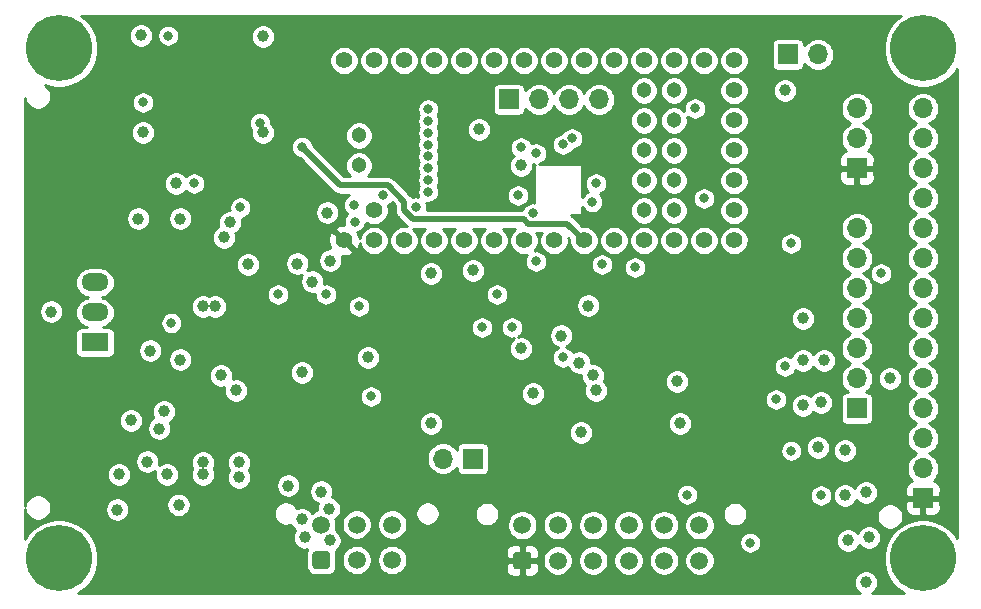
<source format=gbr>
%TF.GenerationSoftware,KiCad,Pcbnew,(5.1.9)-1*%
%TF.CreationDate,2021-02-21T10:06:18+01:00*%
%TF.ProjectId,CanDisplayFoReal,43616e44-6973-4706-9c61-79466f526561,rev?*%
%TF.SameCoordinates,Original*%
%TF.FileFunction,Copper,L3,Inr*%
%TF.FilePolarity,Positive*%
%FSLAX46Y46*%
G04 Gerber Fmt 4.6, Leading zero omitted, Abs format (unit mm)*
G04 Created by KiCad (PCBNEW (5.1.9)-1) date 2021-02-21 10:06:18*
%MOMM*%
%LPD*%
G01*
G04 APERTURE LIST*
%TA.AperFunction,ComponentPad*%
%ADD10C,1.500000*%
%TD*%
%TA.AperFunction,ComponentPad*%
%ADD11O,1.700000X1.700000*%
%TD*%
%TA.AperFunction,ComponentPad*%
%ADD12R,1.700000X1.700000*%
%TD*%
%TA.AperFunction,ComponentPad*%
%ADD13C,5.600000*%
%TD*%
%TA.AperFunction,ComponentPad*%
%ADD14O,2.300000X1.500000*%
%TD*%
%TA.AperFunction,ComponentPad*%
%ADD15R,2.300000X1.500000*%
%TD*%
%TA.AperFunction,ComponentPad*%
%ADD16C,1.404000*%
%TD*%
%TA.AperFunction,ComponentPad*%
%ADD17C,1.304000*%
%TD*%
%TA.AperFunction,ComponentPad*%
%ADD18C,0.804000*%
%TD*%
%TA.AperFunction,ViaPad*%
%ADD19C,1.000000*%
%TD*%
%TA.AperFunction,ViaPad*%
%ADD20C,0.800000*%
%TD*%
%TA.AperFunction,Conductor*%
%ADD21C,0.500000*%
%TD*%
%TA.AperFunction,Conductor*%
%ADD22C,0.254000*%
%TD*%
%TA.AperFunction,Conductor*%
%ADD23C,0.100000*%
%TD*%
G04 APERTURE END LIST*
D10*
%TO.N,/CAN_L*%
%TO.C,J5*%
X151654000Y-93650000D03*
%TO.N,/RXA*%
X148654000Y-93650000D03*
%TO.N,GND*%
X145654000Y-93650000D03*
%TO.N,/CAN_H*%
X151654000Y-96650000D03*
%TO.N,/TXA*%
X148654000Y-96650000D03*
%TO.N,+12V*%
%TA.AperFunction,ComponentPad*%
G36*
G01*
X144904000Y-97150000D02*
X144904000Y-96150000D01*
G75*
G02*
X145154000Y-95900000I250000J0D01*
G01*
X146154000Y-95900000D01*
G75*
G02*
X146404000Y-96150000I0J-250000D01*
G01*
X146404000Y-97150000D01*
G75*
G02*
X146154000Y-97400000I-250000J0D01*
G01*
X145154000Y-97400000D01*
G75*
G02*
X144904000Y-97150000I0J250000D01*
G01*
G37*
%TD.AperFunction*%
%TD*%
%TO.N,Net-(J8-Pad12)*%
%TO.C,J8*%
X177672000Y-93698000D03*
%TO.N,Net-(J8-Pad11)*%
X174672000Y-93698000D03*
%TO.N,Net-(J8-Pad10)*%
X171672000Y-93698000D03*
%TO.N,Net-(J8-Pad9)*%
X168672000Y-93698000D03*
%TO.N,Net-(J8-Pad8)*%
X165672000Y-93698000D03*
%TO.N,GND*%
X162672000Y-93698000D03*
%TO.N,Net-(J8-Pad6)*%
X177672000Y-96698000D03*
%TO.N,Net-(J8-Pad5)*%
X174672000Y-96698000D03*
%TO.N,Net-(J8-Pad4)*%
X171672000Y-96698000D03*
%TO.N,Net-(J8-Pad3)*%
X168672000Y-96698000D03*
%TO.N,Net-(J8-Pad2)*%
X165672000Y-96698000D03*
%TO.N,+5V*%
%TA.AperFunction,ComponentPad*%
G36*
G01*
X161922000Y-97198000D02*
X161922000Y-96198000D01*
G75*
G02*
X162172000Y-95948000I250000J0D01*
G01*
X163172000Y-95948000D01*
G75*
G02*
X163422000Y-96198000I0J-250000D01*
G01*
X163422000Y-97198000D01*
G75*
G02*
X163172000Y-97448000I-250000J0D01*
G01*
X162172000Y-97448000D01*
G75*
G02*
X161922000Y-97198000I0J250000D01*
G01*
G37*
%TD.AperFunction*%
%TD*%
D11*
%TO.N,GND*%
%TO.C,J9*%
X187706000Y-53848000D03*
D12*
%TO.N,+BATT*%
X185166000Y-53848000D03*
%TD*%
D13*
%TO.N,N/C*%
%TO.C,REF\u002A\u002A*%
X123444000Y-53340000D03*
%TD*%
%TO.N,N/C*%
%TO.C,REF\u002A\u002A*%
X123444000Y-96520000D03*
%TD*%
%TO.N,N/C*%
%TO.C,REF\u002A\u002A*%
X196596000Y-53340000D03*
%TD*%
%TO.N,N/C*%
%TO.C,REF\u002A\u002A*%
X196596000Y-96520000D03*
%TD*%
D14*
%TO.N,/PowerSupply/5V_Regulator*%
%TO.C,U6*%
X126492000Y-73152000D03*
%TO.N,GND*%
X126492000Y-75692000D03*
D15*
%TO.N,Net-(C13-Pad1)*%
X126492000Y-78232000D03*
%TD*%
D11*
%TO.N,/CAN_L*%
%TO.C,JP1*%
X155956000Y-88062000D03*
D12*
%TO.N,Net-(JP1-Pad1)*%
X158496000Y-88062000D03*
%TD*%
D11*
%TO.N,GND*%
%TO.C,J4*%
X169164000Y-57658000D03*
%TO.N,/GPS_TX*%
X166624000Y-57658000D03*
%TO.N,/GPS_RX*%
X164084000Y-57658000D03*
D12*
%TO.N,+3V3*%
X161544000Y-57658000D03*
%TD*%
D11*
%TO.N,GND*%
%TO.C,J3*%
X191008000Y-58420000D03*
%TO.N,Net-(J3-Pad2)*%
X191008000Y-60960000D03*
D12*
%TO.N,+5V*%
X191008000Y-63500000D03*
%TD*%
D16*
%TO.N,/SDI(MOSI)*%
%TO.C,U4*%
X178054000Y-54356000D03*
%TO.N,+5V*%
X147574000Y-69596000D03*
%TO.N,VBUS*%
X150114000Y-67056000D03*
%TO.N,GND*%
X150114000Y-69596000D03*
%TO.N,Net-(U4-Pad31)*%
X152654000Y-69596000D03*
%TO.N,/CAN_R*%
X155194000Y-69596000D03*
%TO.N,/CAN_D*%
X157734000Y-69596000D03*
%TO.N,21*%
X160274000Y-69596000D03*
%TO.N,/WS1812_low*%
X162814000Y-69596000D03*
%TO.N,/SCL0*%
X165354000Y-69596000D03*
%TO.N,/SDA0*%
X167894000Y-69596000D03*
%TO.N,17*%
X170434000Y-69596000D03*
%TO.N,16*%
X172974000Y-69596000D03*
%TO.N,/DC_PIN*%
X175514000Y-69596000D03*
%TO.N,/RST*%
X178054000Y-69596000D03*
%TO.N,/SCK*%
X180594000Y-69596000D03*
%TO.N,Net-(U4-Pad19)*%
X180594000Y-67056000D03*
%TO.N,Net-(U4-Pad18)*%
X180594000Y-64516000D03*
%TO.N,GND*%
X180594000Y-61976000D03*
%TO.N,Net-(U4-Pad16)*%
X180594000Y-59436000D03*
%TO.N,+BATT*%
X180594000Y-56896000D03*
%TO.N,/SDO(MISO)*%
X180594000Y-54356000D03*
%TO.N,/CS*%
X175514000Y-54356000D03*
%TO.N,/DC*%
X172974000Y-54356000D03*
%TO.N,/GPS_TX*%
X170434000Y-54356000D03*
%TO.N,/GPS_RX*%
X167894000Y-54356000D03*
%TO.N,/TCS*%
X165354000Y-54356000D03*
%TO.N,5*%
X162814000Y-54356000D03*
%TO.N,4*%
X160274000Y-54356000D03*
%TO.N,3*%
X157734000Y-54356000D03*
%TO.N,/TIRQ*%
X155194000Y-54356000D03*
%TO.N,/TX1*%
X152654000Y-54356000D03*
D17*
%TO.N,Net-(U4-Pad54)*%
X148844000Y-60706000D03*
%TO.N,Net-(U4-Pad53)*%
X148844000Y-63246000D03*
D18*
%TO.N,Net-(J6-Pad1)*%
X154712400Y-58476000D03*
%TO.N,Net-(J6-Pad2)*%
X154712400Y-59476000D03*
%TO.N,Net-(J6-Pad3)*%
X154712400Y-60476000D03*
%TO.N,Net-(J6-Pad4)*%
X154712400Y-61476000D03*
%TO.N,Net-(J6-Pad5)*%
X154712400Y-62476000D03*
%TO.N,Net-(J6-Pad6)*%
X154712400Y-63476000D03*
%TO.N,Net-(J6-Pad7)*%
X154712400Y-64476000D03*
%TO.N,Net-(J6-Pad8)*%
X154712400Y-65476000D03*
D17*
%TO.N,Net-(R3-Pad2)*%
X172974000Y-56896000D03*
%TO.N,Net-(U4-Pad43)*%
X175514000Y-56896000D03*
%TO.N,Net-(U4-Pad42)*%
X172974000Y-59436000D03*
%TO.N,Net-(U4-Pad41)*%
X175514000Y-59436000D03*
%TO.N,Net-(U4-Pad40)*%
X172974000Y-61976000D03*
%TO.N,Net-(U4-Pad39)*%
X175514000Y-61976000D03*
%TO.N,Net-(U4-Pad38)*%
X172974000Y-64516000D03*
%TO.N,Net-(U4-Pad37)*%
X175514000Y-64516000D03*
%TO.N,Net-(U4-Pad36)*%
X172974000Y-67056000D03*
%TO.N,Net-(U4-Pad35)*%
X175514000Y-67056000D03*
D16*
%TO.N,/RX1*%
X150114000Y-54356000D03*
%TO.N,GND*%
X147574000Y-54356000D03*
%TD*%
D11*
%TO.N,/TIRQ*%
%TO.C,J2*%
X196596000Y-58420000D03*
%TO.N,/SDO(MISO)*%
X196596000Y-60960000D03*
%TO.N,/SDI(MOSI)*%
X196596000Y-63500000D03*
%TO.N,/TCS*%
X196596000Y-66040000D03*
%TO.N,/SCK*%
X196596000Y-68580000D03*
%TO.N,/SDO(MISO)*%
X196596000Y-71120000D03*
%TO.N,Net-(J2-Pad8)*%
X196596000Y-73660000D03*
%TO.N,/SCK*%
X196596000Y-76200000D03*
%TO.N,/SDI(MOSI)*%
X196596000Y-78740000D03*
%TO.N,/DC*%
X196596000Y-81280000D03*
%TO.N,+3V3*%
X196596000Y-83820000D03*
%TO.N,/CS*%
X196596000Y-86360000D03*
%TO.N,GND*%
X196596000Y-88900000D03*
D12*
%TO.N,+5V*%
X196596000Y-91440000D03*
%TD*%
D11*
%TO.N,/RST*%
%TO.C,J1*%
X191008000Y-68580000D03*
%TO.N,/DC_PIN*%
X191008000Y-71120000D03*
%TO.N,/CS*%
X191008000Y-73660000D03*
%TO.N,/SDI(MOSI)*%
X191008000Y-76200000D03*
%TO.N,/SCK*%
X191008000Y-78740000D03*
%TO.N,GND*%
X191008000Y-81280000D03*
D12*
%TO.N,+3V3*%
X191008000Y-83820000D03*
%TD*%
D19*
%TO.N,GND*%
X184912000Y-56896000D03*
X128524000Y-89408000D03*
X132588000Y-89408000D03*
X132588000Y-89408000D03*
X129540000Y-84836000D03*
X138430000Y-82296000D03*
X137160000Y-81026000D03*
X139446000Y-71628000D03*
X137414000Y-69342000D03*
X135636000Y-75184000D03*
X136652000Y-75184000D03*
X137922000Y-68072000D03*
D20*
X146050000Y-74168000D03*
D19*
X149606000Y-79502000D03*
X158496000Y-72136000D03*
X154940000Y-85090000D03*
X130388000Y-52238000D03*
X140716000Y-52324000D03*
X140716000Y-60452000D03*
X130556000Y-60452000D03*
X168910000Y-82296000D03*
X168656000Y-81026000D03*
X167640000Y-85852000D03*
X162560000Y-78740000D03*
X163576000Y-82550000D03*
X175768000Y-81534000D03*
X176022000Y-85090000D03*
X192024000Y-94742000D03*
X191770000Y-90932000D03*
X191770000Y-98552000D03*
X187706000Y-87122000D03*
X187960000Y-83312000D03*
X188214000Y-79756000D03*
D20*
X148844000Y-75184000D03*
X149860000Y-82804000D03*
X132700000Y-52248000D03*
D19*
X165974000Y-77648000D03*
X146416000Y-71298000D03*
X146162000Y-67234000D03*
X133716000Y-67742000D03*
X132334000Y-84074000D03*
X133716000Y-79680000D03*
X145654000Y-90856000D03*
X128382000Y-92380000D03*
X130160000Y-67742000D03*
X143622000Y-71552000D03*
X131176000Y-78918000D03*
X122794000Y-75616000D03*
X131938000Y-85522000D03*
X142860000Y-90348000D03*
X130922000Y-88316000D03*
X144892000Y-73076000D03*
D20*
X162560000Y-61722000D03*
X166116000Y-61468000D03*
X168607252Y-66333442D03*
X163830000Y-62230000D03*
X163576000Y-67310000D03*
X162306000Y-65786000D03*
X168910000Y-64770000D03*
X166878000Y-60960000D03*
X134874000Y-64770000D03*
X140462000Y-59653000D03*
X130556000Y-57912000D03*
D19*
X193802000Y-81280000D03*
X159004000Y-60198000D03*
D20*
X148427959Y-66572041D03*
X148500000Y-68000000D03*
X138811000Y-66802000D03*
X132969000Y-76581000D03*
D19*
X144272000Y-94742000D03*
X144018000Y-93218000D03*
X146304000Y-92329000D03*
X146353000Y-94996000D03*
X167498000Y-79934000D03*
%TO.N,+3V3*%
X138684000Y-88392000D03*
X135636000Y-88392000D03*
X138684000Y-89662000D03*
X135636000Y-89408000D03*
X133578000Y-91974000D03*
D20*
X141986000Y-74168000D03*
D19*
X154940000Y-72390000D03*
D20*
X172212000Y-71882000D03*
D19*
X144018000Y-80772000D03*
X190246000Y-94996000D03*
X189992000Y-91186000D03*
X189992000Y-87376000D03*
X186436000Y-83566000D03*
X186436000Y-79756000D03*
X186436000Y-76200000D03*
D20*
X160528000Y-74168000D03*
D19*
X168260000Y-75108000D03*
X162560000Y-63246000D03*
X133350000Y-64770000D03*
%TO.N,+5V*%
X186436000Y-56896000D03*
X135636000Y-81026000D03*
X134366000Y-82296000D03*
X135890000Y-72898000D03*
X135498000Y-69342000D03*
X193802000Y-76708000D03*
D20*
X179324000Y-75946000D03*
X176784000Y-75946000D03*
D19*
X171704000Y-85852000D03*
X162560000Y-81788000D03*
X162560000Y-85344000D03*
X175768000Y-78486000D03*
X177292000Y-81788000D03*
X134229752Y-73081752D03*
X134224000Y-69266000D03*
X169276000Y-77648000D03*
X131938000Y-72060000D03*
X143368000Y-67234000D03*
X143622000Y-69774000D03*
D20*
%TO.N,/CS*%
X185420000Y-69850000D03*
X193040000Y-72390000D03*
%TO.N,/DC*%
X178054000Y-66040000D03*
%TO.N,/SDA0*%
X169418000Y-71628000D03*
X144018000Y-61683000D03*
%TO.N,/SCL0*%
X153670000Y-66802000D03*
X150876000Y-65786000D03*
%TO.N,Net-(J8-Pad12)*%
X176642000Y-91110000D03*
%TO.N,Net-(J8-Pad5)*%
X181976000Y-95174000D03*
%TO.N,/WS1812_low*%
X177292000Y-58420000D03*
%TO.N,3*%
X159258000Y-76962000D03*
%TO.N,16*%
X184150000Y-83058000D03*
%TO.N,4*%
X187960000Y-91186000D03*
X166116000Y-79502000D03*
X161798000Y-76962000D03*
%TO.N,17*%
X184912000Y-80264000D03*
%TO.N,5*%
X185441654Y-87397654D03*
X163830000Y-71374000D03*
%TD*%
D21*
%TO.N,/SDA0*%
X163167999Y-68160001D02*
X166458001Y-68160001D01*
X166458001Y-68160001D02*
X167894000Y-69596000D01*
X153427998Y-67818000D02*
X162825998Y-67818000D01*
X162825998Y-67818000D02*
X163167999Y-68160001D01*
X152654000Y-66305998D02*
X152654000Y-67044002D01*
X152654000Y-67044002D02*
X153427998Y-67818000D01*
X151284001Y-64935999D02*
X152654000Y-66305998D01*
X144018000Y-61683000D02*
X147270999Y-64935999D01*
X147270999Y-64935999D02*
X151284001Y-64935999D01*
%TD*%
D22*
%TO.N,+5V*%
X194470061Y-50749536D02*
X194005536Y-51214061D01*
X193640561Y-51760285D01*
X193389162Y-52367216D01*
X193261000Y-53011531D01*
X193261000Y-53668469D01*
X193389162Y-54312784D01*
X193640561Y-54919715D01*
X194005536Y-55465939D01*
X194470061Y-55930464D01*
X195016285Y-56295439D01*
X195623216Y-56546838D01*
X196267531Y-56675000D01*
X196924469Y-56675000D01*
X197568784Y-56546838D01*
X198175715Y-56295439D01*
X198721939Y-55930464D01*
X199186464Y-55465939D01*
X199440001Y-55086494D01*
X199440000Y-94773505D01*
X199186464Y-94394061D01*
X198721939Y-93929536D01*
X198175715Y-93564561D01*
X197568784Y-93313162D01*
X196924469Y-93185000D01*
X196267531Y-93185000D01*
X195623216Y-93313162D01*
X195016285Y-93564561D01*
X194470061Y-93929536D01*
X194005536Y-94394061D01*
X193640561Y-94940285D01*
X193389162Y-95547216D01*
X193261000Y-96191531D01*
X193261000Y-96848469D01*
X193389162Y-97492784D01*
X193640561Y-98099715D01*
X194005536Y-98645939D01*
X194470061Y-99110464D01*
X194963247Y-99440000D01*
X192303964Y-99440000D01*
X192429774Y-99355937D01*
X192573937Y-99211774D01*
X192687205Y-99042256D01*
X192765226Y-98853898D01*
X192805000Y-98653939D01*
X192805000Y-98450061D01*
X192765226Y-98250102D01*
X192687205Y-98061744D01*
X192573937Y-97892226D01*
X192429774Y-97748063D01*
X192260256Y-97634795D01*
X192071898Y-97556774D01*
X191871939Y-97517000D01*
X191668061Y-97517000D01*
X191468102Y-97556774D01*
X191279744Y-97634795D01*
X191110226Y-97748063D01*
X190966063Y-97892226D01*
X190852795Y-98061744D01*
X190774774Y-98250102D01*
X190735000Y-98450061D01*
X190735000Y-98653939D01*
X190774774Y-98853898D01*
X190852795Y-99042256D01*
X190966063Y-99211774D01*
X191110226Y-99355937D01*
X191236036Y-99440000D01*
X125076753Y-99440000D01*
X125569939Y-99110464D01*
X126034464Y-98645939D01*
X126399439Y-98099715D01*
X126650838Y-97492784D01*
X126779000Y-96848469D01*
X126779000Y-96191531D01*
X126650838Y-95547216D01*
X126399439Y-94940285D01*
X126034464Y-94394061D01*
X125569939Y-93929536D01*
X125023715Y-93564561D01*
X124416784Y-93313162D01*
X123772469Y-93185000D01*
X123115531Y-93185000D01*
X122471216Y-93313162D01*
X121864285Y-93564561D01*
X121318061Y-93929536D01*
X120853536Y-94394061D01*
X120560000Y-94833369D01*
X120560000Y-92336561D01*
X120597695Y-92526067D01*
X120681444Y-92728256D01*
X120803030Y-92910221D01*
X120957779Y-93064970D01*
X121139744Y-93186556D01*
X121341933Y-93270305D01*
X121556576Y-93313000D01*
X121775424Y-93313000D01*
X121990067Y-93270305D01*
X122192256Y-93186556D01*
X122374221Y-93064970D01*
X122528970Y-92910221D01*
X122650556Y-92728256D01*
X122734305Y-92526067D01*
X122777000Y-92311424D01*
X122777000Y-92278061D01*
X127347000Y-92278061D01*
X127347000Y-92481939D01*
X127386774Y-92681898D01*
X127464795Y-92870256D01*
X127578063Y-93039774D01*
X127722226Y-93183937D01*
X127891744Y-93297205D01*
X128080102Y-93375226D01*
X128280061Y-93415000D01*
X128483939Y-93415000D01*
X128683898Y-93375226D01*
X128872256Y-93297205D01*
X129041774Y-93183937D01*
X129185937Y-93039774D01*
X129299205Y-92870256D01*
X129377226Y-92681898D01*
X129417000Y-92481939D01*
X129417000Y-92278061D01*
X129377226Y-92078102D01*
X129299205Y-91889744D01*
X129287390Y-91872061D01*
X132543000Y-91872061D01*
X132543000Y-92075939D01*
X132582774Y-92275898D01*
X132660795Y-92464256D01*
X132774063Y-92633774D01*
X132918226Y-92777937D01*
X133087744Y-92891205D01*
X133276102Y-92969226D01*
X133476061Y-93009000D01*
X133679939Y-93009000D01*
X133879898Y-92969226D01*
X134068256Y-92891205D01*
X134237774Y-92777937D01*
X134381937Y-92633774D01*
X134399117Y-92608061D01*
X141619000Y-92608061D01*
X141619000Y-92811939D01*
X141658774Y-93011898D01*
X141736795Y-93200256D01*
X141850063Y-93369774D01*
X141994226Y-93513937D01*
X142163744Y-93627205D01*
X142352102Y-93705226D01*
X142552061Y-93745000D01*
X142755939Y-93745000D01*
X142955898Y-93705226D01*
X143078504Y-93654441D01*
X143100795Y-93708256D01*
X143214063Y-93877774D01*
X143358226Y-94021937D01*
X143462011Y-94091284D01*
X143354795Y-94251744D01*
X143276774Y-94440102D01*
X143237000Y-94640061D01*
X143237000Y-94843939D01*
X143276774Y-95043898D01*
X143354795Y-95232256D01*
X143468063Y-95401774D01*
X143612226Y-95545937D01*
X143781744Y-95659205D01*
X143970102Y-95737226D01*
X144170061Y-95777000D01*
X144373939Y-95777000D01*
X144475427Y-95756813D01*
X144426364Y-95848603D01*
X144381545Y-95996349D01*
X144366412Y-96150000D01*
X144366412Y-97150000D01*
X144381545Y-97303651D01*
X144426364Y-97451397D01*
X144499145Y-97587560D01*
X144597091Y-97706909D01*
X144716440Y-97804855D01*
X144852603Y-97877636D01*
X145000349Y-97922455D01*
X145154000Y-97937588D01*
X146154000Y-97937588D01*
X146307651Y-97922455D01*
X146455397Y-97877636D01*
X146591560Y-97804855D01*
X146710909Y-97706909D01*
X146808855Y-97587560D01*
X146881636Y-97451397D01*
X146926455Y-97303651D01*
X146941588Y-97150000D01*
X146941588Y-96523439D01*
X147369000Y-96523439D01*
X147369000Y-96776561D01*
X147418381Y-97024821D01*
X147515247Y-97258676D01*
X147655875Y-97469140D01*
X147834860Y-97648125D01*
X148045324Y-97788753D01*
X148279179Y-97885619D01*
X148527439Y-97935000D01*
X148780561Y-97935000D01*
X149028821Y-97885619D01*
X149262676Y-97788753D01*
X149473140Y-97648125D01*
X149652125Y-97469140D01*
X149792753Y-97258676D01*
X149889619Y-97024821D01*
X149939000Y-96776561D01*
X149939000Y-96523439D01*
X150369000Y-96523439D01*
X150369000Y-96776561D01*
X150418381Y-97024821D01*
X150515247Y-97258676D01*
X150655875Y-97469140D01*
X150834860Y-97648125D01*
X151045324Y-97788753D01*
X151279179Y-97885619D01*
X151527439Y-97935000D01*
X151780561Y-97935000D01*
X152028821Y-97885619D01*
X152262676Y-97788753D01*
X152473140Y-97648125D01*
X152652125Y-97469140D01*
X152666250Y-97448000D01*
X161283928Y-97448000D01*
X161296188Y-97572482D01*
X161332498Y-97692180D01*
X161391463Y-97802494D01*
X161470815Y-97899185D01*
X161567506Y-97978537D01*
X161677820Y-98037502D01*
X161797518Y-98073812D01*
X161922000Y-98086072D01*
X162386250Y-98083000D01*
X162545000Y-97924250D01*
X162545000Y-96825000D01*
X162799000Y-96825000D01*
X162799000Y-97924250D01*
X162957750Y-98083000D01*
X163422000Y-98086072D01*
X163546482Y-98073812D01*
X163666180Y-98037502D01*
X163776494Y-97978537D01*
X163873185Y-97899185D01*
X163952537Y-97802494D01*
X164011502Y-97692180D01*
X164047812Y-97572482D01*
X164060072Y-97448000D01*
X164057000Y-96983750D01*
X163898250Y-96825000D01*
X162799000Y-96825000D01*
X162545000Y-96825000D01*
X161445750Y-96825000D01*
X161287000Y-96983750D01*
X161283928Y-97448000D01*
X152666250Y-97448000D01*
X152792753Y-97258676D01*
X152889619Y-97024821D01*
X152939000Y-96776561D01*
X152939000Y-96571439D01*
X164387000Y-96571439D01*
X164387000Y-96824561D01*
X164436381Y-97072821D01*
X164533247Y-97306676D01*
X164673875Y-97517140D01*
X164852860Y-97696125D01*
X165063324Y-97836753D01*
X165297179Y-97933619D01*
X165545439Y-97983000D01*
X165798561Y-97983000D01*
X166046821Y-97933619D01*
X166280676Y-97836753D01*
X166491140Y-97696125D01*
X166670125Y-97517140D01*
X166810753Y-97306676D01*
X166907619Y-97072821D01*
X166957000Y-96824561D01*
X166957000Y-96571439D01*
X167387000Y-96571439D01*
X167387000Y-96824561D01*
X167436381Y-97072821D01*
X167533247Y-97306676D01*
X167673875Y-97517140D01*
X167852860Y-97696125D01*
X168063324Y-97836753D01*
X168297179Y-97933619D01*
X168545439Y-97983000D01*
X168798561Y-97983000D01*
X169046821Y-97933619D01*
X169280676Y-97836753D01*
X169491140Y-97696125D01*
X169670125Y-97517140D01*
X169810753Y-97306676D01*
X169907619Y-97072821D01*
X169957000Y-96824561D01*
X169957000Y-96571439D01*
X170387000Y-96571439D01*
X170387000Y-96824561D01*
X170436381Y-97072821D01*
X170533247Y-97306676D01*
X170673875Y-97517140D01*
X170852860Y-97696125D01*
X171063324Y-97836753D01*
X171297179Y-97933619D01*
X171545439Y-97983000D01*
X171798561Y-97983000D01*
X172046821Y-97933619D01*
X172280676Y-97836753D01*
X172491140Y-97696125D01*
X172670125Y-97517140D01*
X172810753Y-97306676D01*
X172907619Y-97072821D01*
X172957000Y-96824561D01*
X172957000Y-96571439D01*
X173387000Y-96571439D01*
X173387000Y-96824561D01*
X173436381Y-97072821D01*
X173533247Y-97306676D01*
X173673875Y-97517140D01*
X173852860Y-97696125D01*
X174063324Y-97836753D01*
X174297179Y-97933619D01*
X174545439Y-97983000D01*
X174798561Y-97983000D01*
X175046821Y-97933619D01*
X175280676Y-97836753D01*
X175491140Y-97696125D01*
X175670125Y-97517140D01*
X175810753Y-97306676D01*
X175907619Y-97072821D01*
X175957000Y-96824561D01*
X175957000Y-96571439D01*
X176387000Y-96571439D01*
X176387000Y-96824561D01*
X176436381Y-97072821D01*
X176533247Y-97306676D01*
X176673875Y-97517140D01*
X176852860Y-97696125D01*
X177063324Y-97836753D01*
X177297179Y-97933619D01*
X177545439Y-97983000D01*
X177798561Y-97983000D01*
X178046821Y-97933619D01*
X178280676Y-97836753D01*
X178491140Y-97696125D01*
X178670125Y-97517140D01*
X178810753Y-97306676D01*
X178907619Y-97072821D01*
X178957000Y-96824561D01*
X178957000Y-96571439D01*
X178907619Y-96323179D01*
X178810753Y-96089324D01*
X178670125Y-95878860D01*
X178491140Y-95699875D01*
X178280676Y-95559247D01*
X178046821Y-95462381D01*
X177798561Y-95413000D01*
X177545439Y-95413000D01*
X177297179Y-95462381D01*
X177063324Y-95559247D01*
X176852860Y-95699875D01*
X176673875Y-95878860D01*
X176533247Y-96089324D01*
X176436381Y-96323179D01*
X176387000Y-96571439D01*
X175957000Y-96571439D01*
X175907619Y-96323179D01*
X175810753Y-96089324D01*
X175670125Y-95878860D01*
X175491140Y-95699875D01*
X175280676Y-95559247D01*
X175046821Y-95462381D01*
X174798561Y-95413000D01*
X174545439Y-95413000D01*
X174297179Y-95462381D01*
X174063324Y-95559247D01*
X173852860Y-95699875D01*
X173673875Y-95878860D01*
X173533247Y-96089324D01*
X173436381Y-96323179D01*
X173387000Y-96571439D01*
X172957000Y-96571439D01*
X172907619Y-96323179D01*
X172810753Y-96089324D01*
X172670125Y-95878860D01*
X172491140Y-95699875D01*
X172280676Y-95559247D01*
X172046821Y-95462381D01*
X171798561Y-95413000D01*
X171545439Y-95413000D01*
X171297179Y-95462381D01*
X171063324Y-95559247D01*
X170852860Y-95699875D01*
X170673875Y-95878860D01*
X170533247Y-96089324D01*
X170436381Y-96323179D01*
X170387000Y-96571439D01*
X169957000Y-96571439D01*
X169907619Y-96323179D01*
X169810753Y-96089324D01*
X169670125Y-95878860D01*
X169491140Y-95699875D01*
X169280676Y-95559247D01*
X169046821Y-95462381D01*
X168798561Y-95413000D01*
X168545439Y-95413000D01*
X168297179Y-95462381D01*
X168063324Y-95559247D01*
X167852860Y-95699875D01*
X167673875Y-95878860D01*
X167533247Y-96089324D01*
X167436381Y-96323179D01*
X167387000Y-96571439D01*
X166957000Y-96571439D01*
X166907619Y-96323179D01*
X166810753Y-96089324D01*
X166670125Y-95878860D01*
X166491140Y-95699875D01*
X166280676Y-95559247D01*
X166046821Y-95462381D01*
X165798561Y-95413000D01*
X165545439Y-95413000D01*
X165297179Y-95462381D01*
X165063324Y-95559247D01*
X164852860Y-95699875D01*
X164673875Y-95878860D01*
X164533247Y-96089324D01*
X164436381Y-96323179D01*
X164387000Y-96571439D01*
X152939000Y-96571439D01*
X152939000Y-96523439D01*
X152889619Y-96275179D01*
X152792753Y-96041324D01*
X152730396Y-95948000D01*
X161283928Y-95948000D01*
X161287000Y-96412250D01*
X161445750Y-96571000D01*
X162545000Y-96571000D01*
X162545000Y-95471750D01*
X162799000Y-95471750D01*
X162799000Y-96571000D01*
X163898250Y-96571000D01*
X164057000Y-96412250D01*
X164060072Y-95948000D01*
X164047812Y-95823518D01*
X164011502Y-95703820D01*
X163952537Y-95593506D01*
X163873185Y-95496815D01*
X163776494Y-95417463D01*
X163666180Y-95358498D01*
X163546482Y-95322188D01*
X163422000Y-95309928D01*
X162957750Y-95313000D01*
X162799000Y-95471750D01*
X162545000Y-95471750D01*
X162386250Y-95313000D01*
X161922000Y-95309928D01*
X161797518Y-95322188D01*
X161677820Y-95358498D01*
X161567506Y-95417463D01*
X161470815Y-95496815D01*
X161391463Y-95593506D01*
X161332498Y-95703820D01*
X161296188Y-95823518D01*
X161283928Y-95948000D01*
X152730396Y-95948000D01*
X152652125Y-95830860D01*
X152473140Y-95651875D01*
X152262676Y-95511247D01*
X152028821Y-95414381D01*
X151780561Y-95365000D01*
X151527439Y-95365000D01*
X151279179Y-95414381D01*
X151045324Y-95511247D01*
X150834860Y-95651875D01*
X150655875Y-95830860D01*
X150515247Y-96041324D01*
X150418381Y-96275179D01*
X150369000Y-96523439D01*
X149939000Y-96523439D01*
X149889619Y-96275179D01*
X149792753Y-96041324D01*
X149652125Y-95830860D01*
X149473140Y-95651875D01*
X149262676Y-95511247D01*
X149028821Y-95414381D01*
X148780561Y-95365000D01*
X148527439Y-95365000D01*
X148279179Y-95414381D01*
X148045324Y-95511247D01*
X147834860Y-95651875D01*
X147655875Y-95830860D01*
X147515247Y-96041324D01*
X147418381Y-96275179D01*
X147369000Y-96523439D01*
X146941588Y-96523439D01*
X146941588Y-96150000D01*
X146926455Y-95996349D01*
X146891462Y-95880995D01*
X147012774Y-95799937D01*
X147156937Y-95655774D01*
X147270205Y-95486256D01*
X147348226Y-95297898D01*
X147388000Y-95097939D01*
X147388000Y-95081911D01*
X181041000Y-95081911D01*
X181041000Y-95266089D01*
X181076932Y-95446729D01*
X181147414Y-95616889D01*
X181249738Y-95770028D01*
X181379972Y-95900262D01*
X181533111Y-96002586D01*
X181703271Y-96073068D01*
X181883911Y-96109000D01*
X182068089Y-96109000D01*
X182248729Y-96073068D01*
X182418889Y-96002586D01*
X182572028Y-95900262D01*
X182702262Y-95770028D01*
X182804586Y-95616889D01*
X182875068Y-95446729D01*
X182911000Y-95266089D01*
X182911000Y-95081911D01*
X182875068Y-94901271D01*
X182872082Y-94894061D01*
X189211000Y-94894061D01*
X189211000Y-95097939D01*
X189250774Y-95297898D01*
X189328795Y-95486256D01*
X189442063Y-95655774D01*
X189586226Y-95799937D01*
X189755744Y-95913205D01*
X189944102Y-95991226D01*
X190144061Y-96031000D01*
X190347939Y-96031000D01*
X190547898Y-95991226D01*
X190736256Y-95913205D01*
X190905774Y-95799937D01*
X191049937Y-95655774D01*
X191163205Y-95486256D01*
X191206566Y-95381574D01*
X191220063Y-95401774D01*
X191364226Y-95545937D01*
X191533744Y-95659205D01*
X191722102Y-95737226D01*
X191922061Y-95777000D01*
X192125939Y-95777000D01*
X192325898Y-95737226D01*
X192514256Y-95659205D01*
X192683774Y-95545937D01*
X192827937Y-95401774D01*
X192941205Y-95232256D01*
X193019226Y-95043898D01*
X193059000Y-94843939D01*
X193059000Y-94640061D01*
X193019226Y-94440102D01*
X192941205Y-94251744D01*
X192827937Y-94082226D01*
X192683774Y-93938063D01*
X192514256Y-93824795D01*
X192325898Y-93746774D01*
X192125939Y-93707000D01*
X191922061Y-93707000D01*
X191722102Y-93746774D01*
X191533744Y-93824795D01*
X191364226Y-93938063D01*
X191220063Y-94082226D01*
X191106795Y-94251744D01*
X191063434Y-94356426D01*
X191049937Y-94336226D01*
X190905774Y-94192063D01*
X190736256Y-94078795D01*
X190547898Y-94000774D01*
X190347939Y-93961000D01*
X190144061Y-93961000D01*
X189944102Y-94000774D01*
X189755744Y-94078795D01*
X189586226Y-94192063D01*
X189442063Y-94336226D01*
X189328795Y-94505744D01*
X189250774Y-94694102D01*
X189211000Y-94894061D01*
X182872082Y-94894061D01*
X182804586Y-94731111D01*
X182702262Y-94577972D01*
X182572028Y-94447738D01*
X182418889Y-94345414D01*
X182248729Y-94274932D01*
X182068089Y-94239000D01*
X181883911Y-94239000D01*
X181703271Y-94274932D01*
X181533111Y-94345414D01*
X181379972Y-94447738D01*
X181249738Y-94577972D01*
X181147414Y-94731111D01*
X181076932Y-94901271D01*
X181041000Y-95081911D01*
X147388000Y-95081911D01*
X147388000Y-94894061D01*
X147348226Y-94694102D01*
X147270205Y-94505744D01*
X147156937Y-94336226D01*
X147012774Y-94192063D01*
X146862058Y-94091358D01*
X146889619Y-94024821D01*
X146939000Y-93776561D01*
X146939000Y-93523439D01*
X147369000Y-93523439D01*
X147369000Y-93776561D01*
X147418381Y-94024821D01*
X147515247Y-94258676D01*
X147655875Y-94469140D01*
X147834860Y-94648125D01*
X148045324Y-94788753D01*
X148279179Y-94885619D01*
X148527439Y-94935000D01*
X148780561Y-94935000D01*
X149028821Y-94885619D01*
X149262676Y-94788753D01*
X149473140Y-94648125D01*
X149652125Y-94469140D01*
X149792753Y-94258676D01*
X149889619Y-94024821D01*
X149939000Y-93776561D01*
X149939000Y-93523439D01*
X150369000Y-93523439D01*
X150369000Y-93776561D01*
X150418381Y-94024821D01*
X150515247Y-94258676D01*
X150655875Y-94469140D01*
X150834860Y-94648125D01*
X151045324Y-94788753D01*
X151279179Y-94885619D01*
X151527439Y-94935000D01*
X151780561Y-94935000D01*
X152028821Y-94885619D01*
X152262676Y-94788753D01*
X152473140Y-94648125D01*
X152652125Y-94469140D01*
X152792753Y-94258676D01*
X152889619Y-94024821D01*
X152939000Y-93776561D01*
X152939000Y-93523439D01*
X152889619Y-93275179D01*
X152792753Y-93041324D01*
X152652125Y-92830860D01*
X152473140Y-92651875D01*
X152407568Y-92608061D01*
X153619000Y-92608061D01*
X153619000Y-92811939D01*
X153658774Y-93011898D01*
X153736795Y-93200256D01*
X153850063Y-93369774D01*
X153994226Y-93513937D01*
X154163744Y-93627205D01*
X154352102Y-93705226D01*
X154552061Y-93745000D01*
X154755939Y-93745000D01*
X154955898Y-93705226D01*
X155144256Y-93627205D01*
X155313774Y-93513937D01*
X155457937Y-93369774D01*
X155571205Y-93200256D01*
X155649226Y-93011898D01*
X155689000Y-92811939D01*
X155689000Y-92656061D01*
X158637000Y-92656061D01*
X158637000Y-92859939D01*
X158676774Y-93059898D01*
X158754795Y-93248256D01*
X158868063Y-93417774D01*
X159012226Y-93561937D01*
X159181744Y-93675205D01*
X159370102Y-93753226D01*
X159570061Y-93793000D01*
X159773939Y-93793000D01*
X159973898Y-93753226D01*
X160162256Y-93675205D01*
X160317553Y-93571439D01*
X161387000Y-93571439D01*
X161387000Y-93824561D01*
X161436381Y-94072821D01*
X161533247Y-94306676D01*
X161673875Y-94517140D01*
X161852860Y-94696125D01*
X162063324Y-94836753D01*
X162297179Y-94933619D01*
X162545439Y-94983000D01*
X162798561Y-94983000D01*
X163046821Y-94933619D01*
X163280676Y-94836753D01*
X163491140Y-94696125D01*
X163670125Y-94517140D01*
X163810753Y-94306676D01*
X163907619Y-94072821D01*
X163957000Y-93824561D01*
X163957000Y-93571439D01*
X164387000Y-93571439D01*
X164387000Y-93824561D01*
X164436381Y-94072821D01*
X164533247Y-94306676D01*
X164673875Y-94517140D01*
X164852860Y-94696125D01*
X165063324Y-94836753D01*
X165297179Y-94933619D01*
X165545439Y-94983000D01*
X165798561Y-94983000D01*
X166046821Y-94933619D01*
X166280676Y-94836753D01*
X166491140Y-94696125D01*
X166670125Y-94517140D01*
X166810753Y-94306676D01*
X166907619Y-94072821D01*
X166957000Y-93824561D01*
X166957000Y-93571439D01*
X167387000Y-93571439D01*
X167387000Y-93824561D01*
X167436381Y-94072821D01*
X167533247Y-94306676D01*
X167673875Y-94517140D01*
X167852860Y-94696125D01*
X168063324Y-94836753D01*
X168297179Y-94933619D01*
X168545439Y-94983000D01*
X168798561Y-94983000D01*
X169046821Y-94933619D01*
X169280676Y-94836753D01*
X169491140Y-94696125D01*
X169670125Y-94517140D01*
X169810753Y-94306676D01*
X169907619Y-94072821D01*
X169957000Y-93824561D01*
X169957000Y-93571439D01*
X170387000Y-93571439D01*
X170387000Y-93824561D01*
X170436381Y-94072821D01*
X170533247Y-94306676D01*
X170673875Y-94517140D01*
X170852860Y-94696125D01*
X171063324Y-94836753D01*
X171297179Y-94933619D01*
X171545439Y-94983000D01*
X171798561Y-94983000D01*
X172046821Y-94933619D01*
X172280676Y-94836753D01*
X172491140Y-94696125D01*
X172670125Y-94517140D01*
X172810753Y-94306676D01*
X172907619Y-94072821D01*
X172957000Y-93824561D01*
X172957000Y-93571439D01*
X173387000Y-93571439D01*
X173387000Y-93824561D01*
X173436381Y-94072821D01*
X173533247Y-94306676D01*
X173673875Y-94517140D01*
X173852860Y-94696125D01*
X174063324Y-94836753D01*
X174297179Y-94933619D01*
X174545439Y-94983000D01*
X174798561Y-94983000D01*
X175046821Y-94933619D01*
X175280676Y-94836753D01*
X175491140Y-94696125D01*
X175670125Y-94517140D01*
X175810753Y-94306676D01*
X175907619Y-94072821D01*
X175957000Y-93824561D01*
X175957000Y-93571439D01*
X176387000Y-93571439D01*
X176387000Y-93824561D01*
X176436381Y-94072821D01*
X176533247Y-94306676D01*
X176673875Y-94517140D01*
X176852860Y-94696125D01*
X177063324Y-94836753D01*
X177297179Y-94933619D01*
X177545439Y-94983000D01*
X177798561Y-94983000D01*
X178046821Y-94933619D01*
X178280676Y-94836753D01*
X178491140Y-94696125D01*
X178670125Y-94517140D01*
X178810753Y-94306676D01*
X178907619Y-94072821D01*
X178957000Y-93824561D01*
X178957000Y-93571439D01*
X178907619Y-93323179D01*
X178810753Y-93089324D01*
X178670125Y-92878860D01*
X178491140Y-92699875D01*
X178425568Y-92656061D01*
X179637000Y-92656061D01*
X179637000Y-92859939D01*
X179676774Y-93059898D01*
X179754795Y-93248256D01*
X179868063Y-93417774D01*
X180012226Y-93561937D01*
X180181744Y-93675205D01*
X180370102Y-93753226D01*
X180570061Y-93793000D01*
X180773939Y-93793000D01*
X180973898Y-93753226D01*
X181162256Y-93675205D01*
X181331774Y-93561937D01*
X181475937Y-93417774D01*
X181589205Y-93248256D01*
X181667226Y-93059898D01*
X181707000Y-92859939D01*
X181707000Y-92854576D01*
X192691000Y-92854576D01*
X192691000Y-93073424D01*
X192733695Y-93288067D01*
X192817444Y-93490256D01*
X192939030Y-93672221D01*
X193093779Y-93826970D01*
X193275744Y-93948556D01*
X193477933Y-94032305D01*
X193692576Y-94075000D01*
X193911424Y-94075000D01*
X194126067Y-94032305D01*
X194328256Y-93948556D01*
X194510221Y-93826970D01*
X194664970Y-93672221D01*
X194786556Y-93490256D01*
X194870305Y-93288067D01*
X194913000Y-93073424D01*
X194913000Y-92854576D01*
X194870305Y-92639933D01*
X194786556Y-92437744D01*
X194687836Y-92290000D01*
X195107928Y-92290000D01*
X195120188Y-92414482D01*
X195156498Y-92534180D01*
X195215463Y-92644494D01*
X195294815Y-92741185D01*
X195391506Y-92820537D01*
X195501820Y-92879502D01*
X195621518Y-92915812D01*
X195746000Y-92928072D01*
X196310250Y-92925000D01*
X196469000Y-92766250D01*
X196469000Y-91567000D01*
X196723000Y-91567000D01*
X196723000Y-92766250D01*
X196881750Y-92925000D01*
X197446000Y-92928072D01*
X197570482Y-92915812D01*
X197690180Y-92879502D01*
X197800494Y-92820537D01*
X197897185Y-92741185D01*
X197976537Y-92644494D01*
X198035502Y-92534180D01*
X198071812Y-92414482D01*
X198084072Y-92290000D01*
X198081000Y-91725750D01*
X197922250Y-91567000D01*
X196723000Y-91567000D01*
X196469000Y-91567000D01*
X195269750Y-91567000D01*
X195111000Y-91725750D01*
X195107928Y-92290000D01*
X194687836Y-92290000D01*
X194664970Y-92255779D01*
X194510221Y-92101030D01*
X194328256Y-91979444D01*
X194126067Y-91895695D01*
X193911424Y-91853000D01*
X193692576Y-91853000D01*
X193477933Y-91895695D01*
X193275744Y-91979444D01*
X193093779Y-92101030D01*
X192939030Y-92255779D01*
X192817444Y-92437744D01*
X192733695Y-92639933D01*
X192691000Y-92854576D01*
X181707000Y-92854576D01*
X181707000Y-92656061D01*
X181667226Y-92456102D01*
X181589205Y-92267744D01*
X181475937Y-92098226D01*
X181331774Y-91954063D01*
X181162256Y-91840795D01*
X180973898Y-91762774D01*
X180773939Y-91723000D01*
X180570061Y-91723000D01*
X180370102Y-91762774D01*
X180181744Y-91840795D01*
X180012226Y-91954063D01*
X179868063Y-92098226D01*
X179754795Y-92267744D01*
X179676774Y-92456102D01*
X179637000Y-92656061D01*
X178425568Y-92656061D01*
X178280676Y-92559247D01*
X178046821Y-92462381D01*
X177798561Y-92413000D01*
X177545439Y-92413000D01*
X177297179Y-92462381D01*
X177063324Y-92559247D01*
X176852860Y-92699875D01*
X176673875Y-92878860D01*
X176533247Y-93089324D01*
X176436381Y-93323179D01*
X176387000Y-93571439D01*
X175957000Y-93571439D01*
X175907619Y-93323179D01*
X175810753Y-93089324D01*
X175670125Y-92878860D01*
X175491140Y-92699875D01*
X175280676Y-92559247D01*
X175046821Y-92462381D01*
X174798561Y-92413000D01*
X174545439Y-92413000D01*
X174297179Y-92462381D01*
X174063324Y-92559247D01*
X173852860Y-92699875D01*
X173673875Y-92878860D01*
X173533247Y-93089324D01*
X173436381Y-93323179D01*
X173387000Y-93571439D01*
X172957000Y-93571439D01*
X172907619Y-93323179D01*
X172810753Y-93089324D01*
X172670125Y-92878860D01*
X172491140Y-92699875D01*
X172280676Y-92559247D01*
X172046821Y-92462381D01*
X171798561Y-92413000D01*
X171545439Y-92413000D01*
X171297179Y-92462381D01*
X171063324Y-92559247D01*
X170852860Y-92699875D01*
X170673875Y-92878860D01*
X170533247Y-93089324D01*
X170436381Y-93323179D01*
X170387000Y-93571439D01*
X169957000Y-93571439D01*
X169907619Y-93323179D01*
X169810753Y-93089324D01*
X169670125Y-92878860D01*
X169491140Y-92699875D01*
X169280676Y-92559247D01*
X169046821Y-92462381D01*
X168798561Y-92413000D01*
X168545439Y-92413000D01*
X168297179Y-92462381D01*
X168063324Y-92559247D01*
X167852860Y-92699875D01*
X167673875Y-92878860D01*
X167533247Y-93089324D01*
X167436381Y-93323179D01*
X167387000Y-93571439D01*
X166957000Y-93571439D01*
X166907619Y-93323179D01*
X166810753Y-93089324D01*
X166670125Y-92878860D01*
X166491140Y-92699875D01*
X166280676Y-92559247D01*
X166046821Y-92462381D01*
X165798561Y-92413000D01*
X165545439Y-92413000D01*
X165297179Y-92462381D01*
X165063324Y-92559247D01*
X164852860Y-92699875D01*
X164673875Y-92878860D01*
X164533247Y-93089324D01*
X164436381Y-93323179D01*
X164387000Y-93571439D01*
X163957000Y-93571439D01*
X163907619Y-93323179D01*
X163810753Y-93089324D01*
X163670125Y-92878860D01*
X163491140Y-92699875D01*
X163280676Y-92559247D01*
X163046821Y-92462381D01*
X162798561Y-92413000D01*
X162545439Y-92413000D01*
X162297179Y-92462381D01*
X162063324Y-92559247D01*
X161852860Y-92699875D01*
X161673875Y-92878860D01*
X161533247Y-93089324D01*
X161436381Y-93323179D01*
X161387000Y-93571439D01*
X160317553Y-93571439D01*
X160331774Y-93561937D01*
X160475937Y-93417774D01*
X160589205Y-93248256D01*
X160667226Y-93059898D01*
X160707000Y-92859939D01*
X160707000Y-92656061D01*
X160667226Y-92456102D01*
X160589205Y-92267744D01*
X160475937Y-92098226D01*
X160331774Y-91954063D01*
X160162256Y-91840795D01*
X159973898Y-91762774D01*
X159773939Y-91723000D01*
X159570061Y-91723000D01*
X159370102Y-91762774D01*
X159181744Y-91840795D01*
X159012226Y-91954063D01*
X158868063Y-92098226D01*
X158754795Y-92267744D01*
X158676774Y-92456102D01*
X158637000Y-92656061D01*
X155689000Y-92656061D01*
X155689000Y-92608061D01*
X155649226Y-92408102D01*
X155571205Y-92219744D01*
X155457937Y-92050226D01*
X155313774Y-91906063D01*
X155144256Y-91792795D01*
X154955898Y-91714774D01*
X154755939Y-91675000D01*
X154552061Y-91675000D01*
X154352102Y-91714774D01*
X154163744Y-91792795D01*
X153994226Y-91906063D01*
X153850063Y-92050226D01*
X153736795Y-92219744D01*
X153658774Y-92408102D01*
X153619000Y-92608061D01*
X152407568Y-92608061D01*
X152262676Y-92511247D01*
X152028821Y-92414381D01*
X151780561Y-92365000D01*
X151527439Y-92365000D01*
X151279179Y-92414381D01*
X151045324Y-92511247D01*
X150834860Y-92651875D01*
X150655875Y-92830860D01*
X150515247Y-93041324D01*
X150418381Y-93275179D01*
X150369000Y-93523439D01*
X149939000Y-93523439D01*
X149889619Y-93275179D01*
X149792753Y-93041324D01*
X149652125Y-92830860D01*
X149473140Y-92651875D01*
X149262676Y-92511247D01*
X149028821Y-92414381D01*
X148780561Y-92365000D01*
X148527439Y-92365000D01*
X148279179Y-92414381D01*
X148045324Y-92511247D01*
X147834860Y-92651875D01*
X147655875Y-92830860D01*
X147515247Y-93041324D01*
X147418381Y-93275179D01*
X147369000Y-93523439D01*
X146939000Y-93523439D01*
X146889619Y-93275179D01*
X146859547Y-93202579D01*
X146963774Y-93132937D01*
X147107937Y-92988774D01*
X147221205Y-92819256D01*
X147299226Y-92630898D01*
X147339000Y-92430939D01*
X147339000Y-92227061D01*
X147299226Y-92027102D01*
X147221205Y-91838744D01*
X147107937Y-91669226D01*
X146963774Y-91525063D01*
X146794256Y-91411795D01*
X146605898Y-91333774D01*
X146578623Y-91328349D01*
X146649226Y-91157898D01*
X146677070Y-91017911D01*
X175707000Y-91017911D01*
X175707000Y-91202089D01*
X175742932Y-91382729D01*
X175813414Y-91552889D01*
X175915738Y-91706028D01*
X176045972Y-91836262D01*
X176199111Y-91938586D01*
X176369271Y-92009068D01*
X176549911Y-92045000D01*
X176734089Y-92045000D01*
X176914729Y-92009068D01*
X177084889Y-91938586D01*
X177238028Y-91836262D01*
X177368262Y-91706028D01*
X177470586Y-91552889D01*
X177541068Y-91382729D01*
X177577000Y-91202089D01*
X177577000Y-91093911D01*
X187025000Y-91093911D01*
X187025000Y-91278089D01*
X187060932Y-91458729D01*
X187131414Y-91628889D01*
X187233738Y-91782028D01*
X187363972Y-91912262D01*
X187517111Y-92014586D01*
X187687271Y-92085068D01*
X187867911Y-92121000D01*
X188052089Y-92121000D01*
X188232729Y-92085068D01*
X188402889Y-92014586D01*
X188556028Y-91912262D01*
X188686262Y-91782028D01*
X188788586Y-91628889D01*
X188859068Y-91458729D01*
X188895000Y-91278089D01*
X188895000Y-91093911D01*
X188893041Y-91084061D01*
X188957000Y-91084061D01*
X188957000Y-91287939D01*
X188996774Y-91487898D01*
X189074795Y-91676256D01*
X189188063Y-91845774D01*
X189332226Y-91989937D01*
X189501744Y-92103205D01*
X189690102Y-92181226D01*
X189890061Y-92221000D01*
X190093939Y-92221000D01*
X190293898Y-92181226D01*
X190482256Y-92103205D01*
X190651774Y-91989937D01*
X190795937Y-91845774D01*
X190909205Y-91676256D01*
X190952566Y-91571574D01*
X190966063Y-91591774D01*
X191110226Y-91735937D01*
X191279744Y-91849205D01*
X191468102Y-91927226D01*
X191668061Y-91967000D01*
X191871939Y-91967000D01*
X192071898Y-91927226D01*
X192260256Y-91849205D01*
X192429774Y-91735937D01*
X192573937Y-91591774D01*
X192687205Y-91422256D01*
X192765226Y-91233898D01*
X192805000Y-91033939D01*
X192805000Y-90830061D01*
X192765226Y-90630102D01*
X192748616Y-90590000D01*
X195107928Y-90590000D01*
X195111000Y-91154250D01*
X195269750Y-91313000D01*
X196469000Y-91313000D01*
X196469000Y-91293000D01*
X196723000Y-91293000D01*
X196723000Y-91313000D01*
X197922250Y-91313000D01*
X198081000Y-91154250D01*
X198084072Y-90590000D01*
X198071812Y-90465518D01*
X198035502Y-90345820D01*
X197976537Y-90235506D01*
X197897185Y-90138815D01*
X197800494Y-90059463D01*
X197690180Y-90000498D01*
X197570482Y-89964188D01*
X197497668Y-89957017D01*
X197671799Y-89782886D01*
X197823371Y-89556043D01*
X197927775Y-89303989D01*
X197981000Y-89036411D01*
X197981000Y-88763589D01*
X197927775Y-88496011D01*
X197823371Y-88243957D01*
X197671799Y-88017114D01*
X197478886Y-87824201D01*
X197252043Y-87672629D01*
X197149127Y-87630000D01*
X197252043Y-87587371D01*
X197478886Y-87435799D01*
X197671799Y-87242886D01*
X197823371Y-87016043D01*
X197927775Y-86763989D01*
X197981000Y-86496411D01*
X197981000Y-86223589D01*
X197927775Y-85956011D01*
X197823371Y-85703957D01*
X197671799Y-85477114D01*
X197478886Y-85284201D01*
X197252043Y-85132629D01*
X197149127Y-85090000D01*
X197252043Y-85047371D01*
X197478886Y-84895799D01*
X197671799Y-84702886D01*
X197823371Y-84476043D01*
X197927775Y-84223989D01*
X197981000Y-83956411D01*
X197981000Y-83683589D01*
X197927775Y-83416011D01*
X197823371Y-83163957D01*
X197671799Y-82937114D01*
X197478886Y-82744201D01*
X197252043Y-82592629D01*
X197149127Y-82550000D01*
X197252043Y-82507371D01*
X197478886Y-82355799D01*
X197671799Y-82162886D01*
X197823371Y-81936043D01*
X197927775Y-81683989D01*
X197981000Y-81416411D01*
X197981000Y-81143589D01*
X197927775Y-80876011D01*
X197823371Y-80623957D01*
X197671799Y-80397114D01*
X197478886Y-80204201D01*
X197252043Y-80052629D01*
X197149127Y-80010000D01*
X197252043Y-79967371D01*
X197478886Y-79815799D01*
X197671799Y-79622886D01*
X197823371Y-79396043D01*
X197927775Y-79143989D01*
X197981000Y-78876411D01*
X197981000Y-78603589D01*
X197927775Y-78336011D01*
X197823371Y-78083957D01*
X197671799Y-77857114D01*
X197478886Y-77664201D01*
X197252043Y-77512629D01*
X197149127Y-77470000D01*
X197252043Y-77427371D01*
X197478886Y-77275799D01*
X197671799Y-77082886D01*
X197823371Y-76856043D01*
X197927775Y-76603989D01*
X197981000Y-76336411D01*
X197981000Y-76063589D01*
X197927775Y-75796011D01*
X197823371Y-75543957D01*
X197671799Y-75317114D01*
X197478886Y-75124201D01*
X197252043Y-74972629D01*
X197149127Y-74930000D01*
X197252043Y-74887371D01*
X197478886Y-74735799D01*
X197671799Y-74542886D01*
X197823371Y-74316043D01*
X197927775Y-74063989D01*
X197981000Y-73796411D01*
X197981000Y-73523589D01*
X197927775Y-73256011D01*
X197823371Y-73003957D01*
X197671799Y-72777114D01*
X197478886Y-72584201D01*
X197252043Y-72432629D01*
X197149127Y-72390000D01*
X197252043Y-72347371D01*
X197478886Y-72195799D01*
X197671799Y-72002886D01*
X197823371Y-71776043D01*
X197927775Y-71523989D01*
X197981000Y-71256411D01*
X197981000Y-70983589D01*
X197927775Y-70716011D01*
X197823371Y-70463957D01*
X197671799Y-70237114D01*
X197478886Y-70044201D01*
X197252043Y-69892629D01*
X197149127Y-69850000D01*
X197252043Y-69807371D01*
X197478886Y-69655799D01*
X197671799Y-69462886D01*
X197823371Y-69236043D01*
X197927775Y-68983989D01*
X197981000Y-68716411D01*
X197981000Y-68443589D01*
X197927775Y-68176011D01*
X197823371Y-67923957D01*
X197671799Y-67697114D01*
X197478886Y-67504201D01*
X197252043Y-67352629D01*
X197149127Y-67310000D01*
X197252043Y-67267371D01*
X197478886Y-67115799D01*
X197671799Y-66922886D01*
X197823371Y-66696043D01*
X197927775Y-66443989D01*
X197981000Y-66176411D01*
X197981000Y-65903589D01*
X197927775Y-65636011D01*
X197823371Y-65383957D01*
X197671799Y-65157114D01*
X197478886Y-64964201D01*
X197252043Y-64812629D01*
X197149127Y-64770000D01*
X197252043Y-64727371D01*
X197478886Y-64575799D01*
X197671799Y-64382886D01*
X197823371Y-64156043D01*
X197927775Y-63903989D01*
X197981000Y-63636411D01*
X197981000Y-63363589D01*
X197927775Y-63096011D01*
X197823371Y-62843957D01*
X197671799Y-62617114D01*
X197478886Y-62424201D01*
X197252043Y-62272629D01*
X197149127Y-62230000D01*
X197252043Y-62187371D01*
X197478886Y-62035799D01*
X197671799Y-61842886D01*
X197823371Y-61616043D01*
X197927775Y-61363989D01*
X197981000Y-61096411D01*
X197981000Y-60823589D01*
X197927775Y-60556011D01*
X197823371Y-60303957D01*
X197671799Y-60077114D01*
X197478886Y-59884201D01*
X197252043Y-59732629D01*
X197149127Y-59690000D01*
X197252043Y-59647371D01*
X197478886Y-59495799D01*
X197671799Y-59302886D01*
X197823371Y-59076043D01*
X197927775Y-58823989D01*
X197981000Y-58556411D01*
X197981000Y-58283589D01*
X197927775Y-58016011D01*
X197823371Y-57763957D01*
X197671799Y-57537114D01*
X197478886Y-57344201D01*
X197252043Y-57192629D01*
X196999989Y-57088225D01*
X196732411Y-57035000D01*
X196459589Y-57035000D01*
X196192011Y-57088225D01*
X195939957Y-57192629D01*
X195713114Y-57344201D01*
X195520201Y-57537114D01*
X195368629Y-57763957D01*
X195264225Y-58016011D01*
X195211000Y-58283589D01*
X195211000Y-58556411D01*
X195264225Y-58823989D01*
X195368629Y-59076043D01*
X195520201Y-59302886D01*
X195713114Y-59495799D01*
X195939957Y-59647371D01*
X196042873Y-59690000D01*
X195939957Y-59732629D01*
X195713114Y-59884201D01*
X195520201Y-60077114D01*
X195368629Y-60303957D01*
X195264225Y-60556011D01*
X195211000Y-60823589D01*
X195211000Y-61096411D01*
X195264225Y-61363989D01*
X195368629Y-61616043D01*
X195520201Y-61842886D01*
X195713114Y-62035799D01*
X195939957Y-62187371D01*
X196042873Y-62230000D01*
X195939957Y-62272629D01*
X195713114Y-62424201D01*
X195520201Y-62617114D01*
X195368629Y-62843957D01*
X195264225Y-63096011D01*
X195211000Y-63363589D01*
X195211000Y-63636411D01*
X195264225Y-63903989D01*
X195368629Y-64156043D01*
X195520201Y-64382886D01*
X195713114Y-64575799D01*
X195939957Y-64727371D01*
X196042873Y-64770000D01*
X195939957Y-64812629D01*
X195713114Y-64964201D01*
X195520201Y-65157114D01*
X195368629Y-65383957D01*
X195264225Y-65636011D01*
X195211000Y-65903589D01*
X195211000Y-66176411D01*
X195264225Y-66443989D01*
X195368629Y-66696043D01*
X195520201Y-66922886D01*
X195713114Y-67115799D01*
X195939957Y-67267371D01*
X196042873Y-67310000D01*
X195939957Y-67352629D01*
X195713114Y-67504201D01*
X195520201Y-67697114D01*
X195368629Y-67923957D01*
X195264225Y-68176011D01*
X195211000Y-68443589D01*
X195211000Y-68716411D01*
X195264225Y-68983989D01*
X195368629Y-69236043D01*
X195520201Y-69462886D01*
X195713114Y-69655799D01*
X195939957Y-69807371D01*
X196042873Y-69850000D01*
X195939957Y-69892629D01*
X195713114Y-70044201D01*
X195520201Y-70237114D01*
X195368629Y-70463957D01*
X195264225Y-70716011D01*
X195211000Y-70983589D01*
X195211000Y-71256411D01*
X195264225Y-71523989D01*
X195368629Y-71776043D01*
X195520201Y-72002886D01*
X195713114Y-72195799D01*
X195939957Y-72347371D01*
X196042873Y-72390000D01*
X195939957Y-72432629D01*
X195713114Y-72584201D01*
X195520201Y-72777114D01*
X195368629Y-73003957D01*
X195264225Y-73256011D01*
X195211000Y-73523589D01*
X195211000Y-73796411D01*
X195264225Y-74063989D01*
X195368629Y-74316043D01*
X195520201Y-74542886D01*
X195713114Y-74735799D01*
X195939957Y-74887371D01*
X196042873Y-74930000D01*
X195939957Y-74972629D01*
X195713114Y-75124201D01*
X195520201Y-75317114D01*
X195368629Y-75543957D01*
X195264225Y-75796011D01*
X195211000Y-76063589D01*
X195211000Y-76336411D01*
X195264225Y-76603989D01*
X195368629Y-76856043D01*
X195520201Y-77082886D01*
X195713114Y-77275799D01*
X195939957Y-77427371D01*
X196042873Y-77470000D01*
X195939957Y-77512629D01*
X195713114Y-77664201D01*
X195520201Y-77857114D01*
X195368629Y-78083957D01*
X195264225Y-78336011D01*
X195211000Y-78603589D01*
X195211000Y-78876411D01*
X195264225Y-79143989D01*
X195368629Y-79396043D01*
X195520201Y-79622886D01*
X195713114Y-79815799D01*
X195939957Y-79967371D01*
X196042873Y-80010000D01*
X195939957Y-80052629D01*
X195713114Y-80204201D01*
X195520201Y-80397114D01*
X195368629Y-80623957D01*
X195264225Y-80876011D01*
X195211000Y-81143589D01*
X195211000Y-81416411D01*
X195264225Y-81683989D01*
X195368629Y-81936043D01*
X195520201Y-82162886D01*
X195713114Y-82355799D01*
X195939957Y-82507371D01*
X196042873Y-82550000D01*
X195939957Y-82592629D01*
X195713114Y-82744201D01*
X195520201Y-82937114D01*
X195368629Y-83163957D01*
X195264225Y-83416011D01*
X195211000Y-83683589D01*
X195211000Y-83956411D01*
X195264225Y-84223989D01*
X195368629Y-84476043D01*
X195520201Y-84702886D01*
X195713114Y-84895799D01*
X195939957Y-85047371D01*
X196042873Y-85090000D01*
X195939957Y-85132629D01*
X195713114Y-85284201D01*
X195520201Y-85477114D01*
X195368629Y-85703957D01*
X195264225Y-85956011D01*
X195211000Y-86223589D01*
X195211000Y-86496411D01*
X195264225Y-86763989D01*
X195368629Y-87016043D01*
X195520201Y-87242886D01*
X195713114Y-87435799D01*
X195939957Y-87587371D01*
X196042873Y-87630000D01*
X195939957Y-87672629D01*
X195713114Y-87824201D01*
X195520201Y-88017114D01*
X195368629Y-88243957D01*
X195264225Y-88496011D01*
X195211000Y-88763589D01*
X195211000Y-89036411D01*
X195264225Y-89303989D01*
X195368629Y-89556043D01*
X195520201Y-89782886D01*
X195694332Y-89957017D01*
X195621518Y-89964188D01*
X195501820Y-90000498D01*
X195391506Y-90059463D01*
X195294815Y-90138815D01*
X195215463Y-90235506D01*
X195156498Y-90345820D01*
X195120188Y-90465518D01*
X195107928Y-90590000D01*
X192748616Y-90590000D01*
X192687205Y-90441744D01*
X192573937Y-90272226D01*
X192429774Y-90128063D01*
X192260256Y-90014795D01*
X192071898Y-89936774D01*
X191871939Y-89897000D01*
X191668061Y-89897000D01*
X191468102Y-89936774D01*
X191279744Y-90014795D01*
X191110226Y-90128063D01*
X190966063Y-90272226D01*
X190852795Y-90441744D01*
X190809434Y-90546426D01*
X190795937Y-90526226D01*
X190651774Y-90382063D01*
X190482256Y-90268795D01*
X190293898Y-90190774D01*
X190093939Y-90151000D01*
X189890061Y-90151000D01*
X189690102Y-90190774D01*
X189501744Y-90268795D01*
X189332226Y-90382063D01*
X189188063Y-90526226D01*
X189074795Y-90695744D01*
X188996774Y-90884102D01*
X188957000Y-91084061D01*
X188893041Y-91084061D01*
X188859068Y-90913271D01*
X188788586Y-90743111D01*
X188686262Y-90589972D01*
X188556028Y-90459738D01*
X188402889Y-90357414D01*
X188232729Y-90286932D01*
X188052089Y-90251000D01*
X187867911Y-90251000D01*
X187687271Y-90286932D01*
X187517111Y-90357414D01*
X187363972Y-90459738D01*
X187233738Y-90589972D01*
X187131414Y-90743111D01*
X187060932Y-90913271D01*
X187025000Y-91093911D01*
X177577000Y-91093911D01*
X177577000Y-91017911D01*
X177541068Y-90837271D01*
X177470586Y-90667111D01*
X177368262Y-90513972D01*
X177238028Y-90383738D01*
X177084889Y-90281414D01*
X176914729Y-90210932D01*
X176734089Y-90175000D01*
X176549911Y-90175000D01*
X176369271Y-90210932D01*
X176199111Y-90281414D01*
X176045972Y-90383738D01*
X175915738Y-90513972D01*
X175813414Y-90667111D01*
X175742932Y-90837271D01*
X175707000Y-91017911D01*
X146677070Y-91017911D01*
X146689000Y-90957939D01*
X146689000Y-90754061D01*
X146649226Y-90554102D01*
X146571205Y-90365744D01*
X146457937Y-90196226D01*
X146313774Y-90052063D01*
X146144256Y-89938795D01*
X145955898Y-89860774D01*
X145755939Y-89821000D01*
X145552061Y-89821000D01*
X145352102Y-89860774D01*
X145163744Y-89938795D01*
X144994226Y-90052063D01*
X144850063Y-90196226D01*
X144736795Y-90365744D01*
X144658774Y-90554102D01*
X144619000Y-90754061D01*
X144619000Y-90957939D01*
X144658774Y-91157898D01*
X144736795Y-91346256D01*
X144850063Y-91515774D01*
X144994226Y-91659937D01*
X145163744Y-91773205D01*
X145352102Y-91851226D01*
X145379377Y-91856651D01*
X145308774Y-92027102D01*
X145269000Y-92227061D01*
X145269000Y-92418597D01*
X145045324Y-92511247D01*
X144869186Y-92628939D01*
X144821937Y-92558226D01*
X144677774Y-92414063D01*
X144508256Y-92300795D01*
X144319898Y-92222774D01*
X144119939Y-92183000D01*
X143916061Y-92183000D01*
X143716102Y-92222774D01*
X143593496Y-92273559D01*
X143571205Y-92219744D01*
X143457937Y-92050226D01*
X143313774Y-91906063D01*
X143144256Y-91792795D01*
X142955898Y-91714774D01*
X142755939Y-91675000D01*
X142552061Y-91675000D01*
X142352102Y-91714774D01*
X142163744Y-91792795D01*
X141994226Y-91906063D01*
X141850063Y-92050226D01*
X141736795Y-92219744D01*
X141658774Y-92408102D01*
X141619000Y-92608061D01*
X134399117Y-92608061D01*
X134495205Y-92464256D01*
X134573226Y-92275898D01*
X134613000Y-92075939D01*
X134613000Y-91872061D01*
X134573226Y-91672102D01*
X134495205Y-91483744D01*
X134381937Y-91314226D01*
X134237774Y-91170063D01*
X134068256Y-91056795D01*
X133879898Y-90978774D01*
X133679939Y-90939000D01*
X133476061Y-90939000D01*
X133276102Y-90978774D01*
X133087744Y-91056795D01*
X132918226Y-91170063D01*
X132774063Y-91314226D01*
X132660795Y-91483744D01*
X132582774Y-91672102D01*
X132543000Y-91872061D01*
X129287390Y-91872061D01*
X129185937Y-91720226D01*
X129041774Y-91576063D01*
X128872256Y-91462795D01*
X128683898Y-91384774D01*
X128483939Y-91345000D01*
X128280061Y-91345000D01*
X128080102Y-91384774D01*
X127891744Y-91462795D01*
X127722226Y-91576063D01*
X127578063Y-91720226D01*
X127464795Y-91889744D01*
X127386774Y-92078102D01*
X127347000Y-92278061D01*
X122777000Y-92278061D01*
X122777000Y-92092576D01*
X122734305Y-91877933D01*
X122650556Y-91675744D01*
X122528970Y-91493779D01*
X122374221Y-91339030D01*
X122192256Y-91217444D01*
X121990067Y-91133695D01*
X121775424Y-91091000D01*
X121556576Y-91091000D01*
X121341933Y-91133695D01*
X121139744Y-91217444D01*
X120957779Y-91339030D01*
X120803030Y-91493779D01*
X120681444Y-91675744D01*
X120597695Y-91877933D01*
X120560000Y-92067439D01*
X120560000Y-89306061D01*
X127489000Y-89306061D01*
X127489000Y-89509939D01*
X127528774Y-89709898D01*
X127606795Y-89898256D01*
X127720063Y-90067774D01*
X127864226Y-90211937D01*
X128033744Y-90325205D01*
X128222102Y-90403226D01*
X128422061Y-90443000D01*
X128625939Y-90443000D01*
X128825898Y-90403226D01*
X129014256Y-90325205D01*
X129183774Y-90211937D01*
X129327937Y-90067774D01*
X129441205Y-89898256D01*
X129519226Y-89709898D01*
X129559000Y-89509939D01*
X129559000Y-89306061D01*
X129519226Y-89106102D01*
X129441205Y-88917744D01*
X129327937Y-88748226D01*
X129183774Y-88604063D01*
X129014256Y-88490795D01*
X128825898Y-88412774D01*
X128625939Y-88373000D01*
X128422061Y-88373000D01*
X128222102Y-88412774D01*
X128033744Y-88490795D01*
X127864226Y-88604063D01*
X127720063Y-88748226D01*
X127606795Y-88917744D01*
X127528774Y-89106102D01*
X127489000Y-89306061D01*
X120560000Y-89306061D01*
X120560000Y-88214061D01*
X129887000Y-88214061D01*
X129887000Y-88417939D01*
X129926774Y-88617898D01*
X130004795Y-88806256D01*
X130118063Y-88975774D01*
X130262226Y-89119937D01*
X130431744Y-89233205D01*
X130620102Y-89311226D01*
X130820061Y-89351000D01*
X131023939Y-89351000D01*
X131223898Y-89311226D01*
X131412256Y-89233205D01*
X131581774Y-89119937D01*
X131592070Y-89109641D01*
X131553000Y-89306061D01*
X131553000Y-89509939D01*
X131592774Y-89709898D01*
X131670795Y-89898256D01*
X131784063Y-90067774D01*
X131928226Y-90211937D01*
X132097744Y-90325205D01*
X132286102Y-90403226D01*
X132486061Y-90443000D01*
X132689939Y-90443000D01*
X132889898Y-90403226D01*
X133078256Y-90325205D01*
X133247774Y-90211937D01*
X133391937Y-90067774D01*
X133505205Y-89898256D01*
X133583226Y-89709898D01*
X133623000Y-89509939D01*
X133623000Y-89306061D01*
X133583226Y-89106102D01*
X133505205Y-88917744D01*
X133391937Y-88748226D01*
X133247774Y-88604063D01*
X133078256Y-88490795D01*
X132889898Y-88412774D01*
X132689939Y-88373000D01*
X132486061Y-88373000D01*
X132286102Y-88412774D01*
X132097744Y-88490795D01*
X131928226Y-88604063D01*
X131917930Y-88614359D01*
X131957000Y-88417939D01*
X131957000Y-88290061D01*
X134601000Y-88290061D01*
X134601000Y-88493939D01*
X134640774Y-88693898D01*
X134718795Y-88882256D01*
X134730651Y-88900000D01*
X134718795Y-88917744D01*
X134640774Y-89106102D01*
X134601000Y-89306061D01*
X134601000Y-89509939D01*
X134640774Y-89709898D01*
X134718795Y-89898256D01*
X134832063Y-90067774D01*
X134976226Y-90211937D01*
X135145744Y-90325205D01*
X135334102Y-90403226D01*
X135534061Y-90443000D01*
X135737939Y-90443000D01*
X135937898Y-90403226D01*
X136126256Y-90325205D01*
X136295774Y-90211937D01*
X136439937Y-90067774D01*
X136553205Y-89898256D01*
X136631226Y-89709898D01*
X136671000Y-89509939D01*
X136671000Y-89306061D01*
X136631226Y-89106102D01*
X136553205Y-88917744D01*
X136541349Y-88900000D01*
X136553205Y-88882256D01*
X136631226Y-88693898D01*
X136671000Y-88493939D01*
X136671000Y-88290061D01*
X137649000Y-88290061D01*
X137649000Y-88493939D01*
X137688774Y-88693898D01*
X137766795Y-88882256D01*
X137863510Y-89027000D01*
X137766795Y-89171744D01*
X137688774Y-89360102D01*
X137649000Y-89560061D01*
X137649000Y-89763939D01*
X137688774Y-89963898D01*
X137766795Y-90152256D01*
X137880063Y-90321774D01*
X138024226Y-90465937D01*
X138193744Y-90579205D01*
X138382102Y-90657226D01*
X138582061Y-90697000D01*
X138785939Y-90697000D01*
X138985898Y-90657226D01*
X139174256Y-90579205D01*
X139343774Y-90465937D01*
X139487937Y-90321774D01*
X139538526Y-90246061D01*
X141825000Y-90246061D01*
X141825000Y-90449939D01*
X141864774Y-90649898D01*
X141942795Y-90838256D01*
X142056063Y-91007774D01*
X142200226Y-91151937D01*
X142369744Y-91265205D01*
X142558102Y-91343226D01*
X142758061Y-91383000D01*
X142961939Y-91383000D01*
X143161898Y-91343226D01*
X143350256Y-91265205D01*
X143519774Y-91151937D01*
X143663937Y-91007774D01*
X143777205Y-90838256D01*
X143855226Y-90649898D01*
X143895000Y-90449939D01*
X143895000Y-90246061D01*
X143855226Y-90046102D01*
X143777205Y-89857744D01*
X143663937Y-89688226D01*
X143519774Y-89544063D01*
X143350256Y-89430795D01*
X143161898Y-89352774D01*
X142961939Y-89313000D01*
X142758061Y-89313000D01*
X142558102Y-89352774D01*
X142369744Y-89430795D01*
X142200226Y-89544063D01*
X142056063Y-89688226D01*
X141942795Y-89857744D01*
X141864774Y-90046102D01*
X141825000Y-90246061D01*
X139538526Y-90246061D01*
X139601205Y-90152256D01*
X139679226Y-89963898D01*
X139719000Y-89763939D01*
X139719000Y-89560061D01*
X139679226Y-89360102D01*
X139601205Y-89171744D01*
X139504490Y-89027000D01*
X139601205Y-88882256D01*
X139679226Y-88693898D01*
X139719000Y-88493939D01*
X139719000Y-88290061D01*
X139679226Y-88090102D01*
X139611082Y-87925589D01*
X154571000Y-87925589D01*
X154571000Y-88198411D01*
X154624225Y-88465989D01*
X154728629Y-88718043D01*
X154880201Y-88944886D01*
X155073114Y-89137799D01*
X155299957Y-89289371D01*
X155552011Y-89393775D01*
X155819589Y-89447000D01*
X156092411Y-89447000D01*
X156359989Y-89393775D01*
X156612043Y-89289371D01*
X156838886Y-89137799D01*
X157031799Y-88944886D01*
X157108412Y-88830227D01*
X157108412Y-88912000D01*
X157118742Y-89016878D01*
X157149333Y-89117726D01*
X157199012Y-89210668D01*
X157265868Y-89292132D01*
X157347332Y-89358988D01*
X157440274Y-89408667D01*
X157541122Y-89439258D01*
X157646000Y-89449588D01*
X159346000Y-89449588D01*
X159450878Y-89439258D01*
X159551726Y-89408667D01*
X159644668Y-89358988D01*
X159726132Y-89292132D01*
X159792988Y-89210668D01*
X159842667Y-89117726D01*
X159873258Y-89016878D01*
X159883588Y-88912000D01*
X159883588Y-87305565D01*
X184506654Y-87305565D01*
X184506654Y-87489743D01*
X184542586Y-87670383D01*
X184613068Y-87840543D01*
X184715392Y-87993682D01*
X184845626Y-88123916D01*
X184998765Y-88226240D01*
X185168925Y-88296722D01*
X185349565Y-88332654D01*
X185533743Y-88332654D01*
X185714383Y-88296722D01*
X185884543Y-88226240D01*
X186037682Y-88123916D01*
X186167916Y-87993682D01*
X186270240Y-87840543D01*
X186340722Y-87670383D01*
X186376654Y-87489743D01*
X186376654Y-87305565D01*
X186340722Y-87124925D01*
X186297287Y-87020061D01*
X186671000Y-87020061D01*
X186671000Y-87223939D01*
X186710774Y-87423898D01*
X186788795Y-87612256D01*
X186902063Y-87781774D01*
X187046226Y-87925937D01*
X187215744Y-88039205D01*
X187404102Y-88117226D01*
X187604061Y-88157000D01*
X187807939Y-88157000D01*
X188007898Y-88117226D01*
X188196256Y-88039205D01*
X188365774Y-87925937D01*
X188509937Y-87781774D01*
X188623205Y-87612256D01*
X188701226Y-87423898D01*
X188731030Y-87274061D01*
X188957000Y-87274061D01*
X188957000Y-87477939D01*
X188996774Y-87677898D01*
X189074795Y-87866256D01*
X189188063Y-88035774D01*
X189332226Y-88179937D01*
X189501744Y-88293205D01*
X189690102Y-88371226D01*
X189890061Y-88411000D01*
X190093939Y-88411000D01*
X190293898Y-88371226D01*
X190482256Y-88293205D01*
X190651774Y-88179937D01*
X190795937Y-88035774D01*
X190909205Y-87866256D01*
X190987226Y-87677898D01*
X191027000Y-87477939D01*
X191027000Y-87274061D01*
X190987226Y-87074102D01*
X190909205Y-86885744D01*
X190795937Y-86716226D01*
X190651774Y-86572063D01*
X190482256Y-86458795D01*
X190293898Y-86380774D01*
X190093939Y-86341000D01*
X189890061Y-86341000D01*
X189690102Y-86380774D01*
X189501744Y-86458795D01*
X189332226Y-86572063D01*
X189188063Y-86716226D01*
X189074795Y-86885744D01*
X188996774Y-87074102D01*
X188957000Y-87274061D01*
X188731030Y-87274061D01*
X188741000Y-87223939D01*
X188741000Y-87020061D01*
X188701226Y-86820102D01*
X188623205Y-86631744D01*
X188509937Y-86462226D01*
X188365774Y-86318063D01*
X188196256Y-86204795D01*
X188007898Y-86126774D01*
X187807939Y-86087000D01*
X187604061Y-86087000D01*
X187404102Y-86126774D01*
X187215744Y-86204795D01*
X187046226Y-86318063D01*
X186902063Y-86462226D01*
X186788795Y-86631744D01*
X186710774Y-86820102D01*
X186671000Y-87020061D01*
X186297287Y-87020061D01*
X186270240Y-86954765D01*
X186167916Y-86801626D01*
X186037682Y-86671392D01*
X185884543Y-86569068D01*
X185714383Y-86498586D01*
X185533743Y-86462654D01*
X185349565Y-86462654D01*
X185168925Y-86498586D01*
X184998765Y-86569068D01*
X184845626Y-86671392D01*
X184715392Y-86801626D01*
X184613068Y-86954765D01*
X184542586Y-87124925D01*
X184506654Y-87305565D01*
X159883588Y-87305565D01*
X159883588Y-87212000D01*
X159873258Y-87107122D01*
X159842667Y-87006274D01*
X159792988Y-86913332D01*
X159726132Y-86831868D01*
X159644668Y-86765012D01*
X159551726Y-86715333D01*
X159450878Y-86684742D01*
X159346000Y-86674412D01*
X157646000Y-86674412D01*
X157541122Y-86684742D01*
X157440274Y-86715333D01*
X157347332Y-86765012D01*
X157265868Y-86831868D01*
X157199012Y-86913332D01*
X157149333Y-87006274D01*
X157118742Y-87107122D01*
X157108412Y-87212000D01*
X157108412Y-87293773D01*
X157031799Y-87179114D01*
X156838886Y-86986201D01*
X156612043Y-86834629D01*
X156359989Y-86730225D01*
X156092411Y-86677000D01*
X155819589Y-86677000D01*
X155552011Y-86730225D01*
X155299957Y-86834629D01*
X155073114Y-86986201D01*
X154880201Y-87179114D01*
X154728629Y-87405957D01*
X154624225Y-87658011D01*
X154571000Y-87925589D01*
X139611082Y-87925589D01*
X139601205Y-87901744D01*
X139487937Y-87732226D01*
X139343774Y-87588063D01*
X139174256Y-87474795D01*
X138985898Y-87396774D01*
X138785939Y-87357000D01*
X138582061Y-87357000D01*
X138382102Y-87396774D01*
X138193744Y-87474795D01*
X138024226Y-87588063D01*
X137880063Y-87732226D01*
X137766795Y-87901744D01*
X137688774Y-88090102D01*
X137649000Y-88290061D01*
X136671000Y-88290061D01*
X136631226Y-88090102D01*
X136553205Y-87901744D01*
X136439937Y-87732226D01*
X136295774Y-87588063D01*
X136126256Y-87474795D01*
X135937898Y-87396774D01*
X135737939Y-87357000D01*
X135534061Y-87357000D01*
X135334102Y-87396774D01*
X135145744Y-87474795D01*
X134976226Y-87588063D01*
X134832063Y-87732226D01*
X134718795Y-87901744D01*
X134640774Y-88090102D01*
X134601000Y-88290061D01*
X131957000Y-88290061D01*
X131957000Y-88214061D01*
X131917226Y-88014102D01*
X131839205Y-87825744D01*
X131725937Y-87656226D01*
X131581774Y-87512063D01*
X131412256Y-87398795D01*
X131223898Y-87320774D01*
X131023939Y-87281000D01*
X130820061Y-87281000D01*
X130620102Y-87320774D01*
X130431744Y-87398795D01*
X130262226Y-87512063D01*
X130118063Y-87656226D01*
X130004795Y-87825744D01*
X129926774Y-88014102D01*
X129887000Y-88214061D01*
X120560000Y-88214061D01*
X120560000Y-84734061D01*
X128505000Y-84734061D01*
X128505000Y-84937939D01*
X128544774Y-85137898D01*
X128622795Y-85326256D01*
X128736063Y-85495774D01*
X128880226Y-85639937D01*
X129049744Y-85753205D01*
X129238102Y-85831226D01*
X129438061Y-85871000D01*
X129641939Y-85871000D01*
X129841898Y-85831226D01*
X130030256Y-85753205D01*
X130199774Y-85639937D01*
X130343937Y-85495774D01*
X130394526Y-85420061D01*
X130903000Y-85420061D01*
X130903000Y-85623939D01*
X130942774Y-85823898D01*
X131020795Y-86012256D01*
X131134063Y-86181774D01*
X131278226Y-86325937D01*
X131447744Y-86439205D01*
X131636102Y-86517226D01*
X131836061Y-86557000D01*
X132039939Y-86557000D01*
X132239898Y-86517226D01*
X132428256Y-86439205D01*
X132597774Y-86325937D01*
X132741937Y-86181774D01*
X132855205Y-86012256D01*
X132933226Y-85823898D01*
X132973000Y-85623939D01*
X132973000Y-85420061D01*
X132933226Y-85220102D01*
X132855205Y-85031744D01*
X132826926Y-84989421D01*
X132828961Y-84988061D01*
X153905000Y-84988061D01*
X153905000Y-85191939D01*
X153944774Y-85391898D01*
X154022795Y-85580256D01*
X154136063Y-85749774D01*
X154280226Y-85893937D01*
X154449744Y-86007205D01*
X154638102Y-86085226D01*
X154838061Y-86125000D01*
X155041939Y-86125000D01*
X155241898Y-86085226D01*
X155430256Y-86007205D01*
X155599774Y-85893937D01*
X155743650Y-85750061D01*
X166605000Y-85750061D01*
X166605000Y-85953939D01*
X166644774Y-86153898D01*
X166722795Y-86342256D01*
X166836063Y-86511774D01*
X166980226Y-86655937D01*
X167149744Y-86769205D01*
X167338102Y-86847226D01*
X167538061Y-86887000D01*
X167741939Y-86887000D01*
X167941898Y-86847226D01*
X168130256Y-86769205D01*
X168299774Y-86655937D01*
X168443937Y-86511774D01*
X168557205Y-86342256D01*
X168635226Y-86153898D01*
X168675000Y-85953939D01*
X168675000Y-85750061D01*
X168635226Y-85550102D01*
X168557205Y-85361744D01*
X168443937Y-85192226D01*
X168299774Y-85048063D01*
X168209975Y-84988061D01*
X174987000Y-84988061D01*
X174987000Y-85191939D01*
X175026774Y-85391898D01*
X175104795Y-85580256D01*
X175218063Y-85749774D01*
X175362226Y-85893937D01*
X175531744Y-86007205D01*
X175720102Y-86085226D01*
X175920061Y-86125000D01*
X176123939Y-86125000D01*
X176323898Y-86085226D01*
X176512256Y-86007205D01*
X176681774Y-85893937D01*
X176825937Y-85749774D01*
X176939205Y-85580256D01*
X177017226Y-85391898D01*
X177057000Y-85191939D01*
X177057000Y-84988061D01*
X177017226Y-84788102D01*
X176939205Y-84599744D01*
X176825937Y-84430226D01*
X176681774Y-84286063D01*
X176512256Y-84172795D01*
X176323898Y-84094774D01*
X176123939Y-84055000D01*
X175920061Y-84055000D01*
X175720102Y-84094774D01*
X175531744Y-84172795D01*
X175362226Y-84286063D01*
X175218063Y-84430226D01*
X175104795Y-84599744D01*
X175026774Y-84788102D01*
X174987000Y-84988061D01*
X168209975Y-84988061D01*
X168130256Y-84934795D01*
X167941898Y-84856774D01*
X167741939Y-84817000D01*
X167538061Y-84817000D01*
X167338102Y-84856774D01*
X167149744Y-84934795D01*
X166980226Y-85048063D01*
X166836063Y-85192226D01*
X166722795Y-85361744D01*
X166644774Y-85550102D01*
X166605000Y-85750061D01*
X155743650Y-85750061D01*
X155743937Y-85749774D01*
X155857205Y-85580256D01*
X155935226Y-85391898D01*
X155975000Y-85191939D01*
X155975000Y-84988061D01*
X155935226Y-84788102D01*
X155857205Y-84599744D01*
X155743937Y-84430226D01*
X155599774Y-84286063D01*
X155430256Y-84172795D01*
X155241898Y-84094774D01*
X155041939Y-84055000D01*
X154838061Y-84055000D01*
X154638102Y-84094774D01*
X154449744Y-84172795D01*
X154280226Y-84286063D01*
X154136063Y-84430226D01*
X154022795Y-84599744D01*
X153944774Y-84788102D01*
X153905000Y-84988061D01*
X132828961Y-84988061D01*
X132993774Y-84877937D01*
X133137937Y-84733774D01*
X133251205Y-84564256D01*
X133329226Y-84375898D01*
X133369000Y-84175939D01*
X133369000Y-83972061D01*
X133329226Y-83772102D01*
X133251205Y-83583744D01*
X133137937Y-83414226D01*
X132993774Y-83270063D01*
X132824256Y-83156795D01*
X132635898Y-83078774D01*
X132435939Y-83039000D01*
X132232061Y-83039000D01*
X132032102Y-83078774D01*
X131843744Y-83156795D01*
X131674226Y-83270063D01*
X131530063Y-83414226D01*
X131416795Y-83583744D01*
X131338774Y-83772102D01*
X131299000Y-83972061D01*
X131299000Y-84175939D01*
X131338774Y-84375898D01*
X131416795Y-84564256D01*
X131445074Y-84606579D01*
X131278226Y-84718063D01*
X131134063Y-84862226D01*
X131020795Y-85031744D01*
X130942774Y-85220102D01*
X130903000Y-85420061D01*
X130394526Y-85420061D01*
X130457205Y-85326256D01*
X130535226Y-85137898D01*
X130575000Y-84937939D01*
X130575000Y-84734061D01*
X130535226Y-84534102D01*
X130457205Y-84345744D01*
X130343937Y-84176226D01*
X130199774Y-84032063D01*
X130030256Y-83918795D01*
X129841898Y-83840774D01*
X129641939Y-83801000D01*
X129438061Y-83801000D01*
X129238102Y-83840774D01*
X129049744Y-83918795D01*
X128880226Y-84032063D01*
X128736063Y-84176226D01*
X128622795Y-84345744D01*
X128544774Y-84534102D01*
X128505000Y-84734061D01*
X120560000Y-84734061D01*
X120560000Y-80924061D01*
X136125000Y-80924061D01*
X136125000Y-81127939D01*
X136164774Y-81327898D01*
X136242795Y-81516256D01*
X136356063Y-81685774D01*
X136500226Y-81829937D01*
X136669744Y-81943205D01*
X136858102Y-82021226D01*
X137058061Y-82061000D01*
X137261939Y-82061000D01*
X137428039Y-82027961D01*
X137395000Y-82194061D01*
X137395000Y-82397939D01*
X137434774Y-82597898D01*
X137512795Y-82786256D01*
X137626063Y-82955774D01*
X137770226Y-83099937D01*
X137939744Y-83213205D01*
X138128102Y-83291226D01*
X138328061Y-83331000D01*
X138531939Y-83331000D01*
X138731898Y-83291226D01*
X138920256Y-83213205D01*
X139089774Y-83099937D01*
X139233937Y-82955774D01*
X139347205Y-82786256D01*
X139377999Y-82711911D01*
X148925000Y-82711911D01*
X148925000Y-82896089D01*
X148960932Y-83076729D01*
X149031414Y-83246889D01*
X149133738Y-83400028D01*
X149263972Y-83530262D01*
X149417111Y-83632586D01*
X149587271Y-83703068D01*
X149767911Y-83739000D01*
X149952089Y-83739000D01*
X150132729Y-83703068D01*
X150302889Y-83632586D01*
X150456028Y-83530262D01*
X150586262Y-83400028D01*
X150688586Y-83246889D01*
X150759068Y-83076729D01*
X150795000Y-82896089D01*
X150795000Y-82711911D01*
X150759068Y-82531271D01*
X150724602Y-82448061D01*
X162541000Y-82448061D01*
X162541000Y-82651939D01*
X162580774Y-82851898D01*
X162658795Y-83040256D01*
X162772063Y-83209774D01*
X162916226Y-83353937D01*
X163085744Y-83467205D01*
X163274102Y-83545226D01*
X163474061Y-83585000D01*
X163677939Y-83585000D01*
X163877898Y-83545226D01*
X164066256Y-83467205D01*
X164235774Y-83353937D01*
X164379937Y-83209774D01*
X164493205Y-83040256D01*
X164571226Y-82851898D01*
X164611000Y-82651939D01*
X164611000Y-82448061D01*
X164571226Y-82248102D01*
X164493205Y-82059744D01*
X164379937Y-81890226D01*
X164235774Y-81746063D01*
X164066256Y-81632795D01*
X163877898Y-81554774D01*
X163677939Y-81515000D01*
X163474061Y-81515000D01*
X163274102Y-81554774D01*
X163085744Y-81632795D01*
X162916226Y-81746063D01*
X162772063Y-81890226D01*
X162658795Y-82059744D01*
X162580774Y-82248102D01*
X162541000Y-82448061D01*
X150724602Y-82448061D01*
X150688586Y-82361111D01*
X150586262Y-82207972D01*
X150456028Y-82077738D01*
X150302889Y-81975414D01*
X150132729Y-81904932D01*
X149952089Y-81869000D01*
X149767911Y-81869000D01*
X149587271Y-81904932D01*
X149417111Y-81975414D01*
X149263972Y-82077738D01*
X149133738Y-82207972D01*
X149031414Y-82361111D01*
X148960932Y-82531271D01*
X148925000Y-82711911D01*
X139377999Y-82711911D01*
X139425226Y-82597898D01*
X139465000Y-82397939D01*
X139465000Y-82194061D01*
X139425226Y-81994102D01*
X139347205Y-81805744D01*
X139233937Y-81636226D01*
X139089774Y-81492063D01*
X138920256Y-81378795D01*
X138731898Y-81300774D01*
X138531939Y-81261000D01*
X138328061Y-81261000D01*
X138161961Y-81294039D01*
X138195000Y-81127939D01*
X138195000Y-80924061D01*
X138155226Y-80724102D01*
X138132842Y-80670061D01*
X142983000Y-80670061D01*
X142983000Y-80873939D01*
X143022774Y-81073898D01*
X143100795Y-81262256D01*
X143214063Y-81431774D01*
X143358226Y-81575937D01*
X143527744Y-81689205D01*
X143716102Y-81767226D01*
X143916061Y-81807000D01*
X144119939Y-81807000D01*
X144319898Y-81767226D01*
X144508256Y-81689205D01*
X144677774Y-81575937D01*
X144821937Y-81431774D01*
X144935205Y-81262256D01*
X145013226Y-81073898D01*
X145053000Y-80873939D01*
X145053000Y-80670061D01*
X145013226Y-80470102D01*
X144935205Y-80281744D01*
X144821937Y-80112226D01*
X144677774Y-79968063D01*
X144508256Y-79854795D01*
X144319898Y-79776774D01*
X144119939Y-79737000D01*
X143916061Y-79737000D01*
X143716102Y-79776774D01*
X143527744Y-79854795D01*
X143358226Y-79968063D01*
X143214063Y-80112226D01*
X143100795Y-80281744D01*
X143022774Y-80470102D01*
X142983000Y-80670061D01*
X138132842Y-80670061D01*
X138077205Y-80535744D01*
X137963937Y-80366226D01*
X137819774Y-80222063D01*
X137650256Y-80108795D01*
X137461898Y-80030774D01*
X137261939Y-79991000D01*
X137058061Y-79991000D01*
X136858102Y-80030774D01*
X136669744Y-80108795D01*
X136500226Y-80222063D01*
X136356063Y-80366226D01*
X136242795Y-80535744D01*
X136164774Y-80724102D01*
X136125000Y-80924061D01*
X120560000Y-80924061D01*
X120560000Y-75514061D01*
X121759000Y-75514061D01*
X121759000Y-75717939D01*
X121798774Y-75917898D01*
X121876795Y-76106256D01*
X121990063Y-76275774D01*
X122134226Y-76419937D01*
X122303744Y-76533205D01*
X122492102Y-76611226D01*
X122692061Y-76651000D01*
X122895939Y-76651000D01*
X123095898Y-76611226D01*
X123284256Y-76533205D01*
X123453774Y-76419937D01*
X123597937Y-76275774D01*
X123711205Y-76106256D01*
X123789226Y-75917898D01*
X123829000Y-75717939D01*
X123829000Y-75514061D01*
X123789226Y-75314102D01*
X123711205Y-75125744D01*
X123597937Y-74956226D01*
X123453774Y-74812063D01*
X123284256Y-74698795D01*
X123095898Y-74620774D01*
X122895939Y-74581000D01*
X122692061Y-74581000D01*
X122492102Y-74620774D01*
X122303744Y-74698795D01*
X122134226Y-74812063D01*
X121990063Y-74956226D01*
X121876795Y-75125744D01*
X121798774Y-75314102D01*
X121759000Y-75514061D01*
X120560000Y-75514061D01*
X120560000Y-73152000D01*
X124800783Y-73152000D01*
X124825593Y-73403904D01*
X124899071Y-73646127D01*
X125018392Y-73869362D01*
X125178972Y-74065028D01*
X125374638Y-74225608D01*
X125597873Y-74344929D01*
X125840096Y-74418407D01*
X125876577Y-74422000D01*
X125840096Y-74425593D01*
X125597873Y-74499071D01*
X125374638Y-74618392D01*
X125178972Y-74778972D01*
X125018392Y-74974638D01*
X124899071Y-75197873D01*
X124825593Y-75440096D01*
X124800783Y-75692000D01*
X124825593Y-75943904D01*
X124899071Y-76186127D01*
X125018392Y-76409362D01*
X125178972Y-76605028D01*
X125374638Y-76765608D01*
X125597873Y-76884929D01*
X125793961Y-76944412D01*
X125342000Y-76944412D01*
X125237122Y-76954742D01*
X125136274Y-76985333D01*
X125043332Y-77035012D01*
X124961868Y-77101868D01*
X124895012Y-77183332D01*
X124845333Y-77276274D01*
X124814742Y-77377122D01*
X124804412Y-77482000D01*
X124804412Y-78982000D01*
X124814742Y-79086878D01*
X124845333Y-79187726D01*
X124895012Y-79280668D01*
X124961868Y-79362132D01*
X125043332Y-79428988D01*
X125136274Y-79478667D01*
X125237122Y-79509258D01*
X125342000Y-79519588D01*
X127642000Y-79519588D01*
X127746878Y-79509258D01*
X127847726Y-79478667D01*
X127940668Y-79428988D01*
X128022132Y-79362132D01*
X128088988Y-79280668D01*
X128138667Y-79187726D01*
X128169258Y-79086878D01*
X128179588Y-78982000D01*
X128179588Y-78816061D01*
X130141000Y-78816061D01*
X130141000Y-79019939D01*
X130180774Y-79219898D01*
X130258795Y-79408256D01*
X130372063Y-79577774D01*
X130516226Y-79721937D01*
X130685744Y-79835205D01*
X130874102Y-79913226D01*
X131074061Y-79953000D01*
X131277939Y-79953000D01*
X131477898Y-79913226D01*
X131666256Y-79835205D01*
X131835774Y-79721937D01*
X131979650Y-79578061D01*
X132681000Y-79578061D01*
X132681000Y-79781939D01*
X132720774Y-79981898D01*
X132798795Y-80170256D01*
X132912063Y-80339774D01*
X133056226Y-80483937D01*
X133225744Y-80597205D01*
X133414102Y-80675226D01*
X133614061Y-80715000D01*
X133817939Y-80715000D01*
X134017898Y-80675226D01*
X134206256Y-80597205D01*
X134375774Y-80483937D01*
X134519937Y-80339774D01*
X134633205Y-80170256D01*
X134711226Y-79981898D01*
X134751000Y-79781939D01*
X134751000Y-79578061D01*
X134715594Y-79400061D01*
X148571000Y-79400061D01*
X148571000Y-79603939D01*
X148610774Y-79803898D01*
X148688795Y-79992256D01*
X148802063Y-80161774D01*
X148946226Y-80305937D01*
X149115744Y-80419205D01*
X149304102Y-80497226D01*
X149504061Y-80537000D01*
X149707939Y-80537000D01*
X149907898Y-80497226D01*
X150096256Y-80419205D01*
X150265774Y-80305937D01*
X150409937Y-80161774D01*
X150523205Y-79992256D01*
X150601226Y-79803898D01*
X150641000Y-79603939D01*
X150641000Y-79400061D01*
X150601226Y-79200102D01*
X150523205Y-79011744D01*
X150409937Y-78842226D01*
X150265774Y-78698063D01*
X150096256Y-78584795D01*
X149907898Y-78506774D01*
X149707939Y-78467000D01*
X149504061Y-78467000D01*
X149304102Y-78506774D01*
X149115744Y-78584795D01*
X148946226Y-78698063D01*
X148802063Y-78842226D01*
X148688795Y-79011744D01*
X148610774Y-79200102D01*
X148571000Y-79400061D01*
X134715594Y-79400061D01*
X134711226Y-79378102D01*
X134633205Y-79189744D01*
X134519937Y-79020226D01*
X134375774Y-78876063D01*
X134206256Y-78762795D01*
X134017898Y-78684774D01*
X133817939Y-78645000D01*
X133614061Y-78645000D01*
X133414102Y-78684774D01*
X133225744Y-78762795D01*
X133056226Y-78876063D01*
X132912063Y-79020226D01*
X132798795Y-79189744D01*
X132720774Y-79378102D01*
X132681000Y-79578061D01*
X131979650Y-79578061D01*
X131979937Y-79577774D01*
X132093205Y-79408256D01*
X132171226Y-79219898D01*
X132211000Y-79019939D01*
X132211000Y-78816061D01*
X132171226Y-78616102D01*
X132093205Y-78427744D01*
X131979937Y-78258226D01*
X131835774Y-78114063D01*
X131666256Y-78000795D01*
X131477898Y-77922774D01*
X131277939Y-77883000D01*
X131074061Y-77883000D01*
X130874102Y-77922774D01*
X130685744Y-78000795D01*
X130516226Y-78114063D01*
X130372063Y-78258226D01*
X130258795Y-78427744D01*
X130180774Y-78616102D01*
X130141000Y-78816061D01*
X128179588Y-78816061D01*
X128179588Y-77482000D01*
X128169258Y-77377122D01*
X128138667Y-77276274D01*
X128088988Y-77183332D01*
X128022132Y-77101868D01*
X127940668Y-77035012D01*
X127847726Y-76985333D01*
X127746878Y-76954742D01*
X127642000Y-76944412D01*
X127190039Y-76944412D01*
X127386127Y-76884929D01*
X127609362Y-76765608D01*
X127805028Y-76605028D01*
X127900323Y-76488911D01*
X132034000Y-76488911D01*
X132034000Y-76673089D01*
X132069932Y-76853729D01*
X132140414Y-77023889D01*
X132242738Y-77177028D01*
X132372972Y-77307262D01*
X132526111Y-77409586D01*
X132696271Y-77480068D01*
X132876911Y-77516000D01*
X133061089Y-77516000D01*
X133241729Y-77480068D01*
X133411889Y-77409586D01*
X133565028Y-77307262D01*
X133695262Y-77177028D01*
X133797586Y-77023889D01*
X133861365Y-76869911D01*
X158323000Y-76869911D01*
X158323000Y-77054089D01*
X158358932Y-77234729D01*
X158429414Y-77404889D01*
X158531738Y-77558028D01*
X158661972Y-77688262D01*
X158815111Y-77790586D01*
X158985271Y-77861068D01*
X159165911Y-77897000D01*
X159350089Y-77897000D01*
X159530729Y-77861068D01*
X159700889Y-77790586D01*
X159854028Y-77688262D01*
X159984262Y-77558028D01*
X160086586Y-77404889D01*
X160157068Y-77234729D01*
X160193000Y-77054089D01*
X160193000Y-76869911D01*
X160863000Y-76869911D01*
X160863000Y-77054089D01*
X160898932Y-77234729D01*
X160969414Y-77404889D01*
X161071738Y-77558028D01*
X161201972Y-77688262D01*
X161355111Y-77790586D01*
X161525271Y-77861068D01*
X161705911Y-77897000D01*
X161890089Y-77897000D01*
X161987766Y-77877570D01*
X161900226Y-77936063D01*
X161756063Y-78080226D01*
X161642795Y-78249744D01*
X161564774Y-78438102D01*
X161525000Y-78638061D01*
X161525000Y-78841939D01*
X161564774Y-79041898D01*
X161642795Y-79230256D01*
X161756063Y-79399774D01*
X161900226Y-79543937D01*
X162069744Y-79657205D01*
X162258102Y-79735226D01*
X162458061Y-79775000D01*
X162661939Y-79775000D01*
X162861898Y-79735226D01*
X163050256Y-79657205D01*
X163219774Y-79543937D01*
X163363937Y-79399774D01*
X163477205Y-79230256D01*
X163555226Y-79041898D01*
X163595000Y-78841939D01*
X163595000Y-78638061D01*
X163555226Y-78438102D01*
X163477205Y-78249744D01*
X163363937Y-78080226D01*
X163219774Y-77936063D01*
X163050256Y-77822795D01*
X162861898Y-77744774D01*
X162661939Y-77705000D01*
X162458061Y-77705000D01*
X162331218Y-77730231D01*
X162394028Y-77688262D01*
X162524262Y-77558028D01*
X162532258Y-77546061D01*
X164939000Y-77546061D01*
X164939000Y-77749939D01*
X164978774Y-77949898D01*
X165056795Y-78138256D01*
X165170063Y-78307774D01*
X165314226Y-78451937D01*
X165483744Y-78565205D01*
X165672102Y-78643226D01*
X165722020Y-78653155D01*
X165673111Y-78673414D01*
X165519972Y-78775738D01*
X165389738Y-78905972D01*
X165287414Y-79059111D01*
X165216932Y-79229271D01*
X165181000Y-79409911D01*
X165181000Y-79594089D01*
X165216932Y-79774729D01*
X165287414Y-79944889D01*
X165389738Y-80098028D01*
X165519972Y-80228262D01*
X165673111Y-80330586D01*
X165843271Y-80401068D01*
X166023911Y-80437000D01*
X166208089Y-80437000D01*
X166388729Y-80401068D01*
X166544469Y-80336559D01*
X166580795Y-80424256D01*
X166694063Y-80593774D01*
X166838226Y-80737937D01*
X167007744Y-80851205D01*
X167196102Y-80929226D01*
X167396061Y-80969000D01*
X167599939Y-80969000D01*
X167621000Y-80964811D01*
X167621000Y-81127939D01*
X167660774Y-81327898D01*
X167738795Y-81516256D01*
X167852063Y-81685774D01*
X167986714Y-81820425D01*
X167914774Y-81994102D01*
X167875000Y-82194061D01*
X167875000Y-82397939D01*
X167914774Y-82597898D01*
X167992795Y-82786256D01*
X168106063Y-82955774D01*
X168250226Y-83099937D01*
X168419744Y-83213205D01*
X168608102Y-83291226D01*
X168808061Y-83331000D01*
X169011939Y-83331000D01*
X169211898Y-83291226D01*
X169400256Y-83213205D01*
X169569774Y-83099937D01*
X169703800Y-82965911D01*
X183215000Y-82965911D01*
X183215000Y-83150089D01*
X183250932Y-83330729D01*
X183321414Y-83500889D01*
X183423738Y-83654028D01*
X183553972Y-83784262D01*
X183707111Y-83886586D01*
X183877271Y-83957068D01*
X184057911Y-83993000D01*
X184242089Y-83993000D01*
X184422729Y-83957068D01*
X184592889Y-83886586D01*
X184746028Y-83784262D01*
X184876262Y-83654028D01*
X184978586Y-83500889D01*
X184993840Y-83464061D01*
X185401000Y-83464061D01*
X185401000Y-83667939D01*
X185440774Y-83867898D01*
X185518795Y-84056256D01*
X185632063Y-84225774D01*
X185776226Y-84369937D01*
X185945744Y-84483205D01*
X186134102Y-84561226D01*
X186334061Y-84601000D01*
X186537939Y-84601000D01*
X186737898Y-84561226D01*
X186926256Y-84483205D01*
X187095774Y-84369937D01*
X187239937Y-84225774D01*
X187309284Y-84121989D01*
X187469744Y-84229205D01*
X187658102Y-84307226D01*
X187858061Y-84347000D01*
X188061939Y-84347000D01*
X188261898Y-84307226D01*
X188450256Y-84229205D01*
X188619774Y-84115937D01*
X188763937Y-83971774D01*
X188877205Y-83802256D01*
X188955226Y-83613898D01*
X188995000Y-83413939D01*
X188995000Y-83210061D01*
X188955226Y-83010102D01*
X188938616Y-82970000D01*
X189620412Y-82970000D01*
X189620412Y-84670000D01*
X189630742Y-84774878D01*
X189661333Y-84875726D01*
X189711012Y-84968668D01*
X189777868Y-85050132D01*
X189859332Y-85116988D01*
X189952274Y-85166667D01*
X190053122Y-85197258D01*
X190158000Y-85207588D01*
X191858000Y-85207588D01*
X191962878Y-85197258D01*
X192063726Y-85166667D01*
X192156668Y-85116988D01*
X192238132Y-85050132D01*
X192304988Y-84968668D01*
X192354667Y-84875726D01*
X192385258Y-84774878D01*
X192395588Y-84670000D01*
X192395588Y-82970000D01*
X192385258Y-82865122D01*
X192354667Y-82764274D01*
X192304988Y-82671332D01*
X192238132Y-82589868D01*
X192156668Y-82523012D01*
X192063726Y-82473333D01*
X191962878Y-82442742D01*
X191858000Y-82432412D01*
X191776227Y-82432412D01*
X191890886Y-82355799D01*
X192083799Y-82162886D01*
X192235371Y-81936043D01*
X192339775Y-81683989D01*
X192393000Y-81416411D01*
X192393000Y-81178061D01*
X192767000Y-81178061D01*
X192767000Y-81381939D01*
X192806774Y-81581898D01*
X192884795Y-81770256D01*
X192998063Y-81939774D01*
X193142226Y-82083937D01*
X193311744Y-82197205D01*
X193500102Y-82275226D01*
X193700061Y-82315000D01*
X193903939Y-82315000D01*
X194103898Y-82275226D01*
X194292256Y-82197205D01*
X194461774Y-82083937D01*
X194605937Y-81939774D01*
X194719205Y-81770256D01*
X194797226Y-81581898D01*
X194837000Y-81381939D01*
X194837000Y-81178061D01*
X194797226Y-80978102D01*
X194719205Y-80789744D01*
X194605937Y-80620226D01*
X194461774Y-80476063D01*
X194292256Y-80362795D01*
X194103898Y-80284774D01*
X193903939Y-80245000D01*
X193700061Y-80245000D01*
X193500102Y-80284774D01*
X193311744Y-80362795D01*
X193142226Y-80476063D01*
X192998063Y-80620226D01*
X192884795Y-80789744D01*
X192806774Y-80978102D01*
X192767000Y-81178061D01*
X192393000Y-81178061D01*
X192393000Y-81143589D01*
X192339775Y-80876011D01*
X192235371Y-80623957D01*
X192083799Y-80397114D01*
X191890886Y-80204201D01*
X191664043Y-80052629D01*
X191561127Y-80010000D01*
X191664043Y-79967371D01*
X191890886Y-79815799D01*
X192083799Y-79622886D01*
X192235371Y-79396043D01*
X192339775Y-79143989D01*
X192393000Y-78876411D01*
X192393000Y-78603589D01*
X192339775Y-78336011D01*
X192235371Y-78083957D01*
X192083799Y-77857114D01*
X191890886Y-77664201D01*
X191664043Y-77512629D01*
X191561127Y-77470000D01*
X191664043Y-77427371D01*
X191890886Y-77275799D01*
X192083799Y-77082886D01*
X192235371Y-76856043D01*
X192339775Y-76603989D01*
X192393000Y-76336411D01*
X192393000Y-76063589D01*
X192339775Y-75796011D01*
X192235371Y-75543957D01*
X192083799Y-75317114D01*
X191890886Y-75124201D01*
X191664043Y-74972629D01*
X191561127Y-74930000D01*
X191664043Y-74887371D01*
X191890886Y-74735799D01*
X192083799Y-74542886D01*
X192235371Y-74316043D01*
X192339775Y-74063989D01*
X192393000Y-73796411D01*
X192393000Y-73523589D01*
X192339775Y-73256011D01*
X192235371Y-73003957D01*
X192083799Y-72777114D01*
X191890886Y-72584201D01*
X191664043Y-72432629D01*
X191561127Y-72390000D01*
X191664043Y-72347371D01*
X191738064Y-72297911D01*
X192105000Y-72297911D01*
X192105000Y-72482089D01*
X192140932Y-72662729D01*
X192211414Y-72832889D01*
X192313738Y-72986028D01*
X192443972Y-73116262D01*
X192597111Y-73218586D01*
X192767271Y-73289068D01*
X192947911Y-73325000D01*
X193132089Y-73325000D01*
X193312729Y-73289068D01*
X193482889Y-73218586D01*
X193636028Y-73116262D01*
X193766262Y-72986028D01*
X193868586Y-72832889D01*
X193939068Y-72662729D01*
X193975000Y-72482089D01*
X193975000Y-72297911D01*
X193939068Y-72117271D01*
X193868586Y-71947111D01*
X193766262Y-71793972D01*
X193636028Y-71663738D01*
X193482889Y-71561414D01*
X193312729Y-71490932D01*
X193132089Y-71455000D01*
X192947911Y-71455000D01*
X192767271Y-71490932D01*
X192597111Y-71561414D01*
X192443972Y-71663738D01*
X192313738Y-71793972D01*
X192211414Y-71947111D01*
X192140932Y-72117271D01*
X192105000Y-72297911D01*
X191738064Y-72297911D01*
X191890886Y-72195799D01*
X192083799Y-72002886D01*
X192235371Y-71776043D01*
X192339775Y-71523989D01*
X192393000Y-71256411D01*
X192393000Y-70983589D01*
X192339775Y-70716011D01*
X192235371Y-70463957D01*
X192083799Y-70237114D01*
X191890886Y-70044201D01*
X191664043Y-69892629D01*
X191561127Y-69850000D01*
X191664043Y-69807371D01*
X191890886Y-69655799D01*
X192083799Y-69462886D01*
X192235371Y-69236043D01*
X192339775Y-68983989D01*
X192393000Y-68716411D01*
X192393000Y-68443589D01*
X192339775Y-68176011D01*
X192235371Y-67923957D01*
X192083799Y-67697114D01*
X191890886Y-67504201D01*
X191664043Y-67352629D01*
X191411989Y-67248225D01*
X191144411Y-67195000D01*
X190871589Y-67195000D01*
X190604011Y-67248225D01*
X190351957Y-67352629D01*
X190125114Y-67504201D01*
X189932201Y-67697114D01*
X189780629Y-67923957D01*
X189676225Y-68176011D01*
X189623000Y-68443589D01*
X189623000Y-68716411D01*
X189676225Y-68983989D01*
X189780629Y-69236043D01*
X189932201Y-69462886D01*
X190125114Y-69655799D01*
X190351957Y-69807371D01*
X190454873Y-69850000D01*
X190351957Y-69892629D01*
X190125114Y-70044201D01*
X189932201Y-70237114D01*
X189780629Y-70463957D01*
X189676225Y-70716011D01*
X189623000Y-70983589D01*
X189623000Y-71256411D01*
X189676225Y-71523989D01*
X189780629Y-71776043D01*
X189932201Y-72002886D01*
X190125114Y-72195799D01*
X190351957Y-72347371D01*
X190454873Y-72390000D01*
X190351957Y-72432629D01*
X190125114Y-72584201D01*
X189932201Y-72777114D01*
X189780629Y-73003957D01*
X189676225Y-73256011D01*
X189623000Y-73523589D01*
X189623000Y-73796411D01*
X189676225Y-74063989D01*
X189780629Y-74316043D01*
X189932201Y-74542886D01*
X190125114Y-74735799D01*
X190351957Y-74887371D01*
X190454873Y-74930000D01*
X190351957Y-74972629D01*
X190125114Y-75124201D01*
X189932201Y-75317114D01*
X189780629Y-75543957D01*
X189676225Y-75796011D01*
X189623000Y-76063589D01*
X189623000Y-76336411D01*
X189676225Y-76603989D01*
X189780629Y-76856043D01*
X189932201Y-77082886D01*
X190125114Y-77275799D01*
X190351957Y-77427371D01*
X190454873Y-77470000D01*
X190351957Y-77512629D01*
X190125114Y-77664201D01*
X189932201Y-77857114D01*
X189780629Y-78083957D01*
X189676225Y-78336011D01*
X189623000Y-78603589D01*
X189623000Y-78876411D01*
X189676225Y-79143989D01*
X189780629Y-79396043D01*
X189932201Y-79622886D01*
X190125114Y-79815799D01*
X190351957Y-79967371D01*
X190454873Y-80010000D01*
X190351957Y-80052629D01*
X190125114Y-80204201D01*
X189932201Y-80397114D01*
X189780629Y-80623957D01*
X189676225Y-80876011D01*
X189623000Y-81143589D01*
X189623000Y-81416411D01*
X189676225Y-81683989D01*
X189780629Y-81936043D01*
X189932201Y-82162886D01*
X190125114Y-82355799D01*
X190239773Y-82432412D01*
X190158000Y-82432412D01*
X190053122Y-82442742D01*
X189952274Y-82473333D01*
X189859332Y-82523012D01*
X189777868Y-82589868D01*
X189711012Y-82671332D01*
X189661333Y-82764274D01*
X189630742Y-82865122D01*
X189620412Y-82970000D01*
X188938616Y-82970000D01*
X188877205Y-82821744D01*
X188763937Y-82652226D01*
X188619774Y-82508063D01*
X188450256Y-82394795D01*
X188261898Y-82316774D01*
X188061939Y-82277000D01*
X187858061Y-82277000D01*
X187658102Y-82316774D01*
X187469744Y-82394795D01*
X187300226Y-82508063D01*
X187156063Y-82652226D01*
X187086716Y-82756011D01*
X186926256Y-82648795D01*
X186737898Y-82570774D01*
X186537939Y-82531000D01*
X186334061Y-82531000D01*
X186134102Y-82570774D01*
X185945744Y-82648795D01*
X185776226Y-82762063D01*
X185632063Y-82906226D01*
X185518795Y-83075744D01*
X185440774Y-83264102D01*
X185401000Y-83464061D01*
X184993840Y-83464061D01*
X185049068Y-83330729D01*
X185085000Y-83150089D01*
X185085000Y-82965911D01*
X185049068Y-82785271D01*
X184978586Y-82615111D01*
X184876262Y-82461972D01*
X184746028Y-82331738D01*
X184592889Y-82229414D01*
X184422729Y-82158932D01*
X184242089Y-82123000D01*
X184057911Y-82123000D01*
X183877271Y-82158932D01*
X183707111Y-82229414D01*
X183553972Y-82331738D01*
X183423738Y-82461972D01*
X183321414Y-82615111D01*
X183250932Y-82785271D01*
X183215000Y-82965911D01*
X169703800Y-82965911D01*
X169713937Y-82955774D01*
X169827205Y-82786256D01*
X169905226Y-82597898D01*
X169945000Y-82397939D01*
X169945000Y-82194061D01*
X169905226Y-81994102D01*
X169827205Y-81805744D01*
X169713937Y-81636226D01*
X169579286Y-81501575D01*
X169608079Y-81432061D01*
X174733000Y-81432061D01*
X174733000Y-81635939D01*
X174772774Y-81835898D01*
X174850795Y-82024256D01*
X174964063Y-82193774D01*
X175108226Y-82337937D01*
X175277744Y-82451205D01*
X175466102Y-82529226D01*
X175666061Y-82569000D01*
X175869939Y-82569000D01*
X176069898Y-82529226D01*
X176258256Y-82451205D01*
X176427774Y-82337937D01*
X176571937Y-82193774D01*
X176685205Y-82024256D01*
X176763226Y-81835898D01*
X176803000Y-81635939D01*
X176803000Y-81432061D01*
X176763226Y-81232102D01*
X176685205Y-81043744D01*
X176571937Y-80874226D01*
X176427774Y-80730063D01*
X176258256Y-80616795D01*
X176069898Y-80538774D01*
X175869939Y-80499000D01*
X175666061Y-80499000D01*
X175466102Y-80538774D01*
X175277744Y-80616795D01*
X175108226Y-80730063D01*
X174964063Y-80874226D01*
X174850795Y-81043744D01*
X174772774Y-81232102D01*
X174733000Y-81432061D01*
X169608079Y-81432061D01*
X169651226Y-81327898D01*
X169691000Y-81127939D01*
X169691000Y-80924061D01*
X169651226Y-80724102D01*
X169573205Y-80535744D01*
X169459937Y-80366226D01*
X169315774Y-80222063D01*
X169240717Y-80171911D01*
X183977000Y-80171911D01*
X183977000Y-80356089D01*
X184012932Y-80536729D01*
X184083414Y-80706889D01*
X184185738Y-80860028D01*
X184315972Y-80990262D01*
X184469111Y-81092586D01*
X184639271Y-81163068D01*
X184819911Y-81199000D01*
X185004089Y-81199000D01*
X185184729Y-81163068D01*
X185354889Y-81092586D01*
X185508028Y-80990262D01*
X185638262Y-80860028D01*
X185740586Y-80706889D01*
X185795986Y-80573140D01*
X185945744Y-80673205D01*
X186134102Y-80751226D01*
X186334061Y-80791000D01*
X186537939Y-80791000D01*
X186737898Y-80751226D01*
X186926256Y-80673205D01*
X187095774Y-80559937D01*
X187239937Y-80415774D01*
X187325000Y-80288468D01*
X187410063Y-80415774D01*
X187554226Y-80559937D01*
X187723744Y-80673205D01*
X187912102Y-80751226D01*
X188112061Y-80791000D01*
X188315939Y-80791000D01*
X188515898Y-80751226D01*
X188704256Y-80673205D01*
X188873774Y-80559937D01*
X189017937Y-80415774D01*
X189131205Y-80246256D01*
X189209226Y-80057898D01*
X189249000Y-79857939D01*
X189249000Y-79654061D01*
X189209226Y-79454102D01*
X189131205Y-79265744D01*
X189017937Y-79096226D01*
X188873774Y-78952063D01*
X188704256Y-78838795D01*
X188515898Y-78760774D01*
X188315939Y-78721000D01*
X188112061Y-78721000D01*
X187912102Y-78760774D01*
X187723744Y-78838795D01*
X187554226Y-78952063D01*
X187410063Y-79096226D01*
X187325000Y-79223532D01*
X187239937Y-79096226D01*
X187095774Y-78952063D01*
X186926256Y-78838795D01*
X186737898Y-78760774D01*
X186537939Y-78721000D01*
X186334061Y-78721000D01*
X186134102Y-78760774D01*
X185945744Y-78838795D01*
X185776226Y-78952063D01*
X185632063Y-79096226D01*
X185518795Y-79265744D01*
X185440774Y-79454102D01*
X185433980Y-79488260D01*
X185354889Y-79435414D01*
X185184729Y-79364932D01*
X185004089Y-79329000D01*
X184819911Y-79329000D01*
X184639271Y-79364932D01*
X184469111Y-79435414D01*
X184315972Y-79537738D01*
X184185738Y-79667972D01*
X184083414Y-79821111D01*
X184012932Y-79991271D01*
X183977000Y-80171911D01*
X169240717Y-80171911D01*
X169146256Y-80108795D01*
X168957898Y-80030774D01*
X168757939Y-79991000D01*
X168554061Y-79991000D01*
X168533000Y-79995189D01*
X168533000Y-79832061D01*
X168493226Y-79632102D01*
X168415205Y-79443744D01*
X168301937Y-79274226D01*
X168157774Y-79130063D01*
X167988256Y-79016795D01*
X167799898Y-78938774D01*
X167599939Y-78899000D01*
X167396061Y-78899000D01*
X167196102Y-78938774D01*
X167007744Y-79016795D01*
X166944533Y-79059031D01*
X166842262Y-78905972D01*
X166712028Y-78775738D01*
X166558889Y-78673414D01*
X166388729Y-78602932D01*
X166378222Y-78600842D01*
X166464256Y-78565205D01*
X166633774Y-78451937D01*
X166777937Y-78307774D01*
X166891205Y-78138256D01*
X166969226Y-77949898D01*
X167009000Y-77749939D01*
X167009000Y-77546061D01*
X166969226Y-77346102D01*
X166891205Y-77157744D01*
X166777937Y-76988226D01*
X166633774Y-76844063D01*
X166464256Y-76730795D01*
X166275898Y-76652774D01*
X166075939Y-76613000D01*
X165872061Y-76613000D01*
X165672102Y-76652774D01*
X165483744Y-76730795D01*
X165314226Y-76844063D01*
X165170063Y-76988226D01*
X165056795Y-77157744D01*
X164978774Y-77346102D01*
X164939000Y-77546061D01*
X162532258Y-77546061D01*
X162626586Y-77404889D01*
X162697068Y-77234729D01*
X162733000Y-77054089D01*
X162733000Y-76869911D01*
X162697068Y-76689271D01*
X162626586Y-76519111D01*
X162524262Y-76365972D01*
X162394028Y-76235738D01*
X162240889Y-76133414D01*
X162070729Y-76062932D01*
X161890089Y-76027000D01*
X161705911Y-76027000D01*
X161525271Y-76062932D01*
X161355111Y-76133414D01*
X161201972Y-76235738D01*
X161071738Y-76365972D01*
X160969414Y-76519111D01*
X160898932Y-76689271D01*
X160863000Y-76869911D01*
X160193000Y-76869911D01*
X160157068Y-76689271D01*
X160086586Y-76519111D01*
X159984262Y-76365972D01*
X159854028Y-76235738D01*
X159700889Y-76133414D01*
X159530729Y-76062932D01*
X159350089Y-76027000D01*
X159165911Y-76027000D01*
X158985271Y-76062932D01*
X158815111Y-76133414D01*
X158661972Y-76235738D01*
X158531738Y-76365972D01*
X158429414Y-76519111D01*
X158358932Y-76689271D01*
X158323000Y-76869911D01*
X133861365Y-76869911D01*
X133868068Y-76853729D01*
X133904000Y-76673089D01*
X133904000Y-76488911D01*
X133868068Y-76308271D01*
X133797586Y-76138111D01*
X133695262Y-75984972D01*
X133565028Y-75854738D01*
X133411889Y-75752414D01*
X133241729Y-75681932D01*
X133061089Y-75646000D01*
X132876911Y-75646000D01*
X132696271Y-75681932D01*
X132526111Y-75752414D01*
X132372972Y-75854738D01*
X132242738Y-75984972D01*
X132140414Y-76138111D01*
X132069932Y-76308271D01*
X132034000Y-76488911D01*
X127900323Y-76488911D01*
X127965608Y-76409362D01*
X128084929Y-76186127D01*
X128158407Y-75943904D01*
X128183217Y-75692000D01*
X128158407Y-75440096D01*
X128084929Y-75197873D01*
X128023027Y-75082061D01*
X134601000Y-75082061D01*
X134601000Y-75285939D01*
X134640774Y-75485898D01*
X134718795Y-75674256D01*
X134832063Y-75843774D01*
X134976226Y-75987937D01*
X135145744Y-76101205D01*
X135334102Y-76179226D01*
X135534061Y-76219000D01*
X135737939Y-76219000D01*
X135937898Y-76179226D01*
X136126256Y-76101205D01*
X136144000Y-76089349D01*
X136161744Y-76101205D01*
X136350102Y-76179226D01*
X136550061Y-76219000D01*
X136753939Y-76219000D01*
X136953898Y-76179226D01*
X137142256Y-76101205D01*
X137311774Y-75987937D01*
X137455937Y-75843774D01*
X137569205Y-75674256D01*
X137647226Y-75485898D01*
X137687000Y-75285939D01*
X137687000Y-75082061D01*
X137647226Y-74882102D01*
X137569205Y-74693744D01*
X137455937Y-74524226D01*
X137311774Y-74380063D01*
X137142256Y-74266795D01*
X136953898Y-74188774D01*
X136753939Y-74149000D01*
X136550061Y-74149000D01*
X136350102Y-74188774D01*
X136161744Y-74266795D01*
X136144000Y-74278651D01*
X136126256Y-74266795D01*
X135937898Y-74188774D01*
X135737939Y-74149000D01*
X135534061Y-74149000D01*
X135334102Y-74188774D01*
X135145744Y-74266795D01*
X134976226Y-74380063D01*
X134832063Y-74524226D01*
X134718795Y-74693744D01*
X134640774Y-74882102D01*
X134601000Y-75082061D01*
X128023027Y-75082061D01*
X127965608Y-74974638D01*
X127805028Y-74778972D01*
X127609362Y-74618392D01*
X127386127Y-74499071D01*
X127143904Y-74425593D01*
X127107423Y-74422000D01*
X127143904Y-74418407D01*
X127386127Y-74344929D01*
X127609362Y-74225608D01*
X127791767Y-74075911D01*
X141051000Y-74075911D01*
X141051000Y-74260089D01*
X141086932Y-74440729D01*
X141157414Y-74610889D01*
X141259738Y-74764028D01*
X141389972Y-74894262D01*
X141543111Y-74996586D01*
X141713271Y-75067068D01*
X141893911Y-75103000D01*
X142078089Y-75103000D01*
X142258729Y-75067068D01*
X142428889Y-74996586D01*
X142582028Y-74894262D01*
X142712262Y-74764028D01*
X142814586Y-74610889D01*
X142885068Y-74440729D01*
X142921000Y-74260089D01*
X142921000Y-74075911D01*
X142885068Y-73895271D01*
X142814586Y-73725111D01*
X142712262Y-73571972D01*
X142582028Y-73441738D01*
X142428889Y-73339414D01*
X142258729Y-73268932D01*
X142078089Y-73233000D01*
X141893911Y-73233000D01*
X141713271Y-73268932D01*
X141543111Y-73339414D01*
X141389972Y-73441738D01*
X141259738Y-73571972D01*
X141157414Y-73725111D01*
X141086932Y-73895271D01*
X141051000Y-74075911D01*
X127791767Y-74075911D01*
X127805028Y-74065028D01*
X127965608Y-73869362D01*
X128084929Y-73646127D01*
X128158407Y-73403904D01*
X128183217Y-73152000D01*
X128158407Y-72900096D01*
X128084929Y-72657873D01*
X127965608Y-72434638D01*
X127805028Y-72238972D01*
X127609362Y-72078392D01*
X127386127Y-71959071D01*
X127143904Y-71885593D01*
X126955123Y-71867000D01*
X126028877Y-71867000D01*
X125840096Y-71885593D01*
X125597873Y-71959071D01*
X125374638Y-72078392D01*
X125178972Y-72238972D01*
X125018392Y-72434638D01*
X124899071Y-72657873D01*
X124825593Y-72900096D01*
X124800783Y-73152000D01*
X120560000Y-73152000D01*
X120560000Y-71526061D01*
X138411000Y-71526061D01*
X138411000Y-71729939D01*
X138450774Y-71929898D01*
X138528795Y-72118256D01*
X138642063Y-72287774D01*
X138786226Y-72431937D01*
X138955744Y-72545205D01*
X139144102Y-72623226D01*
X139344061Y-72663000D01*
X139547939Y-72663000D01*
X139747898Y-72623226D01*
X139936256Y-72545205D01*
X140105774Y-72431937D01*
X140249937Y-72287774D01*
X140363205Y-72118256D01*
X140441226Y-71929898D01*
X140481000Y-71729939D01*
X140481000Y-71526061D01*
X140465883Y-71450061D01*
X142587000Y-71450061D01*
X142587000Y-71653939D01*
X142626774Y-71853898D01*
X142704795Y-72042256D01*
X142818063Y-72211774D01*
X142962226Y-72355937D01*
X143131744Y-72469205D01*
X143320102Y-72547226D01*
X143520061Y-72587000D01*
X143723939Y-72587000D01*
X143923898Y-72547226D01*
X144029859Y-72503335D01*
X143974795Y-72585744D01*
X143896774Y-72774102D01*
X143857000Y-72974061D01*
X143857000Y-73177939D01*
X143896774Y-73377898D01*
X143974795Y-73566256D01*
X144088063Y-73735774D01*
X144232226Y-73879937D01*
X144401744Y-73993205D01*
X144590102Y-74071226D01*
X144790061Y-74111000D01*
X144993939Y-74111000D01*
X145115000Y-74086920D01*
X145115000Y-74260089D01*
X145150932Y-74440729D01*
X145221414Y-74610889D01*
X145323738Y-74764028D01*
X145453972Y-74894262D01*
X145607111Y-74996586D01*
X145777271Y-75067068D01*
X145957911Y-75103000D01*
X146142089Y-75103000D01*
X146197836Y-75091911D01*
X147909000Y-75091911D01*
X147909000Y-75276089D01*
X147944932Y-75456729D01*
X148015414Y-75626889D01*
X148117738Y-75780028D01*
X148247972Y-75910262D01*
X148401111Y-76012586D01*
X148571271Y-76083068D01*
X148751911Y-76119000D01*
X148936089Y-76119000D01*
X149116729Y-76083068D01*
X149286889Y-76012586D01*
X149440028Y-75910262D01*
X149570262Y-75780028D01*
X149672586Y-75626889D01*
X149743068Y-75456729D01*
X149779000Y-75276089D01*
X149779000Y-75091911D01*
X149743068Y-74911271D01*
X149672586Y-74741111D01*
X149570262Y-74587972D01*
X149440028Y-74457738D01*
X149286889Y-74355414D01*
X149116729Y-74284932D01*
X148936089Y-74249000D01*
X148751911Y-74249000D01*
X148571271Y-74284932D01*
X148401111Y-74355414D01*
X148247972Y-74457738D01*
X148117738Y-74587972D01*
X148015414Y-74741111D01*
X147944932Y-74911271D01*
X147909000Y-75091911D01*
X146197836Y-75091911D01*
X146322729Y-75067068D01*
X146492889Y-74996586D01*
X146646028Y-74894262D01*
X146776262Y-74764028D01*
X146878586Y-74610889D01*
X146949068Y-74440729D01*
X146985000Y-74260089D01*
X146985000Y-74075911D01*
X159593000Y-74075911D01*
X159593000Y-74260089D01*
X159628932Y-74440729D01*
X159699414Y-74610889D01*
X159801738Y-74764028D01*
X159931972Y-74894262D01*
X160085111Y-74996586D01*
X160255271Y-75067068D01*
X160435911Y-75103000D01*
X160620089Y-75103000D01*
X160800729Y-75067068D01*
X160948014Y-75006061D01*
X167225000Y-75006061D01*
X167225000Y-75209939D01*
X167264774Y-75409898D01*
X167342795Y-75598256D01*
X167456063Y-75767774D01*
X167600226Y-75911937D01*
X167769744Y-76025205D01*
X167958102Y-76103226D01*
X168158061Y-76143000D01*
X168361939Y-76143000D01*
X168561898Y-76103226D01*
X168574367Y-76098061D01*
X185401000Y-76098061D01*
X185401000Y-76301939D01*
X185440774Y-76501898D01*
X185518795Y-76690256D01*
X185632063Y-76859774D01*
X185776226Y-77003937D01*
X185945744Y-77117205D01*
X186134102Y-77195226D01*
X186334061Y-77235000D01*
X186537939Y-77235000D01*
X186737898Y-77195226D01*
X186926256Y-77117205D01*
X187095774Y-77003937D01*
X187239937Y-76859774D01*
X187353205Y-76690256D01*
X187431226Y-76501898D01*
X187471000Y-76301939D01*
X187471000Y-76098061D01*
X187431226Y-75898102D01*
X187353205Y-75709744D01*
X187239937Y-75540226D01*
X187095774Y-75396063D01*
X186926256Y-75282795D01*
X186737898Y-75204774D01*
X186537939Y-75165000D01*
X186334061Y-75165000D01*
X186134102Y-75204774D01*
X185945744Y-75282795D01*
X185776226Y-75396063D01*
X185632063Y-75540226D01*
X185518795Y-75709744D01*
X185440774Y-75898102D01*
X185401000Y-76098061D01*
X168574367Y-76098061D01*
X168750256Y-76025205D01*
X168919774Y-75911937D01*
X169063937Y-75767774D01*
X169177205Y-75598256D01*
X169255226Y-75409898D01*
X169295000Y-75209939D01*
X169295000Y-75006061D01*
X169255226Y-74806102D01*
X169177205Y-74617744D01*
X169063937Y-74448226D01*
X168919774Y-74304063D01*
X168750256Y-74190795D01*
X168561898Y-74112774D01*
X168361939Y-74073000D01*
X168158061Y-74073000D01*
X167958102Y-74112774D01*
X167769744Y-74190795D01*
X167600226Y-74304063D01*
X167456063Y-74448226D01*
X167342795Y-74617744D01*
X167264774Y-74806102D01*
X167225000Y-75006061D01*
X160948014Y-75006061D01*
X160970889Y-74996586D01*
X161124028Y-74894262D01*
X161254262Y-74764028D01*
X161356586Y-74610889D01*
X161427068Y-74440729D01*
X161463000Y-74260089D01*
X161463000Y-74075911D01*
X161427068Y-73895271D01*
X161356586Y-73725111D01*
X161254262Y-73571972D01*
X161124028Y-73441738D01*
X160970889Y-73339414D01*
X160800729Y-73268932D01*
X160620089Y-73233000D01*
X160435911Y-73233000D01*
X160255271Y-73268932D01*
X160085111Y-73339414D01*
X159931972Y-73441738D01*
X159801738Y-73571972D01*
X159699414Y-73725111D01*
X159628932Y-73895271D01*
X159593000Y-74075911D01*
X146985000Y-74075911D01*
X146949068Y-73895271D01*
X146878586Y-73725111D01*
X146776262Y-73571972D01*
X146646028Y-73441738D01*
X146492889Y-73339414D01*
X146322729Y-73268932D01*
X146142089Y-73233000D01*
X145957911Y-73233000D01*
X145914323Y-73241670D01*
X145927000Y-73177939D01*
X145927000Y-72974061D01*
X145887226Y-72774102D01*
X145809205Y-72585744D01*
X145695937Y-72416226D01*
X145551774Y-72272063D01*
X145382256Y-72158795D01*
X145193898Y-72080774D01*
X144993939Y-72041000D01*
X144790061Y-72041000D01*
X144590102Y-72080774D01*
X144484141Y-72124665D01*
X144539205Y-72042256D01*
X144617226Y-71853898D01*
X144657000Y-71653939D01*
X144657000Y-71450061D01*
X144617226Y-71250102D01*
X144594842Y-71196061D01*
X145381000Y-71196061D01*
X145381000Y-71399939D01*
X145420774Y-71599898D01*
X145498795Y-71788256D01*
X145612063Y-71957774D01*
X145756226Y-72101937D01*
X145925744Y-72215205D01*
X146114102Y-72293226D01*
X146314061Y-72333000D01*
X146517939Y-72333000D01*
X146717898Y-72293226D01*
X146730367Y-72288061D01*
X153905000Y-72288061D01*
X153905000Y-72491939D01*
X153944774Y-72691898D01*
X154022795Y-72880256D01*
X154136063Y-73049774D01*
X154280226Y-73193937D01*
X154449744Y-73307205D01*
X154638102Y-73385226D01*
X154838061Y-73425000D01*
X155041939Y-73425000D01*
X155241898Y-73385226D01*
X155430256Y-73307205D01*
X155599774Y-73193937D01*
X155743937Y-73049774D01*
X155857205Y-72880256D01*
X155935226Y-72691898D01*
X155975000Y-72491939D01*
X155975000Y-72288061D01*
X155935226Y-72088102D01*
X155912842Y-72034061D01*
X157461000Y-72034061D01*
X157461000Y-72237939D01*
X157500774Y-72437898D01*
X157578795Y-72626256D01*
X157692063Y-72795774D01*
X157836226Y-72939937D01*
X158005744Y-73053205D01*
X158194102Y-73131226D01*
X158394061Y-73171000D01*
X158597939Y-73171000D01*
X158797898Y-73131226D01*
X158986256Y-73053205D01*
X159155774Y-72939937D01*
X159299937Y-72795774D01*
X159413205Y-72626256D01*
X159491226Y-72437898D01*
X159531000Y-72237939D01*
X159531000Y-72034061D01*
X159491226Y-71834102D01*
X159413205Y-71645744D01*
X159299937Y-71476226D01*
X159155774Y-71332063D01*
X158986256Y-71218795D01*
X158797898Y-71140774D01*
X158597939Y-71101000D01*
X158394061Y-71101000D01*
X158194102Y-71140774D01*
X158005744Y-71218795D01*
X157836226Y-71332063D01*
X157692063Y-71476226D01*
X157578795Y-71645744D01*
X157500774Y-71834102D01*
X157461000Y-72034061D01*
X155912842Y-72034061D01*
X155857205Y-71899744D01*
X155743937Y-71730226D01*
X155599774Y-71586063D01*
X155430256Y-71472795D01*
X155241898Y-71394774D01*
X155041939Y-71355000D01*
X154838061Y-71355000D01*
X154638102Y-71394774D01*
X154449744Y-71472795D01*
X154280226Y-71586063D01*
X154136063Y-71730226D01*
X154022795Y-71899744D01*
X153944774Y-72088102D01*
X153905000Y-72288061D01*
X146730367Y-72288061D01*
X146906256Y-72215205D01*
X147075774Y-72101937D01*
X147219937Y-71957774D01*
X147333205Y-71788256D01*
X147411226Y-71599898D01*
X147451000Y-71399939D01*
X147451000Y-71196061D01*
X147411226Y-70996102D01*
X147381910Y-70925328D01*
X147385269Y-70926147D01*
X147648395Y-70937408D01*
X147908661Y-70897120D01*
X148156067Y-70806831D01*
X148257390Y-70752671D01*
X148317093Y-70518698D01*
X147574000Y-69775605D01*
X147559858Y-69789748D01*
X147380253Y-69610143D01*
X147394395Y-69596000D01*
X146651302Y-68852907D01*
X146417329Y-68912610D01*
X146306231Y-69151397D01*
X146243853Y-69407269D01*
X146232592Y-69670395D01*
X146272880Y-69930661D01*
X146363169Y-70178067D01*
X146408568Y-70263000D01*
X146314061Y-70263000D01*
X146114102Y-70302774D01*
X145925744Y-70380795D01*
X145756226Y-70494063D01*
X145612063Y-70638226D01*
X145498795Y-70807744D01*
X145420774Y-70996102D01*
X145381000Y-71196061D01*
X144594842Y-71196061D01*
X144539205Y-71061744D01*
X144425937Y-70892226D01*
X144281774Y-70748063D01*
X144112256Y-70634795D01*
X143923898Y-70556774D01*
X143723939Y-70517000D01*
X143520061Y-70517000D01*
X143320102Y-70556774D01*
X143131744Y-70634795D01*
X142962226Y-70748063D01*
X142818063Y-70892226D01*
X142704795Y-71061744D01*
X142626774Y-71250102D01*
X142587000Y-71450061D01*
X140465883Y-71450061D01*
X140441226Y-71326102D01*
X140363205Y-71137744D01*
X140249937Y-70968226D01*
X140105774Y-70824063D01*
X139936256Y-70710795D01*
X139747898Y-70632774D01*
X139547939Y-70593000D01*
X139344061Y-70593000D01*
X139144102Y-70632774D01*
X138955744Y-70710795D01*
X138786226Y-70824063D01*
X138642063Y-70968226D01*
X138528795Y-71137744D01*
X138450774Y-71326102D01*
X138411000Y-71526061D01*
X120560000Y-71526061D01*
X120560000Y-69240061D01*
X136379000Y-69240061D01*
X136379000Y-69443939D01*
X136418774Y-69643898D01*
X136496795Y-69832256D01*
X136610063Y-70001774D01*
X136754226Y-70145937D01*
X136923744Y-70259205D01*
X137112102Y-70337226D01*
X137312061Y-70377000D01*
X137515939Y-70377000D01*
X137715898Y-70337226D01*
X137904256Y-70259205D01*
X138073774Y-70145937D01*
X138217937Y-70001774D01*
X138331205Y-69832256D01*
X138409226Y-69643898D01*
X138449000Y-69443939D01*
X138449000Y-69240061D01*
X138409226Y-69040102D01*
X138391675Y-68997730D01*
X138412256Y-68989205D01*
X138581774Y-68875937D01*
X138725937Y-68731774D01*
X138839205Y-68562256D01*
X138917226Y-68373898D01*
X138957000Y-68173939D01*
X138957000Y-67970061D01*
X138917226Y-67770102D01*
X138903482Y-67736922D01*
X139083729Y-67701068D01*
X139253889Y-67630586D01*
X139407028Y-67528262D01*
X139537262Y-67398028D01*
X139639586Y-67244889D01*
X139686320Y-67132061D01*
X145127000Y-67132061D01*
X145127000Y-67335939D01*
X145166774Y-67535898D01*
X145244795Y-67724256D01*
X145358063Y-67893774D01*
X145502226Y-68037937D01*
X145671744Y-68151205D01*
X145860102Y-68229226D01*
X146060061Y-68269000D01*
X146263939Y-68269000D01*
X146463898Y-68229226D01*
X146652256Y-68151205D01*
X146821774Y-68037937D01*
X146965937Y-67893774D01*
X147079205Y-67724256D01*
X147157226Y-67535898D01*
X147197000Y-67335939D01*
X147197000Y-67132061D01*
X147157226Y-66932102D01*
X147079205Y-66743744D01*
X146965937Y-66574226D01*
X146821774Y-66430063D01*
X146652256Y-66316795D01*
X146463898Y-66238774D01*
X146263939Y-66199000D01*
X146060061Y-66199000D01*
X145860102Y-66238774D01*
X145671744Y-66316795D01*
X145502226Y-66430063D01*
X145358063Y-66574226D01*
X145244795Y-66743744D01*
X145166774Y-66932102D01*
X145127000Y-67132061D01*
X139686320Y-67132061D01*
X139710068Y-67074729D01*
X139746000Y-66894089D01*
X139746000Y-66709911D01*
X139710068Y-66529271D01*
X139639586Y-66359111D01*
X139537262Y-66205972D01*
X139407028Y-66075738D01*
X139253889Y-65973414D01*
X139083729Y-65902932D01*
X138903089Y-65867000D01*
X138718911Y-65867000D01*
X138538271Y-65902932D01*
X138368111Y-65973414D01*
X138214972Y-66075738D01*
X138084738Y-66205972D01*
X137982414Y-66359111D01*
X137911932Y-66529271D01*
X137876000Y-66709911D01*
X137876000Y-66894089D01*
X137904427Y-67037000D01*
X137820061Y-67037000D01*
X137620102Y-67076774D01*
X137431744Y-67154795D01*
X137262226Y-67268063D01*
X137118063Y-67412226D01*
X137004795Y-67581744D01*
X136926774Y-67770102D01*
X136887000Y-67970061D01*
X136887000Y-68173939D01*
X136926774Y-68373898D01*
X136944325Y-68416270D01*
X136923744Y-68424795D01*
X136754226Y-68538063D01*
X136610063Y-68682226D01*
X136496795Y-68851744D01*
X136418774Y-69040102D01*
X136379000Y-69240061D01*
X120560000Y-69240061D01*
X120560000Y-67640061D01*
X129125000Y-67640061D01*
X129125000Y-67843939D01*
X129164774Y-68043898D01*
X129242795Y-68232256D01*
X129356063Y-68401774D01*
X129500226Y-68545937D01*
X129669744Y-68659205D01*
X129858102Y-68737226D01*
X130058061Y-68777000D01*
X130261939Y-68777000D01*
X130461898Y-68737226D01*
X130650256Y-68659205D01*
X130819774Y-68545937D01*
X130963937Y-68401774D01*
X131077205Y-68232256D01*
X131155226Y-68043898D01*
X131195000Y-67843939D01*
X131195000Y-67640061D01*
X132681000Y-67640061D01*
X132681000Y-67843939D01*
X132720774Y-68043898D01*
X132798795Y-68232256D01*
X132912063Y-68401774D01*
X133056226Y-68545937D01*
X133225744Y-68659205D01*
X133414102Y-68737226D01*
X133614061Y-68777000D01*
X133817939Y-68777000D01*
X134017898Y-68737226D01*
X134206256Y-68659205D01*
X134375774Y-68545937D01*
X134519937Y-68401774D01*
X134633205Y-68232256D01*
X134711226Y-68043898D01*
X134751000Y-67843939D01*
X134751000Y-67640061D01*
X134711226Y-67440102D01*
X134633205Y-67251744D01*
X134519937Y-67082226D01*
X134375774Y-66938063D01*
X134206256Y-66824795D01*
X134017898Y-66746774D01*
X133817939Y-66707000D01*
X133614061Y-66707000D01*
X133414102Y-66746774D01*
X133225744Y-66824795D01*
X133056226Y-66938063D01*
X132912063Y-67082226D01*
X132798795Y-67251744D01*
X132720774Y-67440102D01*
X132681000Y-67640061D01*
X131195000Y-67640061D01*
X131155226Y-67440102D01*
X131077205Y-67251744D01*
X130963937Y-67082226D01*
X130819774Y-66938063D01*
X130650256Y-66824795D01*
X130461898Y-66746774D01*
X130261939Y-66707000D01*
X130058061Y-66707000D01*
X129858102Y-66746774D01*
X129669744Y-66824795D01*
X129500226Y-66938063D01*
X129356063Y-67082226D01*
X129242795Y-67251744D01*
X129164774Y-67440102D01*
X129125000Y-67640061D01*
X120560000Y-67640061D01*
X120560000Y-64668061D01*
X132315000Y-64668061D01*
X132315000Y-64871939D01*
X132354774Y-65071898D01*
X132432795Y-65260256D01*
X132546063Y-65429774D01*
X132690226Y-65573937D01*
X132859744Y-65687205D01*
X133048102Y-65765226D01*
X133248061Y-65805000D01*
X133451939Y-65805000D01*
X133651898Y-65765226D01*
X133840256Y-65687205D01*
X134009774Y-65573937D01*
X134153937Y-65429774D01*
X134176987Y-65395277D01*
X134277972Y-65496262D01*
X134431111Y-65598586D01*
X134601271Y-65669068D01*
X134781911Y-65705000D01*
X134966089Y-65705000D01*
X135146729Y-65669068D01*
X135316889Y-65598586D01*
X135470028Y-65496262D01*
X135600262Y-65366028D01*
X135702586Y-65212889D01*
X135773068Y-65042729D01*
X135809000Y-64862089D01*
X135809000Y-64677911D01*
X135773068Y-64497271D01*
X135702586Y-64327111D01*
X135600262Y-64173972D01*
X135470028Y-64043738D01*
X135316889Y-63941414D01*
X135146729Y-63870932D01*
X134966089Y-63835000D01*
X134781911Y-63835000D01*
X134601271Y-63870932D01*
X134431111Y-63941414D01*
X134277972Y-64043738D01*
X134176987Y-64144723D01*
X134153937Y-64110226D01*
X134009774Y-63966063D01*
X133840256Y-63852795D01*
X133651898Y-63774774D01*
X133451939Y-63735000D01*
X133248061Y-63735000D01*
X133048102Y-63774774D01*
X132859744Y-63852795D01*
X132690226Y-63966063D01*
X132546063Y-64110226D01*
X132432795Y-64279744D01*
X132354774Y-64468102D01*
X132315000Y-64668061D01*
X120560000Y-64668061D01*
X120560000Y-61590911D01*
X143083000Y-61590911D01*
X143083000Y-61775089D01*
X143118932Y-61955729D01*
X143189414Y-62125889D01*
X143291738Y-62279028D01*
X143421972Y-62409262D01*
X143575111Y-62511586D01*
X143745271Y-62582068D01*
X143822216Y-62597374D01*
X146688657Y-65463815D01*
X146713235Y-65493763D01*
X146743183Y-65518341D01*
X146743186Y-65518344D01*
X146760261Y-65532357D01*
X146832766Y-65591861D01*
X146969139Y-65664753D01*
X147082671Y-65699193D01*
X147117111Y-65709640D01*
X147131489Y-65711056D01*
X147232438Y-65720999D01*
X147232445Y-65720999D01*
X147270998Y-65724796D01*
X147309551Y-65720999D01*
X148039284Y-65720999D01*
X147985070Y-65743455D01*
X147831931Y-65845779D01*
X147701697Y-65976013D01*
X147599373Y-66129152D01*
X147528891Y-66299312D01*
X147492959Y-66479952D01*
X147492959Y-66664130D01*
X147528891Y-66844770D01*
X147599373Y-67014930D01*
X147701697Y-67168069D01*
X147831931Y-67298303D01*
X147860391Y-67317319D01*
X147773738Y-67403972D01*
X147671414Y-67557111D01*
X147600932Y-67727271D01*
X147565000Y-67907911D01*
X147565000Y-68092089D01*
X147598163Y-68258810D01*
X147499605Y-68254592D01*
X147239339Y-68294880D01*
X146991933Y-68385169D01*
X146890610Y-68439329D01*
X146830907Y-68673302D01*
X147574000Y-69416395D01*
X147588143Y-69402253D01*
X147767748Y-69581858D01*
X147753605Y-69596000D01*
X148496698Y-70339093D01*
X148730671Y-70279390D01*
X148841769Y-70040603D01*
X148896526Y-69815994D01*
X148924538Y-69956819D01*
X149017785Y-70181939D01*
X149153160Y-70384541D01*
X149325459Y-70556840D01*
X149528061Y-70692215D01*
X149753181Y-70785462D01*
X149992166Y-70833000D01*
X150235834Y-70833000D01*
X150474819Y-70785462D01*
X150699939Y-70692215D01*
X150902541Y-70556840D01*
X151074840Y-70384541D01*
X151210215Y-70181939D01*
X151303462Y-69956819D01*
X151351000Y-69717834D01*
X151351000Y-69474166D01*
X151303462Y-69235181D01*
X151210215Y-69010061D01*
X151074840Y-68807459D01*
X150902541Y-68635160D01*
X150699939Y-68499785D01*
X150474819Y-68406538D01*
X150235834Y-68359000D01*
X149992166Y-68359000D01*
X149753181Y-68406538D01*
X149528061Y-68499785D01*
X149325459Y-68635160D01*
X149153160Y-68807459D01*
X149017785Y-69010061D01*
X148924538Y-69235181D01*
X148894470Y-69386341D01*
X148875120Y-69261339D01*
X148784831Y-69013933D01*
X148730671Y-68912610D01*
X148719272Y-68909701D01*
X148772729Y-68899068D01*
X148942889Y-68828586D01*
X149096028Y-68726262D01*
X149226262Y-68596028D01*
X149328586Y-68442889D01*
X149399068Y-68272729D01*
X149435000Y-68092089D01*
X149435000Y-68090033D01*
X149528061Y-68152215D01*
X149753181Y-68245462D01*
X149992166Y-68293000D01*
X150235834Y-68293000D01*
X150474819Y-68245462D01*
X150699939Y-68152215D01*
X150902541Y-68016840D01*
X151074840Y-67844541D01*
X151210215Y-67641939D01*
X151303462Y-67416819D01*
X151351000Y-67177834D01*
X151351000Y-66934166D01*
X151303462Y-66695181D01*
X151277227Y-66631843D01*
X151318889Y-66614586D01*
X151472028Y-66512262D01*
X151602262Y-66382028D01*
X151609316Y-66371471D01*
X151869000Y-66631156D01*
X151869000Y-67005449D01*
X151865203Y-67044002D01*
X151869000Y-67082555D01*
X151869000Y-67082563D01*
X151880359Y-67197888D01*
X151925246Y-67345861D01*
X151946893Y-67386360D01*
X151998139Y-67482235D01*
X152035913Y-67528262D01*
X152071655Y-67571814D01*
X152071659Y-67571818D01*
X152096237Y-67601766D01*
X152126185Y-67626344D01*
X152845655Y-68345815D01*
X152870234Y-68375764D01*
X152873473Y-68378422D01*
X152775834Y-68359000D01*
X152532166Y-68359000D01*
X152293181Y-68406538D01*
X152068061Y-68499785D01*
X151865459Y-68635160D01*
X151693160Y-68807459D01*
X151557785Y-69010061D01*
X151464538Y-69235181D01*
X151417000Y-69474166D01*
X151417000Y-69717834D01*
X151464538Y-69956819D01*
X151557785Y-70181939D01*
X151693160Y-70384541D01*
X151865459Y-70556840D01*
X152068061Y-70692215D01*
X152293181Y-70785462D01*
X152532166Y-70833000D01*
X152775834Y-70833000D01*
X153014819Y-70785462D01*
X153239939Y-70692215D01*
X153442541Y-70556840D01*
X153614840Y-70384541D01*
X153750215Y-70181939D01*
X153843462Y-69956819D01*
X153891000Y-69717834D01*
X153891000Y-69474166D01*
X153843462Y-69235181D01*
X153750215Y-69010061D01*
X153614840Y-68807459D01*
X153442541Y-68635160D01*
X153395269Y-68603574D01*
X153427997Y-68606797D01*
X153466550Y-68603000D01*
X154453590Y-68603000D01*
X154405459Y-68635160D01*
X154233160Y-68807459D01*
X154097785Y-69010061D01*
X154004538Y-69235181D01*
X153957000Y-69474166D01*
X153957000Y-69717834D01*
X154004538Y-69956819D01*
X154097785Y-70181939D01*
X154233160Y-70384541D01*
X154405459Y-70556840D01*
X154608061Y-70692215D01*
X154833181Y-70785462D01*
X155072166Y-70833000D01*
X155315834Y-70833000D01*
X155554819Y-70785462D01*
X155779939Y-70692215D01*
X155982541Y-70556840D01*
X156154840Y-70384541D01*
X156290215Y-70181939D01*
X156383462Y-69956819D01*
X156431000Y-69717834D01*
X156431000Y-69474166D01*
X156383462Y-69235181D01*
X156290215Y-69010061D01*
X156154840Y-68807459D01*
X155982541Y-68635160D01*
X155934410Y-68603000D01*
X156993590Y-68603000D01*
X156945459Y-68635160D01*
X156773160Y-68807459D01*
X156637785Y-69010061D01*
X156544538Y-69235181D01*
X156497000Y-69474166D01*
X156497000Y-69717834D01*
X156544538Y-69956819D01*
X156637785Y-70181939D01*
X156773160Y-70384541D01*
X156945459Y-70556840D01*
X157148061Y-70692215D01*
X157373181Y-70785462D01*
X157612166Y-70833000D01*
X157855834Y-70833000D01*
X158094819Y-70785462D01*
X158319939Y-70692215D01*
X158522541Y-70556840D01*
X158694840Y-70384541D01*
X158830215Y-70181939D01*
X158923462Y-69956819D01*
X158971000Y-69717834D01*
X158971000Y-69474166D01*
X158923462Y-69235181D01*
X158830215Y-69010061D01*
X158694840Y-68807459D01*
X158522541Y-68635160D01*
X158474410Y-68603000D01*
X159533590Y-68603000D01*
X159485459Y-68635160D01*
X159313160Y-68807459D01*
X159177785Y-69010061D01*
X159084538Y-69235181D01*
X159037000Y-69474166D01*
X159037000Y-69717834D01*
X159084538Y-69956819D01*
X159177785Y-70181939D01*
X159313160Y-70384541D01*
X159485459Y-70556840D01*
X159688061Y-70692215D01*
X159913181Y-70785462D01*
X160152166Y-70833000D01*
X160395834Y-70833000D01*
X160634819Y-70785462D01*
X160859939Y-70692215D01*
X161062541Y-70556840D01*
X161234840Y-70384541D01*
X161370215Y-70181939D01*
X161463462Y-69956819D01*
X161511000Y-69717834D01*
X161511000Y-69474166D01*
X161463462Y-69235181D01*
X161370215Y-69010061D01*
X161234840Y-68807459D01*
X161062541Y-68635160D01*
X161014410Y-68603000D01*
X162073590Y-68603000D01*
X162025459Y-68635160D01*
X161853160Y-68807459D01*
X161717785Y-69010061D01*
X161624538Y-69235181D01*
X161577000Y-69474166D01*
X161577000Y-69717834D01*
X161624538Y-69956819D01*
X161717785Y-70181939D01*
X161853160Y-70384541D01*
X162025459Y-70556840D01*
X162228061Y-70692215D01*
X162453181Y-70785462D01*
X162692166Y-70833000D01*
X162935834Y-70833000D01*
X163087071Y-70802917D01*
X163001414Y-70931111D01*
X162930932Y-71101271D01*
X162895000Y-71281911D01*
X162895000Y-71466089D01*
X162930932Y-71646729D01*
X163001414Y-71816889D01*
X163103738Y-71970028D01*
X163233972Y-72100262D01*
X163387111Y-72202586D01*
X163557271Y-72273068D01*
X163737911Y-72309000D01*
X163922089Y-72309000D01*
X164102729Y-72273068D01*
X164272889Y-72202586D01*
X164426028Y-72100262D01*
X164556262Y-71970028D01*
X164658586Y-71816889D01*
X164729068Y-71646729D01*
X164751111Y-71535911D01*
X168483000Y-71535911D01*
X168483000Y-71720089D01*
X168518932Y-71900729D01*
X168589414Y-72070889D01*
X168691738Y-72224028D01*
X168821972Y-72354262D01*
X168975111Y-72456586D01*
X169145271Y-72527068D01*
X169325911Y-72563000D01*
X169510089Y-72563000D01*
X169690729Y-72527068D01*
X169860889Y-72456586D01*
X170014028Y-72354262D01*
X170144262Y-72224028D01*
X170246586Y-72070889D01*
X170317068Y-71900729D01*
X170339111Y-71789911D01*
X171277000Y-71789911D01*
X171277000Y-71974089D01*
X171312932Y-72154729D01*
X171383414Y-72324889D01*
X171485738Y-72478028D01*
X171615972Y-72608262D01*
X171769111Y-72710586D01*
X171939271Y-72781068D01*
X172119911Y-72817000D01*
X172304089Y-72817000D01*
X172484729Y-72781068D01*
X172654889Y-72710586D01*
X172808028Y-72608262D01*
X172938262Y-72478028D01*
X173040586Y-72324889D01*
X173111068Y-72154729D01*
X173147000Y-71974089D01*
X173147000Y-71789911D01*
X173111068Y-71609271D01*
X173040586Y-71439111D01*
X172938262Y-71285972D01*
X172808028Y-71155738D01*
X172654889Y-71053414D01*
X172484729Y-70982932D01*
X172304089Y-70947000D01*
X172119911Y-70947000D01*
X171939271Y-70982932D01*
X171769111Y-71053414D01*
X171615972Y-71155738D01*
X171485738Y-71285972D01*
X171383414Y-71439111D01*
X171312932Y-71609271D01*
X171277000Y-71789911D01*
X170339111Y-71789911D01*
X170353000Y-71720089D01*
X170353000Y-71535911D01*
X170317068Y-71355271D01*
X170246586Y-71185111D01*
X170144262Y-71031972D01*
X170014028Y-70901738D01*
X169860889Y-70799414D01*
X169690729Y-70728932D01*
X169510089Y-70693000D01*
X169325911Y-70693000D01*
X169145271Y-70728932D01*
X168975111Y-70799414D01*
X168821972Y-70901738D01*
X168691738Y-71031972D01*
X168589414Y-71185111D01*
X168518932Y-71355271D01*
X168483000Y-71535911D01*
X164751111Y-71535911D01*
X164765000Y-71466089D01*
X164765000Y-71281911D01*
X164729068Y-71101271D01*
X164658586Y-70931111D01*
X164556262Y-70777972D01*
X164426028Y-70647738D01*
X164272889Y-70545414D01*
X164102729Y-70474932D01*
X163922089Y-70439000D01*
X163737911Y-70439000D01*
X163716028Y-70443353D01*
X163774840Y-70384541D01*
X163910215Y-70181939D01*
X164003462Y-69956819D01*
X164051000Y-69717834D01*
X164051000Y-69474166D01*
X164003462Y-69235181D01*
X163910215Y-69010061D01*
X163866743Y-68945001D01*
X164301257Y-68945001D01*
X164257785Y-69010061D01*
X164164538Y-69235181D01*
X164117000Y-69474166D01*
X164117000Y-69717834D01*
X164164538Y-69956819D01*
X164257785Y-70181939D01*
X164393160Y-70384541D01*
X164565459Y-70556840D01*
X164768061Y-70692215D01*
X164993181Y-70785462D01*
X165232166Y-70833000D01*
X165475834Y-70833000D01*
X165714819Y-70785462D01*
X165939939Y-70692215D01*
X166142541Y-70556840D01*
X166314840Y-70384541D01*
X166450215Y-70181939D01*
X166543462Y-69956819D01*
X166591000Y-69717834D01*
X166591000Y-69474166D01*
X166573368Y-69385525D01*
X166657831Y-69469988D01*
X166657000Y-69474166D01*
X166657000Y-69717834D01*
X166704538Y-69956819D01*
X166797785Y-70181939D01*
X166933160Y-70384541D01*
X167105459Y-70556840D01*
X167308061Y-70692215D01*
X167533181Y-70785462D01*
X167772166Y-70833000D01*
X168015834Y-70833000D01*
X168254819Y-70785462D01*
X168479939Y-70692215D01*
X168682541Y-70556840D01*
X168854840Y-70384541D01*
X168990215Y-70181939D01*
X169083462Y-69956819D01*
X169131000Y-69717834D01*
X169131000Y-69474166D01*
X169197000Y-69474166D01*
X169197000Y-69717834D01*
X169244538Y-69956819D01*
X169337785Y-70181939D01*
X169473160Y-70384541D01*
X169645459Y-70556840D01*
X169848061Y-70692215D01*
X170073181Y-70785462D01*
X170312166Y-70833000D01*
X170555834Y-70833000D01*
X170794819Y-70785462D01*
X171019939Y-70692215D01*
X171222541Y-70556840D01*
X171394840Y-70384541D01*
X171530215Y-70181939D01*
X171623462Y-69956819D01*
X171671000Y-69717834D01*
X171671000Y-69474166D01*
X171737000Y-69474166D01*
X171737000Y-69717834D01*
X171784538Y-69956819D01*
X171877785Y-70181939D01*
X172013160Y-70384541D01*
X172185459Y-70556840D01*
X172388061Y-70692215D01*
X172613181Y-70785462D01*
X172852166Y-70833000D01*
X173095834Y-70833000D01*
X173334819Y-70785462D01*
X173559939Y-70692215D01*
X173762541Y-70556840D01*
X173934840Y-70384541D01*
X174070215Y-70181939D01*
X174163462Y-69956819D01*
X174211000Y-69717834D01*
X174211000Y-69474166D01*
X174277000Y-69474166D01*
X174277000Y-69717834D01*
X174324538Y-69956819D01*
X174417785Y-70181939D01*
X174553160Y-70384541D01*
X174725459Y-70556840D01*
X174928061Y-70692215D01*
X175153181Y-70785462D01*
X175392166Y-70833000D01*
X175635834Y-70833000D01*
X175874819Y-70785462D01*
X176099939Y-70692215D01*
X176302541Y-70556840D01*
X176474840Y-70384541D01*
X176610215Y-70181939D01*
X176703462Y-69956819D01*
X176751000Y-69717834D01*
X176751000Y-69474166D01*
X176817000Y-69474166D01*
X176817000Y-69717834D01*
X176864538Y-69956819D01*
X176957785Y-70181939D01*
X177093160Y-70384541D01*
X177265459Y-70556840D01*
X177468061Y-70692215D01*
X177693181Y-70785462D01*
X177932166Y-70833000D01*
X178175834Y-70833000D01*
X178414819Y-70785462D01*
X178639939Y-70692215D01*
X178842541Y-70556840D01*
X179014840Y-70384541D01*
X179150215Y-70181939D01*
X179243462Y-69956819D01*
X179291000Y-69717834D01*
X179291000Y-69474166D01*
X179357000Y-69474166D01*
X179357000Y-69717834D01*
X179404538Y-69956819D01*
X179497785Y-70181939D01*
X179633160Y-70384541D01*
X179805459Y-70556840D01*
X180008061Y-70692215D01*
X180233181Y-70785462D01*
X180472166Y-70833000D01*
X180715834Y-70833000D01*
X180954819Y-70785462D01*
X181179939Y-70692215D01*
X181382541Y-70556840D01*
X181554840Y-70384541D01*
X181690215Y-70181939D01*
X181783462Y-69956819D01*
X181823028Y-69757911D01*
X184485000Y-69757911D01*
X184485000Y-69942089D01*
X184520932Y-70122729D01*
X184591414Y-70292889D01*
X184693738Y-70446028D01*
X184823972Y-70576262D01*
X184977111Y-70678586D01*
X185147271Y-70749068D01*
X185327911Y-70785000D01*
X185512089Y-70785000D01*
X185692729Y-70749068D01*
X185862889Y-70678586D01*
X186016028Y-70576262D01*
X186146262Y-70446028D01*
X186248586Y-70292889D01*
X186319068Y-70122729D01*
X186355000Y-69942089D01*
X186355000Y-69757911D01*
X186319068Y-69577271D01*
X186248586Y-69407111D01*
X186146262Y-69253972D01*
X186016028Y-69123738D01*
X185862889Y-69021414D01*
X185692729Y-68950932D01*
X185512089Y-68915000D01*
X185327911Y-68915000D01*
X185147271Y-68950932D01*
X184977111Y-69021414D01*
X184823972Y-69123738D01*
X184693738Y-69253972D01*
X184591414Y-69407111D01*
X184520932Y-69577271D01*
X184485000Y-69757911D01*
X181823028Y-69757911D01*
X181831000Y-69717834D01*
X181831000Y-69474166D01*
X181783462Y-69235181D01*
X181690215Y-69010061D01*
X181554840Y-68807459D01*
X181382541Y-68635160D01*
X181179939Y-68499785D01*
X180954819Y-68406538D01*
X180715834Y-68359000D01*
X180472166Y-68359000D01*
X180233181Y-68406538D01*
X180008061Y-68499785D01*
X179805459Y-68635160D01*
X179633160Y-68807459D01*
X179497785Y-69010061D01*
X179404538Y-69235181D01*
X179357000Y-69474166D01*
X179291000Y-69474166D01*
X179243462Y-69235181D01*
X179150215Y-69010061D01*
X179014840Y-68807459D01*
X178842541Y-68635160D01*
X178639939Y-68499785D01*
X178414819Y-68406538D01*
X178175834Y-68359000D01*
X177932166Y-68359000D01*
X177693181Y-68406538D01*
X177468061Y-68499785D01*
X177265459Y-68635160D01*
X177093160Y-68807459D01*
X176957785Y-69010061D01*
X176864538Y-69235181D01*
X176817000Y-69474166D01*
X176751000Y-69474166D01*
X176703462Y-69235181D01*
X176610215Y-69010061D01*
X176474840Y-68807459D01*
X176302541Y-68635160D01*
X176099939Y-68499785D01*
X175874819Y-68406538D01*
X175635834Y-68359000D01*
X175392166Y-68359000D01*
X175153181Y-68406538D01*
X174928061Y-68499785D01*
X174725459Y-68635160D01*
X174553160Y-68807459D01*
X174417785Y-69010061D01*
X174324538Y-69235181D01*
X174277000Y-69474166D01*
X174211000Y-69474166D01*
X174163462Y-69235181D01*
X174070215Y-69010061D01*
X173934840Y-68807459D01*
X173762541Y-68635160D01*
X173559939Y-68499785D01*
X173334819Y-68406538D01*
X173095834Y-68359000D01*
X172852166Y-68359000D01*
X172613181Y-68406538D01*
X172388061Y-68499785D01*
X172185459Y-68635160D01*
X172013160Y-68807459D01*
X171877785Y-69010061D01*
X171784538Y-69235181D01*
X171737000Y-69474166D01*
X171671000Y-69474166D01*
X171623462Y-69235181D01*
X171530215Y-69010061D01*
X171394840Y-68807459D01*
X171222541Y-68635160D01*
X171019939Y-68499785D01*
X170794819Y-68406538D01*
X170555834Y-68359000D01*
X170312166Y-68359000D01*
X170073181Y-68406538D01*
X169848061Y-68499785D01*
X169645459Y-68635160D01*
X169473160Y-68807459D01*
X169337785Y-69010061D01*
X169244538Y-69235181D01*
X169197000Y-69474166D01*
X169131000Y-69474166D01*
X169083462Y-69235181D01*
X168990215Y-69010061D01*
X168854840Y-68807459D01*
X168682541Y-68635160D01*
X168479939Y-68499785D01*
X168254819Y-68406538D01*
X168015834Y-68359000D01*
X167772166Y-68359000D01*
X167767988Y-68359831D01*
X167040346Y-67632189D01*
X167015765Y-67602237D01*
X166896234Y-67504139D01*
X166770624Y-67437000D01*
X167640000Y-67437000D01*
X167664776Y-67434560D01*
X167688601Y-67427333D01*
X167710557Y-67415597D01*
X167729803Y-67399803D01*
X167745597Y-67380557D01*
X167757333Y-67358601D01*
X167764560Y-67334776D01*
X167767000Y-67310000D01*
X167767000Y-66748167D01*
X167778666Y-66776331D01*
X167880990Y-66929470D01*
X168011224Y-67059704D01*
X168164363Y-67162028D01*
X168334523Y-67232510D01*
X168515163Y-67268442D01*
X168699341Y-67268442D01*
X168879981Y-67232510D01*
X169050141Y-67162028D01*
X169203280Y-67059704D01*
X169323893Y-66939091D01*
X171787000Y-66939091D01*
X171787000Y-67172909D01*
X171832616Y-67402235D01*
X171922095Y-67618255D01*
X172051997Y-67812668D01*
X172217332Y-67978003D01*
X172411745Y-68107905D01*
X172627765Y-68197384D01*
X172857091Y-68243000D01*
X173090909Y-68243000D01*
X173320235Y-68197384D01*
X173536255Y-68107905D01*
X173730668Y-67978003D01*
X173896003Y-67812668D01*
X174025905Y-67618255D01*
X174115384Y-67402235D01*
X174161000Y-67172909D01*
X174161000Y-66939091D01*
X174327000Y-66939091D01*
X174327000Y-67172909D01*
X174372616Y-67402235D01*
X174462095Y-67618255D01*
X174591997Y-67812668D01*
X174757332Y-67978003D01*
X174951745Y-68107905D01*
X175167765Y-68197384D01*
X175397091Y-68243000D01*
X175630909Y-68243000D01*
X175860235Y-68197384D01*
X176076255Y-68107905D01*
X176270668Y-67978003D01*
X176436003Y-67812668D01*
X176565905Y-67618255D01*
X176655384Y-67402235D01*
X176701000Y-67172909D01*
X176701000Y-66939091D01*
X176655384Y-66709765D01*
X176565905Y-66493745D01*
X176436003Y-66299332D01*
X176270668Y-66133997D01*
X176076255Y-66004095D01*
X175940616Y-65947911D01*
X177119000Y-65947911D01*
X177119000Y-66132089D01*
X177154932Y-66312729D01*
X177225414Y-66482889D01*
X177327738Y-66636028D01*
X177457972Y-66766262D01*
X177611111Y-66868586D01*
X177781271Y-66939068D01*
X177961911Y-66975000D01*
X178146089Y-66975000D01*
X178326729Y-66939068D01*
X178338563Y-66934166D01*
X179357000Y-66934166D01*
X179357000Y-67177834D01*
X179404538Y-67416819D01*
X179497785Y-67641939D01*
X179633160Y-67844541D01*
X179805459Y-68016840D01*
X180008061Y-68152215D01*
X180233181Y-68245462D01*
X180472166Y-68293000D01*
X180715834Y-68293000D01*
X180954819Y-68245462D01*
X181179939Y-68152215D01*
X181382541Y-68016840D01*
X181554840Y-67844541D01*
X181690215Y-67641939D01*
X181783462Y-67416819D01*
X181831000Y-67177834D01*
X181831000Y-66934166D01*
X181783462Y-66695181D01*
X181690215Y-66470061D01*
X181554840Y-66267459D01*
X181382541Y-66095160D01*
X181179939Y-65959785D01*
X180954819Y-65866538D01*
X180715834Y-65819000D01*
X180472166Y-65819000D01*
X180233181Y-65866538D01*
X180008061Y-65959785D01*
X179805459Y-66095160D01*
X179633160Y-66267459D01*
X179497785Y-66470061D01*
X179404538Y-66695181D01*
X179357000Y-66934166D01*
X178338563Y-66934166D01*
X178496889Y-66868586D01*
X178650028Y-66766262D01*
X178780262Y-66636028D01*
X178882586Y-66482889D01*
X178953068Y-66312729D01*
X178989000Y-66132089D01*
X178989000Y-65947911D01*
X178953068Y-65767271D01*
X178882586Y-65597111D01*
X178780262Y-65443972D01*
X178650028Y-65313738D01*
X178496889Y-65211414D01*
X178326729Y-65140932D01*
X178146089Y-65105000D01*
X177961911Y-65105000D01*
X177781271Y-65140932D01*
X177611111Y-65211414D01*
X177457972Y-65313738D01*
X177327738Y-65443972D01*
X177225414Y-65597111D01*
X177154932Y-65767271D01*
X177119000Y-65947911D01*
X175940616Y-65947911D01*
X175860235Y-65914616D01*
X175630909Y-65869000D01*
X175397091Y-65869000D01*
X175167765Y-65914616D01*
X174951745Y-66004095D01*
X174757332Y-66133997D01*
X174591997Y-66299332D01*
X174462095Y-66493745D01*
X174372616Y-66709765D01*
X174327000Y-66939091D01*
X174161000Y-66939091D01*
X174115384Y-66709765D01*
X174025905Y-66493745D01*
X173896003Y-66299332D01*
X173730668Y-66133997D01*
X173536255Y-66004095D01*
X173320235Y-65914616D01*
X173090909Y-65869000D01*
X172857091Y-65869000D01*
X172627765Y-65914616D01*
X172411745Y-66004095D01*
X172217332Y-66133997D01*
X172051997Y-66299332D01*
X171922095Y-66493745D01*
X171832616Y-66709765D01*
X171787000Y-66939091D01*
X169323893Y-66939091D01*
X169333514Y-66929470D01*
X169435838Y-66776331D01*
X169506320Y-66606171D01*
X169542252Y-66425531D01*
X169542252Y-66241353D01*
X169506320Y-66060713D01*
X169435838Y-65890553D01*
X169333514Y-65737414D01*
X169241022Y-65644922D01*
X169352889Y-65598586D01*
X169506028Y-65496262D01*
X169636262Y-65366028D01*
X169738586Y-65212889D01*
X169809068Y-65042729D01*
X169845000Y-64862089D01*
X169845000Y-64677911D01*
X169809068Y-64497271D01*
X169768401Y-64399091D01*
X171787000Y-64399091D01*
X171787000Y-64632909D01*
X171832616Y-64862235D01*
X171922095Y-65078255D01*
X172051997Y-65272668D01*
X172217332Y-65438003D01*
X172411745Y-65567905D01*
X172627765Y-65657384D01*
X172857091Y-65703000D01*
X173090909Y-65703000D01*
X173320235Y-65657384D01*
X173536255Y-65567905D01*
X173730668Y-65438003D01*
X173896003Y-65272668D01*
X174025905Y-65078255D01*
X174115384Y-64862235D01*
X174161000Y-64632909D01*
X174161000Y-64399091D01*
X174327000Y-64399091D01*
X174327000Y-64632909D01*
X174372616Y-64862235D01*
X174462095Y-65078255D01*
X174591997Y-65272668D01*
X174757332Y-65438003D01*
X174951745Y-65567905D01*
X175167765Y-65657384D01*
X175397091Y-65703000D01*
X175630909Y-65703000D01*
X175860235Y-65657384D01*
X176076255Y-65567905D01*
X176270668Y-65438003D01*
X176436003Y-65272668D01*
X176565905Y-65078255D01*
X176655384Y-64862235D01*
X176701000Y-64632909D01*
X176701000Y-64399091D01*
X176700021Y-64394166D01*
X179357000Y-64394166D01*
X179357000Y-64637834D01*
X179404538Y-64876819D01*
X179497785Y-65101939D01*
X179633160Y-65304541D01*
X179805459Y-65476840D01*
X180008061Y-65612215D01*
X180233181Y-65705462D01*
X180472166Y-65753000D01*
X180715834Y-65753000D01*
X180954819Y-65705462D01*
X181179939Y-65612215D01*
X181382541Y-65476840D01*
X181554840Y-65304541D01*
X181690215Y-65101939D01*
X181783462Y-64876819D01*
X181831000Y-64637834D01*
X181831000Y-64394166D01*
X181822215Y-64350000D01*
X189519928Y-64350000D01*
X189532188Y-64474482D01*
X189568498Y-64594180D01*
X189627463Y-64704494D01*
X189706815Y-64801185D01*
X189803506Y-64880537D01*
X189913820Y-64939502D01*
X190033518Y-64975812D01*
X190158000Y-64988072D01*
X190722250Y-64985000D01*
X190881000Y-64826250D01*
X190881000Y-63627000D01*
X191135000Y-63627000D01*
X191135000Y-64826250D01*
X191293750Y-64985000D01*
X191858000Y-64988072D01*
X191982482Y-64975812D01*
X192102180Y-64939502D01*
X192212494Y-64880537D01*
X192309185Y-64801185D01*
X192388537Y-64704494D01*
X192447502Y-64594180D01*
X192483812Y-64474482D01*
X192496072Y-64350000D01*
X192493000Y-63785750D01*
X192334250Y-63627000D01*
X191135000Y-63627000D01*
X190881000Y-63627000D01*
X189681750Y-63627000D01*
X189523000Y-63785750D01*
X189519928Y-64350000D01*
X181822215Y-64350000D01*
X181783462Y-64155181D01*
X181690215Y-63930061D01*
X181554840Y-63727459D01*
X181382541Y-63555160D01*
X181179939Y-63419785D01*
X180954819Y-63326538D01*
X180715834Y-63279000D01*
X180472166Y-63279000D01*
X180233181Y-63326538D01*
X180008061Y-63419785D01*
X179805459Y-63555160D01*
X179633160Y-63727459D01*
X179497785Y-63930061D01*
X179404538Y-64155181D01*
X179357000Y-64394166D01*
X176700021Y-64394166D01*
X176655384Y-64169765D01*
X176565905Y-63953745D01*
X176436003Y-63759332D01*
X176270668Y-63593997D01*
X176076255Y-63464095D01*
X175860235Y-63374616D01*
X175630909Y-63329000D01*
X175397091Y-63329000D01*
X175167765Y-63374616D01*
X174951745Y-63464095D01*
X174757332Y-63593997D01*
X174591997Y-63759332D01*
X174462095Y-63953745D01*
X174372616Y-64169765D01*
X174327000Y-64399091D01*
X174161000Y-64399091D01*
X174115384Y-64169765D01*
X174025905Y-63953745D01*
X173896003Y-63759332D01*
X173730668Y-63593997D01*
X173536255Y-63464095D01*
X173320235Y-63374616D01*
X173090909Y-63329000D01*
X172857091Y-63329000D01*
X172627765Y-63374616D01*
X172411745Y-63464095D01*
X172217332Y-63593997D01*
X172051997Y-63759332D01*
X171922095Y-63953745D01*
X171832616Y-64169765D01*
X171787000Y-64399091D01*
X169768401Y-64399091D01*
X169738586Y-64327111D01*
X169636262Y-64173972D01*
X169506028Y-64043738D01*
X169352889Y-63941414D01*
X169182729Y-63870932D01*
X169002089Y-63835000D01*
X168817911Y-63835000D01*
X168637271Y-63870932D01*
X168467111Y-63941414D01*
X168313972Y-64043738D01*
X168183738Y-64173972D01*
X168081414Y-64327111D01*
X168010932Y-64497271D01*
X167975000Y-64677911D01*
X167975000Y-64862089D01*
X168010932Y-65042729D01*
X168081414Y-65212889D01*
X168183738Y-65366028D01*
X168276230Y-65458520D01*
X168164363Y-65504856D01*
X168011224Y-65607180D01*
X167880990Y-65737414D01*
X167778666Y-65890553D01*
X167767000Y-65918717D01*
X167767000Y-63246000D01*
X167764560Y-63221224D01*
X167757333Y-63197399D01*
X167745597Y-63175443D01*
X167729803Y-63156197D01*
X167710557Y-63140403D01*
X167688601Y-63128667D01*
X167664776Y-63121440D01*
X167640000Y-63119000D01*
X164127036Y-63119000D01*
X164272889Y-63058586D01*
X164426028Y-62956262D01*
X164556262Y-62826028D01*
X164658586Y-62672889D01*
X164729068Y-62502729D01*
X164765000Y-62322089D01*
X164765000Y-62137911D01*
X164729068Y-61957271D01*
X164658586Y-61787111D01*
X164556262Y-61633972D01*
X164426028Y-61503738D01*
X164272889Y-61401414D01*
X164211319Y-61375911D01*
X165181000Y-61375911D01*
X165181000Y-61560089D01*
X165216932Y-61740729D01*
X165287414Y-61910889D01*
X165389738Y-62064028D01*
X165519972Y-62194262D01*
X165673111Y-62296586D01*
X165843271Y-62367068D01*
X166023911Y-62403000D01*
X166208089Y-62403000D01*
X166388729Y-62367068D01*
X166558889Y-62296586D01*
X166712028Y-62194262D01*
X166842262Y-62064028D01*
X166944586Y-61910889D01*
X166951167Y-61895000D01*
X166970089Y-61895000D01*
X167150613Y-61859091D01*
X171787000Y-61859091D01*
X171787000Y-62092909D01*
X171832616Y-62322235D01*
X171922095Y-62538255D01*
X172051997Y-62732668D01*
X172217332Y-62898003D01*
X172411745Y-63027905D01*
X172627765Y-63117384D01*
X172857091Y-63163000D01*
X173090909Y-63163000D01*
X173320235Y-63117384D01*
X173536255Y-63027905D01*
X173730668Y-62898003D01*
X173896003Y-62732668D01*
X174025905Y-62538255D01*
X174115384Y-62322235D01*
X174161000Y-62092909D01*
X174161000Y-61859091D01*
X174327000Y-61859091D01*
X174327000Y-62092909D01*
X174372616Y-62322235D01*
X174462095Y-62538255D01*
X174591997Y-62732668D01*
X174757332Y-62898003D01*
X174951745Y-63027905D01*
X175167765Y-63117384D01*
X175397091Y-63163000D01*
X175630909Y-63163000D01*
X175860235Y-63117384D01*
X176076255Y-63027905D01*
X176270668Y-62898003D01*
X176436003Y-62732668D01*
X176565905Y-62538255D01*
X176655384Y-62322235D01*
X176701000Y-62092909D01*
X176701000Y-61859091D01*
X176700021Y-61854166D01*
X179357000Y-61854166D01*
X179357000Y-62097834D01*
X179404538Y-62336819D01*
X179497785Y-62561939D01*
X179633160Y-62764541D01*
X179805459Y-62936840D01*
X180008061Y-63072215D01*
X180233181Y-63165462D01*
X180472166Y-63213000D01*
X180715834Y-63213000D01*
X180954819Y-63165462D01*
X181179939Y-63072215D01*
X181382541Y-62936840D01*
X181554840Y-62764541D01*
X181631374Y-62650000D01*
X189519928Y-62650000D01*
X189523000Y-63214250D01*
X189681750Y-63373000D01*
X190881000Y-63373000D01*
X190881000Y-63353000D01*
X191135000Y-63353000D01*
X191135000Y-63373000D01*
X192334250Y-63373000D01*
X192493000Y-63214250D01*
X192496072Y-62650000D01*
X192483812Y-62525518D01*
X192447502Y-62405820D01*
X192388537Y-62295506D01*
X192309185Y-62198815D01*
X192212494Y-62119463D01*
X192102180Y-62060498D01*
X191982482Y-62024188D01*
X191909668Y-62017017D01*
X192083799Y-61842886D01*
X192235371Y-61616043D01*
X192339775Y-61363989D01*
X192393000Y-61096411D01*
X192393000Y-60823589D01*
X192339775Y-60556011D01*
X192235371Y-60303957D01*
X192083799Y-60077114D01*
X191890886Y-59884201D01*
X191664043Y-59732629D01*
X191561127Y-59690000D01*
X191664043Y-59647371D01*
X191890886Y-59495799D01*
X192083799Y-59302886D01*
X192235371Y-59076043D01*
X192339775Y-58823989D01*
X192393000Y-58556411D01*
X192393000Y-58283589D01*
X192339775Y-58016011D01*
X192235371Y-57763957D01*
X192083799Y-57537114D01*
X191890886Y-57344201D01*
X191664043Y-57192629D01*
X191411989Y-57088225D01*
X191144411Y-57035000D01*
X190871589Y-57035000D01*
X190604011Y-57088225D01*
X190351957Y-57192629D01*
X190125114Y-57344201D01*
X189932201Y-57537114D01*
X189780629Y-57763957D01*
X189676225Y-58016011D01*
X189623000Y-58283589D01*
X189623000Y-58556411D01*
X189676225Y-58823989D01*
X189780629Y-59076043D01*
X189932201Y-59302886D01*
X190125114Y-59495799D01*
X190351957Y-59647371D01*
X190454873Y-59690000D01*
X190351957Y-59732629D01*
X190125114Y-59884201D01*
X189932201Y-60077114D01*
X189780629Y-60303957D01*
X189676225Y-60556011D01*
X189623000Y-60823589D01*
X189623000Y-61096411D01*
X189676225Y-61363989D01*
X189780629Y-61616043D01*
X189932201Y-61842886D01*
X190106332Y-62017017D01*
X190033518Y-62024188D01*
X189913820Y-62060498D01*
X189803506Y-62119463D01*
X189706815Y-62198815D01*
X189627463Y-62295506D01*
X189568498Y-62405820D01*
X189532188Y-62525518D01*
X189519928Y-62650000D01*
X181631374Y-62650000D01*
X181690215Y-62561939D01*
X181783462Y-62336819D01*
X181831000Y-62097834D01*
X181831000Y-61854166D01*
X181783462Y-61615181D01*
X181690215Y-61390061D01*
X181554840Y-61187459D01*
X181382541Y-61015160D01*
X181179939Y-60879785D01*
X180954819Y-60786538D01*
X180715834Y-60739000D01*
X180472166Y-60739000D01*
X180233181Y-60786538D01*
X180008061Y-60879785D01*
X179805459Y-61015160D01*
X179633160Y-61187459D01*
X179497785Y-61390061D01*
X179404538Y-61615181D01*
X179357000Y-61854166D01*
X176700021Y-61854166D01*
X176655384Y-61629765D01*
X176565905Y-61413745D01*
X176436003Y-61219332D01*
X176270668Y-61053997D01*
X176076255Y-60924095D01*
X175860235Y-60834616D01*
X175630909Y-60789000D01*
X175397091Y-60789000D01*
X175167765Y-60834616D01*
X174951745Y-60924095D01*
X174757332Y-61053997D01*
X174591997Y-61219332D01*
X174462095Y-61413745D01*
X174372616Y-61629765D01*
X174327000Y-61859091D01*
X174161000Y-61859091D01*
X174115384Y-61629765D01*
X174025905Y-61413745D01*
X173896003Y-61219332D01*
X173730668Y-61053997D01*
X173536255Y-60924095D01*
X173320235Y-60834616D01*
X173090909Y-60789000D01*
X172857091Y-60789000D01*
X172627765Y-60834616D01*
X172411745Y-60924095D01*
X172217332Y-61053997D01*
X172051997Y-61219332D01*
X171922095Y-61413745D01*
X171832616Y-61629765D01*
X171787000Y-61859091D01*
X167150613Y-61859091D01*
X167150729Y-61859068D01*
X167320889Y-61788586D01*
X167474028Y-61686262D01*
X167604262Y-61556028D01*
X167706586Y-61402889D01*
X167777068Y-61232729D01*
X167813000Y-61052089D01*
X167813000Y-60867911D01*
X167777068Y-60687271D01*
X167706586Y-60517111D01*
X167604262Y-60363972D01*
X167474028Y-60233738D01*
X167320889Y-60131414D01*
X167150729Y-60060932D01*
X166970089Y-60025000D01*
X166785911Y-60025000D01*
X166605271Y-60060932D01*
X166435111Y-60131414D01*
X166281972Y-60233738D01*
X166151738Y-60363972D01*
X166049414Y-60517111D01*
X166042833Y-60533000D01*
X166023911Y-60533000D01*
X165843271Y-60568932D01*
X165673111Y-60639414D01*
X165519972Y-60741738D01*
X165389738Y-60871972D01*
X165287414Y-61025111D01*
X165216932Y-61195271D01*
X165181000Y-61375911D01*
X164211319Y-61375911D01*
X164102729Y-61330932D01*
X163922089Y-61295000D01*
X163737911Y-61295000D01*
X163557271Y-61330932D01*
X163431610Y-61382982D01*
X163388586Y-61279111D01*
X163286262Y-61125972D01*
X163156028Y-60995738D01*
X163002889Y-60893414D01*
X162832729Y-60822932D01*
X162652089Y-60787000D01*
X162467911Y-60787000D01*
X162287271Y-60822932D01*
X162117111Y-60893414D01*
X161963972Y-60995738D01*
X161833738Y-61125972D01*
X161731414Y-61279111D01*
X161660932Y-61449271D01*
X161625000Y-61629911D01*
X161625000Y-61814089D01*
X161660932Y-61994729D01*
X161731414Y-62164889D01*
X161833738Y-62318028D01*
X161934723Y-62419013D01*
X161900226Y-62442063D01*
X161756063Y-62586226D01*
X161642795Y-62755744D01*
X161564774Y-62944102D01*
X161525000Y-63144061D01*
X161525000Y-63347939D01*
X161564774Y-63547898D01*
X161642795Y-63736256D01*
X161756063Y-63905774D01*
X161900226Y-64049937D01*
X162069744Y-64163205D01*
X162258102Y-64241226D01*
X162458061Y-64281000D01*
X162661939Y-64281000D01*
X162861898Y-64241226D01*
X163050256Y-64163205D01*
X163219774Y-64049937D01*
X163363937Y-63905774D01*
X163477205Y-63736256D01*
X163555226Y-63547898D01*
X163595000Y-63347939D01*
X163595000Y-63144061D01*
X163593449Y-63136264D01*
X163733666Y-63164156D01*
X163724403Y-63175443D01*
X163712667Y-63197399D01*
X163705440Y-63221224D01*
X163703000Y-63246000D01*
X163703000Y-66381944D01*
X163668089Y-66375000D01*
X163483911Y-66375000D01*
X163303271Y-66410932D01*
X163133111Y-66481414D01*
X162979972Y-66583738D01*
X162849738Y-66713972D01*
X162747414Y-66867111D01*
X162678701Y-67033000D01*
X154577369Y-67033000D01*
X154605000Y-66894089D01*
X154605000Y-66709911D01*
X154569068Y-66529271D01*
X154512000Y-66391495D01*
X154620114Y-66413000D01*
X154804686Y-66413000D01*
X154985713Y-66376992D01*
X155156236Y-66306359D01*
X155309703Y-66203816D01*
X155440216Y-66073303D01*
X155542759Y-65919836D01*
X155613392Y-65749313D01*
X155624411Y-65693911D01*
X161371000Y-65693911D01*
X161371000Y-65878089D01*
X161406932Y-66058729D01*
X161477414Y-66228889D01*
X161579738Y-66382028D01*
X161709972Y-66512262D01*
X161863111Y-66614586D01*
X162033271Y-66685068D01*
X162213911Y-66721000D01*
X162398089Y-66721000D01*
X162578729Y-66685068D01*
X162748889Y-66614586D01*
X162902028Y-66512262D01*
X163032262Y-66382028D01*
X163134586Y-66228889D01*
X163205068Y-66058729D01*
X163241000Y-65878089D01*
X163241000Y-65693911D01*
X163205068Y-65513271D01*
X163134586Y-65343111D01*
X163032262Y-65189972D01*
X162902028Y-65059738D01*
X162748889Y-64957414D01*
X162578729Y-64886932D01*
X162398089Y-64851000D01*
X162213911Y-64851000D01*
X162033271Y-64886932D01*
X161863111Y-64957414D01*
X161709972Y-65059738D01*
X161579738Y-65189972D01*
X161477414Y-65343111D01*
X161406932Y-65513271D01*
X161371000Y-65693911D01*
X155624411Y-65693911D01*
X155649400Y-65568286D01*
X155649400Y-65383714D01*
X155613392Y-65202687D01*
X155542759Y-65032164D01*
X155505232Y-64976000D01*
X155542759Y-64919836D01*
X155613392Y-64749313D01*
X155649400Y-64568286D01*
X155649400Y-64383714D01*
X155613392Y-64202687D01*
X155542759Y-64032164D01*
X155505232Y-63976000D01*
X155542759Y-63919836D01*
X155613392Y-63749313D01*
X155649400Y-63568286D01*
X155649400Y-63383714D01*
X155613392Y-63202687D01*
X155542759Y-63032164D01*
X155505232Y-62976000D01*
X155542759Y-62919836D01*
X155613392Y-62749313D01*
X155649400Y-62568286D01*
X155649400Y-62383714D01*
X155613392Y-62202687D01*
X155542759Y-62032164D01*
X155505232Y-61976000D01*
X155542759Y-61919836D01*
X155613392Y-61749313D01*
X155649400Y-61568286D01*
X155649400Y-61383714D01*
X155613392Y-61202687D01*
X155542759Y-61032164D01*
X155505232Y-60976000D01*
X155542759Y-60919836D01*
X155613392Y-60749313D01*
X155649400Y-60568286D01*
X155649400Y-60383714D01*
X155613392Y-60202687D01*
X155569227Y-60096061D01*
X157969000Y-60096061D01*
X157969000Y-60299939D01*
X158008774Y-60499898D01*
X158086795Y-60688256D01*
X158200063Y-60857774D01*
X158344226Y-61001937D01*
X158513744Y-61115205D01*
X158702102Y-61193226D01*
X158902061Y-61233000D01*
X159105939Y-61233000D01*
X159305898Y-61193226D01*
X159494256Y-61115205D01*
X159663774Y-61001937D01*
X159807937Y-60857774D01*
X159921205Y-60688256D01*
X159999226Y-60499898D01*
X160039000Y-60299939D01*
X160039000Y-60096061D01*
X159999226Y-59896102D01*
X159921205Y-59707744D01*
X159807937Y-59538226D01*
X159663774Y-59394063D01*
X159551571Y-59319091D01*
X171787000Y-59319091D01*
X171787000Y-59552909D01*
X171832616Y-59782235D01*
X171922095Y-59998255D01*
X172051997Y-60192668D01*
X172217332Y-60358003D01*
X172411745Y-60487905D01*
X172627765Y-60577384D01*
X172857091Y-60623000D01*
X173090909Y-60623000D01*
X173320235Y-60577384D01*
X173536255Y-60487905D01*
X173730668Y-60358003D01*
X173896003Y-60192668D01*
X174025905Y-59998255D01*
X174115384Y-59782235D01*
X174161000Y-59552909D01*
X174161000Y-59319091D01*
X174327000Y-59319091D01*
X174327000Y-59552909D01*
X174372616Y-59782235D01*
X174462095Y-59998255D01*
X174591997Y-60192668D01*
X174757332Y-60358003D01*
X174951745Y-60487905D01*
X175167765Y-60577384D01*
X175397091Y-60623000D01*
X175630909Y-60623000D01*
X175860235Y-60577384D01*
X176076255Y-60487905D01*
X176270668Y-60358003D01*
X176436003Y-60192668D01*
X176565905Y-59998255D01*
X176655384Y-59782235D01*
X176701000Y-59552909D01*
X176701000Y-59319091D01*
X176659334Y-59109624D01*
X176695972Y-59146262D01*
X176849111Y-59248586D01*
X177019271Y-59319068D01*
X177199911Y-59355000D01*
X177384089Y-59355000D01*
X177564729Y-59319068D01*
X177576563Y-59314166D01*
X179357000Y-59314166D01*
X179357000Y-59557834D01*
X179404538Y-59796819D01*
X179497785Y-60021939D01*
X179633160Y-60224541D01*
X179805459Y-60396840D01*
X180008061Y-60532215D01*
X180233181Y-60625462D01*
X180472166Y-60673000D01*
X180715834Y-60673000D01*
X180954819Y-60625462D01*
X181179939Y-60532215D01*
X181382541Y-60396840D01*
X181554840Y-60224541D01*
X181690215Y-60021939D01*
X181783462Y-59796819D01*
X181831000Y-59557834D01*
X181831000Y-59314166D01*
X181783462Y-59075181D01*
X181690215Y-58850061D01*
X181554840Y-58647459D01*
X181382541Y-58475160D01*
X181179939Y-58339785D01*
X180954819Y-58246538D01*
X180715834Y-58199000D01*
X180472166Y-58199000D01*
X180233181Y-58246538D01*
X180008061Y-58339785D01*
X179805459Y-58475160D01*
X179633160Y-58647459D01*
X179497785Y-58850061D01*
X179404538Y-59075181D01*
X179357000Y-59314166D01*
X177576563Y-59314166D01*
X177734889Y-59248586D01*
X177888028Y-59146262D01*
X178018262Y-59016028D01*
X178120586Y-58862889D01*
X178191068Y-58692729D01*
X178227000Y-58512089D01*
X178227000Y-58327911D01*
X178191068Y-58147271D01*
X178120586Y-57977111D01*
X178018262Y-57823972D01*
X177888028Y-57693738D01*
X177734889Y-57591414D01*
X177564729Y-57520932D01*
X177384089Y-57485000D01*
X177199911Y-57485000D01*
X177019271Y-57520932D01*
X176849111Y-57591414D01*
X176695972Y-57693738D01*
X176565738Y-57823972D01*
X176463414Y-57977111D01*
X176392932Y-58147271D01*
X176357000Y-58327911D01*
X176357000Y-58512089D01*
X176378911Y-58622240D01*
X176270668Y-58513997D01*
X176076255Y-58384095D01*
X175860235Y-58294616D01*
X175630909Y-58249000D01*
X175397091Y-58249000D01*
X175167765Y-58294616D01*
X174951745Y-58384095D01*
X174757332Y-58513997D01*
X174591997Y-58679332D01*
X174462095Y-58873745D01*
X174372616Y-59089765D01*
X174327000Y-59319091D01*
X174161000Y-59319091D01*
X174115384Y-59089765D01*
X174025905Y-58873745D01*
X173896003Y-58679332D01*
X173730668Y-58513997D01*
X173536255Y-58384095D01*
X173320235Y-58294616D01*
X173090909Y-58249000D01*
X172857091Y-58249000D01*
X172627765Y-58294616D01*
X172411745Y-58384095D01*
X172217332Y-58513997D01*
X172051997Y-58679332D01*
X171922095Y-58873745D01*
X171832616Y-59089765D01*
X171787000Y-59319091D01*
X159551571Y-59319091D01*
X159494256Y-59280795D01*
X159305898Y-59202774D01*
X159105939Y-59163000D01*
X158902061Y-59163000D01*
X158702102Y-59202774D01*
X158513744Y-59280795D01*
X158344226Y-59394063D01*
X158200063Y-59538226D01*
X158086795Y-59707744D01*
X158008774Y-59896102D01*
X157969000Y-60096061D01*
X155569227Y-60096061D01*
X155542759Y-60032164D01*
X155505232Y-59976000D01*
X155542759Y-59919836D01*
X155613392Y-59749313D01*
X155649400Y-59568286D01*
X155649400Y-59383714D01*
X155613392Y-59202687D01*
X155542759Y-59032164D01*
X155505232Y-58976000D01*
X155542759Y-58919836D01*
X155613392Y-58749313D01*
X155649400Y-58568286D01*
X155649400Y-58383714D01*
X155613392Y-58202687D01*
X155542759Y-58032164D01*
X155440216Y-57878697D01*
X155309703Y-57748184D01*
X155156236Y-57645641D01*
X154985713Y-57575008D01*
X154804686Y-57539000D01*
X154620114Y-57539000D01*
X154439087Y-57575008D01*
X154268564Y-57645641D01*
X154115097Y-57748184D01*
X153984584Y-57878697D01*
X153882041Y-58032164D01*
X153811408Y-58202687D01*
X153775400Y-58383714D01*
X153775400Y-58568286D01*
X153811408Y-58749313D01*
X153882041Y-58919836D01*
X153919568Y-58976000D01*
X153882041Y-59032164D01*
X153811408Y-59202687D01*
X153775400Y-59383714D01*
X153775400Y-59568286D01*
X153811408Y-59749313D01*
X153882041Y-59919836D01*
X153919568Y-59976000D01*
X153882041Y-60032164D01*
X153811408Y-60202687D01*
X153775400Y-60383714D01*
X153775400Y-60568286D01*
X153811408Y-60749313D01*
X153882041Y-60919836D01*
X153919568Y-60976000D01*
X153882041Y-61032164D01*
X153811408Y-61202687D01*
X153775400Y-61383714D01*
X153775400Y-61568286D01*
X153811408Y-61749313D01*
X153882041Y-61919836D01*
X153919568Y-61976000D01*
X153882041Y-62032164D01*
X153811408Y-62202687D01*
X153775400Y-62383714D01*
X153775400Y-62568286D01*
X153811408Y-62749313D01*
X153882041Y-62919836D01*
X153919568Y-62976000D01*
X153882041Y-63032164D01*
X153811408Y-63202687D01*
X153775400Y-63383714D01*
X153775400Y-63568286D01*
X153811408Y-63749313D01*
X153882041Y-63919836D01*
X153919568Y-63976000D01*
X153882041Y-64032164D01*
X153811408Y-64202687D01*
X153775400Y-64383714D01*
X153775400Y-64568286D01*
X153811408Y-64749313D01*
X153882041Y-64919836D01*
X153919568Y-64976000D01*
X153882041Y-65032164D01*
X153811408Y-65202687D01*
X153775400Y-65383714D01*
X153775400Y-65568286D01*
X153811408Y-65749313D01*
X153868961Y-65888258D01*
X153762089Y-65867000D01*
X153577911Y-65867000D01*
X153397271Y-65902932D01*
X153341095Y-65926200D01*
X153337694Y-65919836D01*
X153309862Y-65867765D01*
X153211764Y-65748234D01*
X153181817Y-65723657D01*
X151866348Y-64408189D01*
X151841765Y-64378235D01*
X151722234Y-64280137D01*
X151585861Y-64207245D01*
X151437888Y-64162358D01*
X151322562Y-64150999D01*
X151322554Y-64150999D01*
X151284001Y-64147202D01*
X151245448Y-64150999D01*
X149617672Y-64150999D01*
X149766003Y-64002668D01*
X149895905Y-63808255D01*
X149985384Y-63592235D01*
X150031000Y-63362909D01*
X150031000Y-63129091D01*
X149985384Y-62899765D01*
X149895905Y-62683745D01*
X149766003Y-62489332D01*
X149600668Y-62323997D01*
X149406255Y-62194095D01*
X149190235Y-62104616D01*
X148960909Y-62059000D01*
X148727091Y-62059000D01*
X148497765Y-62104616D01*
X148281745Y-62194095D01*
X148087332Y-62323997D01*
X147921997Y-62489332D01*
X147792095Y-62683745D01*
X147702616Y-62899765D01*
X147657000Y-63129091D01*
X147657000Y-63362909D01*
X147702616Y-63592235D01*
X147792095Y-63808255D01*
X147921997Y-64002668D01*
X148070328Y-64150999D01*
X147596157Y-64150999D01*
X144932374Y-61487216D01*
X144917068Y-61410271D01*
X144846586Y-61240111D01*
X144744262Y-61086972D01*
X144614028Y-60956738D01*
X144460889Y-60854414D01*
X144290729Y-60783932D01*
X144110089Y-60748000D01*
X143925911Y-60748000D01*
X143745271Y-60783932D01*
X143575111Y-60854414D01*
X143421972Y-60956738D01*
X143291738Y-61086972D01*
X143189414Y-61240111D01*
X143118932Y-61410271D01*
X143083000Y-61590911D01*
X120560000Y-61590911D01*
X120560000Y-60350061D01*
X129521000Y-60350061D01*
X129521000Y-60553939D01*
X129560774Y-60753898D01*
X129638795Y-60942256D01*
X129752063Y-61111774D01*
X129896226Y-61255937D01*
X130065744Y-61369205D01*
X130254102Y-61447226D01*
X130454061Y-61487000D01*
X130657939Y-61487000D01*
X130857898Y-61447226D01*
X131046256Y-61369205D01*
X131215774Y-61255937D01*
X131359937Y-61111774D01*
X131473205Y-60942256D01*
X131551226Y-60753898D01*
X131591000Y-60553939D01*
X131591000Y-60350061D01*
X131551226Y-60150102D01*
X131473205Y-59961744D01*
X131359937Y-59792226D01*
X131215774Y-59648063D01*
X131085342Y-59560911D01*
X139527000Y-59560911D01*
X139527000Y-59745089D01*
X139562932Y-59925729D01*
X139633414Y-60095889D01*
X139709043Y-60209077D01*
X139681000Y-60350061D01*
X139681000Y-60553939D01*
X139720774Y-60753898D01*
X139798795Y-60942256D01*
X139912063Y-61111774D01*
X140056226Y-61255937D01*
X140225744Y-61369205D01*
X140414102Y-61447226D01*
X140614061Y-61487000D01*
X140817939Y-61487000D01*
X141017898Y-61447226D01*
X141206256Y-61369205D01*
X141375774Y-61255937D01*
X141519937Y-61111774D01*
X141633205Y-60942256D01*
X141711226Y-60753898D01*
X141744007Y-60589091D01*
X147657000Y-60589091D01*
X147657000Y-60822909D01*
X147702616Y-61052235D01*
X147792095Y-61268255D01*
X147921997Y-61462668D01*
X148087332Y-61628003D01*
X148281745Y-61757905D01*
X148497765Y-61847384D01*
X148727091Y-61893000D01*
X148960909Y-61893000D01*
X149190235Y-61847384D01*
X149406255Y-61757905D01*
X149600668Y-61628003D01*
X149766003Y-61462668D01*
X149895905Y-61268255D01*
X149985384Y-61052235D01*
X150031000Y-60822909D01*
X150031000Y-60589091D01*
X149985384Y-60359765D01*
X149895905Y-60143745D01*
X149766003Y-59949332D01*
X149600668Y-59783997D01*
X149406255Y-59654095D01*
X149190235Y-59564616D01*
X148960909Y-59519000D01*
X148727091Y-59519000D01*
X148497765Y-59564616D01*
X148281745Y-59654095D01*
X148087332Y-59783997D01*
X147921997Y-59949332D01*
X147792095Y-60143745D01*
X147702616Y-60359765D01*
X147657000Y-60589091D01*
X141744007Y-60589091D01*
X141751000Y-60553939D01*
X141751000Y-60350061D01*
X141711226Y-60150102D01*
X141633205Y-59961744D01*
X141519937Y-59792226D01*
X141397000Y-59669289D01*
X141397000Y-59560911D01*
X141361068Y-59380271D01*
X141290586Y-59210111D01*
X141188262Y-59056972D01*
X141058028Y-58926738D01*
X140904889Y-58824414D01*
X140734729Y-58753932D01*
X140554089Y-58718000D01*
X140369911Y-58718000D01*
X140189271Y-58753932D01*
X140019111Y-58824414D01*
X139865972Y-58926738D01*
X139735738Y-59056972D01*
X139633414Y-59210111D01*
X139562932Y-59380271D01*
X139527000Y-59560911D01*
X131085342Y-59560911D01*
X131046256Y-59534795D01*
X130857898Y-59456774D01*
X130657939Y-59417000D01*
X130454061Y-59417000D01*
X130254102Y-59456774D01*
X130065744Y-59534795D01*
X129896226Y-59648063D01*
X129752063Y-59792226D01*
X129638795Y-59961744D01*
X129560774Y-60150102D01*
X129521000Y-60350061D01*
X120560000Y-60350061D01*
X120560000Y-57538561D01*
X120597695Y-57728067D01*
X120681444Y-57930256D01*
X120803030Y-58112221D01*
X120957779Y-58266970D01*
X121139744Y-58388556D01*
X121341933Y-58472305D01*
X121556576Y-58515000D01*
X121775424Y-58515000D01*
X121990067Y-58472305D01*
X122192256Y-58388556D01*
X122374221Y-58266970D01*
X122528970Y-58112221D01*
X122650556Y-57930256D01*
X122696262Y-57819911D01*
X129621000Y-57819911D01*
X129621000Y-58004089D01*
X129656932Y-58184729D01*
X129727414Y-58354889D01*
X129829738Y-58508028D01*
X129959972Y-58638262D01*
X130113111Y-58740586D01*
X130283271Y-58811068D01*
X130463911Y-58847000D01*
X130648089Y-58847000D01*
X130828729Y-58811068D01*
X130998889Y-58740586D01*
X131152028Y-58638262D01*
X131282262Y-58508028D01*
X131384586Y-58354889D01*
X131455068Y-58184729D01*
X131491000Y-58004089D01*
X131491000Y-57819911D01*
X131455068Y-57639271D01*
X131384586Y-57469111D01*
X131282262Y-57315972D01*
X131152028Y-57185738D01*
X130998889Y-57083414D01*
X130828729Y-57012932D01*
X130648089Y-56977000D01*
X130463911Y-56977000D01*
X130283271Y-57012932D01*
X130113111Y-57083414D01*
X129959972Y-57185738D01*
X129829738Y-57315972D01*
X129727414Y-57469111D01*
X129656932Y-57639271D01*
X129621000Y-57819911D01*
X122696262Y-57819911D01*
X122734305Y-57728067D01*
X122777000Y-57513424D01*
X122777000Y-57294576D01*
X122734305Y-57079933D01*
X122650556Y-56877744D01*
X122603955Y-56808000D01*
X160156412Y-56808000D01*
X160156412Y-58508000D01*
X160166742Y-58612878D01*
X160197333Y-58713726D01*
X160247012Y-58806668D01*
X160313868Y-58888132D01*
X160395332Y-58954988D01*
X160488274Y-59004667D01*
X160589122Y-59035258D01*
X160694000Y-59045588D01*
X162394000Y-59045588D01*
X162498878Y-59035258D01*
X162599726Y-59004667D01*
X162692668Y-58954988D01*
X162774132Y-58888132D01*
X162840988Y-58806668D01*
X162890667Y-58713726D01*
X162921258Y-58612878D01*
X162931588Y-58508000D01*
X162931588Y-58426227D01*
X163008201Y-58540886D01*
X163201114Y-58733799D01*
X163427957Y-58885371D01*
X163680011Y-58989775D01*
X163947589Y-59043000D01*
X164220411Y-59043000D01*
X164487989Y-58989775D01*
X164740043Y-58885371D01*
X164966886Y-58733799D01*
X165159799Y-58540886D01*
X165311371Y-58314043D01*
X165354000Y-58211127D01*
X165396629Y-58314043D01*
X165548201Y-58540886D01*
X165741114Y-58733799D01*
X165967957Y-58885371D01*
X166220011Y-58989775D01*
X166487589Y-59043000D01*
X166760411Y-59043000D01*
X167027989Y-58989775D01*
X167280043Y-58885371D01*
X167506886Y-58733799D01*
X167699799Y-58540886D01*
X167851371Y-58314043D01*
X167894000Y-58211127D01*
X167936629Y-58314043D01*
X168088201Y-58540886D01*
X168281114Y-58733799D01*
X168507957Y-58885371D01*
X168760011Y-58989775D01*
X169027589Y-59043000D01*
X169300411Y-59043000D01*
X169567989Y-58989775D01*
X169820043Y-58885371D01*
X170046886Y-58733799D01*
X170239799Y-58540886D01*
X170391371Y-58314043D01*
X170495775Y-58061989D01*
X170549000Y-57794411D01*
X170549000Y-57521589D01*
X170495775Y-57254011D01*
X170391371Y-57001957D01*
X170242457Y-56779091D01*
X171787000Y-56779091D01*
X171787000Y-57012909D01*
X171832616Y-57242235D01*
X171922095Y-57458255D01*
X172051997Y-57652668D01*
X172217332Y-57818003D01*
X172411745Y-57947905D01*
X172627765Y-58037384D01*
X172857091Y-58083000D01*
X173090909Y-58083000D01*
X173320235Y-58037384D01*
X173536255Y-57947905D01*
X173730668Y-57818003D01*
X173896003Y-57652668D01*
X174025905Y-57458255D01*
X174115384Y-57242235D01*
X174161000Y-57012909D01*
X174161000Y-56779091D01*
X174327000Y-56779091D01*
X174327000Y-57012909D01*
X174372616Y-57242235D01*
X174462095Y-57458255D01*
X174591997Y-57652668D01*
X174757332Y-57818003D01*
X174951745Y-57947905D01*
X175167765Y-58037384D01*
X175397091Y-58083000D01*
X175630909Y-58083000D01*
X175860235Y-58037384D01*
X176076255Y-57947905D01*
X176270668Y-57818003D01*
X176436003Y-57652668D01*
X176565905Y-57458255D01*
X176655384Y-57242235D01*
X176701000Y-57012909D01*
X176701000Y-56779091D01*
X176700021Y-56774166D01*
X179357000Y-56774166D01*
X179357000Y-57017834D01*
X179404538Y-57256819D01*
X179497785Y-57481939D01*
X179633160Y-57684541D01*
X179805459Y-57856840D01*
X180008061Y-57992215D01*
X180233181Y-58085462D01*
X180472166Y-58133000D01*
X180715834Y-58133000D01*
X180954819Y-58085462D01*
X181179939Y-57992215D01*
X181382541Y-57856840D01*
X181554840Y-57684541D01*
X181690215Y-57481939D01*
X181783462Y-57256819D01*
X181831000Y-57017834D01*
X181831000Y-56794061D01*
X183877000Y-56794061D01*
X183877000Y-56997939D01*
X183916774Y-57197898D01*
X183994795Y-57386256D01*
X184108063Y-57555774D01*
X184252226Y-57699937D01*
X184421744Y-57813205D01*
X184610102Y-57891226D01*
X184810061Y-57931000D01*
X185013939Y-57931000D01*
X185213898Y-57891226D01*
X185402256Y-57813205D01*
X185571774Y-57699937D01*
X185715937Y-57555774D01*
X185829205Y-57386256D01*
X185907226Y-57197898D01*
X185947000Y-56997939D01*
X185947000Y-56794061D01*
X185907226Y-56594102D01*
X185829205Y-56405744D01*
X185715937Y-56236226D01*
X185571774Y-56092063D01*
X185402256Y-55978795D01*
X185213898Y-55900774D01*
X185013939Y-55861000D01*
X184810061Y-55861000D01*
X184610102Y-55900774D01*
X184421744Y-55978795D01*
X184252226Y-56092063D01*
X184108063Y-56236226D01*
X183994795Y-56405744D01*
X183916774Y-56594102D01*
X183877000Y-56794061D01*
X181831000Y-56794061D01*
X181831000Y-56774166D01*
X181783462Y-56535181D01*
X181690215Y-56310061D01*
X181554840Y-56107459D01*
X181382541Y-55935160D01*
X181179939Y-55799785D01*
X180954819Y-55706538D01*
X180715834Y-55659000D01*
X180472166Y-55659000D01*
X180233181Y-55706538D01*
X180008061Y-55799785D01*
X179805459Y-55935160D01*
X179633160Y-56107459D01*
X179497785Y-56310061D01*
X179404538Y-56535181D01*
X179357000Y-56774166D01*
X176700021Y-56774166D01*
X176655384Y-56549765D01*
X176565905Y-56333745D01*
X176436003Y-56139332D01*
X176270668Y-55973997D01*
X176076255Y-55844095D01*
X175860235Y-55754616D01*
X175630909Y-55709000D01*
X175397091Y-55709000D01*
X175167765Y-55754616D01*
X174951745Y-55844095D01*
X174757332Y-55973997D01*
X174591997Y-56139332D01*
X174462095Y-56333745D01*
X174372616Y-56549765D01*
X174327000Y-56779091D01*
X174161000Y-56779091D01*
X174115384Y-56549765D01*
X174025905Y-56333745D01*
X173896003Y-56139332D01*
X173730668Y-55973997D01*
X173536255Y-55844095D01*
X173320235Y-55754616D01*
X173090909Y-55709000D01*
X172857091Y-55709000D01*
X172627765Y-55754616D01*
X172411745Y-55844095D01*
X172217332Y-55973997D01*
X172051997Y-56139332D01*
X171922095Y-56333745D01*
X171832616Y-56549765D01*
X171787000Y-56779091D01*
X170242457Y-56779091D01*
X170239799Y-56775114D01*
X170046886Y-56582201D01*
X169820043Y-56430629D01*
X169567989Y-56326225D01*
X169300411Y-56273000D01*
X169027589Y-56273000D01*
X168760011Y-56326225D01*
X168507957Y-56430629D01*
X168281114Y-56582201D01*
X168088201Y-56775114D01*
X167936629Y-57001957D01*
X167894000Y-57104873D01*
X167851371Y-57001957D01*
X167699799Y-56775114D01*
X167506886Y-56582201D01*
X167280043Y-56430629D01*
X167027989Y-56326225D01*
X166760411Y-56273000D01*
X166487589Y-56273000D01*
X166220011Y-56326225D01*
X165967957Y-56430629D01*
X165741114Y-56582201D01*
X165548201Y-56775114D01*
X165396629Y-57001957D01*
X165354000Y-57104873D01*
X165311371Y-57001957D01*
X165159799Y-56775114D01*
X164966886Y-56582201D01*
X164740043Y-56430629D01*
X164487989Y-56326225D01*
X164220411Y-56273000D01*
X163947589Y-56273000D01*
X163680011Y-56326225D01*
X163427957Y-56430629D01*
X163201114Y-56582201D01*
X163008201Y-56775114D01*
X162931588Y-56889773D01*
X162931588Y-56808000D01*
X162921258Y-56703122D01*
X162890667Y-56602274D01*
X162840988Y-56509332D01*
X162774132Y-56427868D01*
X162692668Y-56361012D01*
X162599726Y-56311333D01*
X162498878Y-56280742D01*
X162394000Y-56270412D01*
X160694000Y-56270412D01*
X160589122Y-56280742D01*
X160488274Y-56311333D01*
X160395332Y-56361012D01*
X160313868Y-56427868D01*
X160247012Y-56509332D01*
X160197333Y-56602274D01*
X160166742Y-56703122D01*
X160156412Y-56808000D01*
X122603955Y-56808000D01*
X122528970Y-56695779D01*
X122374221Y-56541030D01*
X122238895Y-56450608D01*
X122471216Y-56546838D01*
X123115531Y-56675000D01*
X123772469Y-56675000D01*
X124416784Y-56546838D01*
X125023715Y-56295439D01*
X125569939Y-55930464D01*
X126034464Y-55465939D01*
X126399439Y-54919715D01*
X126650838Y-54312784D01*
X126666476Y-54234166D01*
X146337000Y-54234166D01*
X146337000Y-54477834D01*
X146384538Y-54716819D01*
X146477785Y-54941939D01*
X146613160Y-55144541D01*
X146785459Y-55316840D01*
X146988061Y-55452215D01*
X147213181Y-55545462D01*
X147452166Y-55593000D01*
X147695834Y-55593000D01*
X147934819Y-55545462D01*
X148159939Y-55452215D01*
X148362541Y-55316840D01*
X148534840Y-55144541D01*
X148670215Y-54941939D01*
X148763462Y-54716819D01*
X148811000Y-54477834D01*
X148811000Y-54234166D01*
X148877000Y-54234166D01*
X148877000Y-54477834D01*
X148924538Y-54716819D01*
X149017785Y-54941939D01*
X149153160Y-55144541D01*
X149325459Y-55316840D01*
X149528061Y-55452215D01*
X149753181Y-55545462D01*
X149992166Y-55593000D01*
X150235834Y-55593000D01*
X150474819Y-55545462D01*
X150699939Y-55452215D01*
X150902541Y-55316840D01*
X151074840Y-55144541D01*
X151210215Y-54941939D01*
X151303462Y-54716819D01*
X151351000Y-54477834D01*
X151351000Y-54234166D01*
X151417000Y-54234166D01*
X151417000Y-54477834D01*
X151464538Y-54716819D01*
X151557785Y-54941939D01*
X151693160Y-55144541D01*
X151865459Y-55316840D01*
X152068061Y-55452215D01*
X152293181Y-55545462D01*
X152532166Y-55593000D01*
X152775834Y-55593000D01*
X153014819Y-55545462D01*
X153239939Y-55452215D01*
X153442541Y-55316840D01*
X153614840Y-55144541D01*
X153750215Y-54941939D01*
X153843462Y-54716819D01*
X153891000Y-54477834D01*
X153891000Y-54234166D01*
X153957000Y-54234166D01*
X153957000Y-54477834D01*
X154004538Y-54716819D01*
X154097785Y-54941939D01*
X154233160Y-55144541D01*
X154405459Y-55316840D01*
X154608061Y-55452215D01*
X154833181Y-55545462D01*
X155072166Y-55593000D01*
X155315834Y-55593000D01*
X155554819Y-55545462D01*
X155779939Y-55452215D01*
X155982541Y-55316840D01*
X156154840Y-55144541D01*
X156290215Y-54941939D01*
X156383462Y-54716819D01*
X156431000Y-54477834D01*
X156431000Y-54234166D01*
X156497000Y-54234166D01*
X156497000Y-54477834D01*
X156544538Y-54716819D01*
X156637785Y-54941939D01*
X156773160Y-55144541D01*
X156945459Y-55316840D01*
X157148061Y-55452215D01*
X157373181Y-55545462D01*
X157612166Y-55593000D01*
X157855834Y-55593000D01*
X158094819Y-55545462D01*
X158319939Y-55452215D01*
X158522541Y-55316840D01*
X158694840Y-55144541D01*
X158830215Y-54941939D01*
X158923462Y-54716819D01*
X158971000Y-54477834D01*
X158971000Y-54234166D01*
X159037000Y-54234166D01*
X159037000Y-54477834D01*
X159084538Y-54716819D01*
X159177785Y-54941939D01*
X159313160Y-55144541D01*
X159485459Y-55316840D01*
X159688061Y-55452215D01*
X159913181Y-55545462D01*
X160152166Y-55593000D01*
X160395834Y-55593000D01*
X160634819Y-55545462D01*
X160859939Y-55452215D01*
X161062541Y-55316840D01*
X161234840Y-55144541D01*
X161370215Y-54941939D01*
X161463462Y-54716819D01*
X161511000Y-54477834D01*
X161511000Y-54234166D01*
X161577000Y-54234166D01*
X161577000Y-54477834D01*
X161624538Y-54716819D01*
X161717785Y-54941939D01*
X161853160Y-55144541D01*
X162025459Y-55316840D01*
X162228061Y-55452215D01*
X162453181Y-55545462D01*
X162692166Y-55593000D01*
X162935834Y-55593000D01*
X163174819Y-55545462D01*
X163399939Y-55452215D01*
X163602541Y-55316840D01*
X163774840Y-55144541D01*
X163910215Y-54941939D01*
X164003462Y-54716819D01*
X164051000Y-54477834D01*
X164051000Y-54234166D01*
X164117000Y-54234166D01*
X164117000Y-54477834D01*
X164164538Y-54716819D01*
X164257785Y-54941939D01*
X164393160Y-55144541D01*
X164565459Y-55316840D01*
X164768061Y-55452215D01*
X164993181Y-55545462D01*
X165232166Y-55593000D01*
X165475834Y-55593000D01*
X165714819Y-55545462D01*
X165939939Y-55452215D01*
X166142541Y-55316840D01*
X166314840Y-55144541D01*
X166450215Y-54941939D01*
X166543462Y-54716819D01*
X166591000Y-54477834D01*
X166591000Y-54234166D01*
X166657000Y-54234166D01*
X166657000Y-54477834D01*
X166704538Y-54716819D01*
X166797785Y-54941939D01*
X166933160Y-55144541D01*
X167105459Y-55316840D01*
X167308061Y-55452215D01*
X167533181Y-55545462D01*
X167772166Y-55593000D01*
X168015834Y-55593000D01*
X168254819Y-55545462D01*
X168479939Y-55452215D01*
X168682541Y-55316840D01*
X168854840Y-55144541D01*
X168990215Y-54941939D01*
X169083462Y-54716819D01*
X169131000Y-54477834D01*
X169131000Y-54234166D01*
X169197000Y-54234166D01*
X169197000Y-54477834D01*
X169244538Y-54716819D01*
X169337785Y-54941939D01*
X169473160Y-55144541D01*
X169645459Y-55316840D01*
X169848061Y-55452215D01*
X170073181Y-55545462D01*
X170312166Y-55593000D01*
X170555834Y-55593000D01*
X170794819Y-55545462D01*
X171019939Y-55452215D01*
X171222541Y-55316840D01*
X171394840Y-55144541D01*
X171530215Y-54941939D01*
X171623462Y-54716819D01*
X171671000Y-54477834D01*
X171671000Y-54234166D01*
X171737000Y-54234166D01*
X171737000Y-54477834D01*
X171784538Y-54716819D01*
X171877785Y-54941939D01*
X172013160Y-55144541D01*
X172185459Y-55316840D01*
X172388061Y-55452215D01*
X172613181Y-55545462D01*
X172852166Y-55593000D01*
X173095834Y-55593000D01*
X173334819Y-55545462D01*
X173559939Y-55452215D01*
X173762541Y-55316840D01*
X173934840Y-55144541D01*
X174070215Y-54941939D01*
X174163462Y-54716819D01*
X174211000Y-54477834D01*
X174211000Y-54234166D01*
X174277000Y-54234166D01*
X174277000Y-54477834D01*
X174324538Y-54716819D01*
X174417785Y-54941939D01*
X174553160Y-55144541D01*
X174725459Y-55316840D01*
X174928061Y-55452215D01*
X175153181Y-55545462D01*
X175392166Y-55593000D01*
X175635834Y-55593000D01*
X175874819Y-55545462D01*
X176099939Y-55452215D01*
X176302541Y-55316840D01*
X176474840Y-55144541D01*
X176610215Y-54941939D01*
X176703462Y-54716819D01*
X176751000Y-54477834D01*
X176751000Y-54234166D01*
X176817000Y-54234166D01*
X176817000Y-54477834D01*
X176864538Y-54716819D01*
X176957785Y-54941939D01*
X177093160Y-55144541D01*
X177265459Y-55316840D01*
X177468061Y-55452215D01*
X177693181Y-55545462D01*
X177932166Y-55593000D01*
X178175834Y-55593000D01*
X178414819Y-55545462D01*
X178639939Y-55452215D01*
X178842541Y-55316840D01*
X179014840Y-55144541D01*
X179150215Y-54941939D01*
X179243462Y-54716819D01*
X179291000Y-54477834D01*
X179291000Y-54234166D01*
X179357000Y-54234166D01*
X179357000Y-54477834D01*
X179404538Y-54716819D01*
X179497785Y-54941939D01*
X179633160Y-55144541D01*
X179805459Y-55316840D01*
X180008061Y-55452215D01*
X180233181Y-55545462D01*
X180472166Y-55593000D01*
X180715834Y-55593000D01*
X180954819Y-55545462D01*
X181179939Y-55452215D01*
X181382541Y-55316840D01*
X181554840Y-55144541D01*
X181690215Y-54941939D01*
X181783462Y-54716819D01*
X181831000Y-54477834D01*
X181831000Y-54234166D01*
X181783462Y-53995181D01*
X181690215Y-53770061D01*
X181554840Y-53567459D01*
X181382541Y-53395160D01*
X181179939Y-53259785D01*
X180954819Y-53166538D01*
X180715834Y-53119000D01*
X180472166Y-53119000D01*
X180233181Y-53166538D01*
X180008061Y-53259785D01*
X179805459Y-53395160D01*
X179633160Y-53567459D01*
X179497785Y-53770061D01*
X179404538Y-53995181D01*
X179357000Y-54234166D01*
X179291000Y-54234166D01*
X179243462Y-53995181D01*
X179150215Y-53770061D01*
X179014840Y-53567459D01*
X178842541Y-53395160D01*
X178639939Y-53259785D01*
X178414819Y-53166538D01*
X178175834Y-53119000D01*
X177932166Y-53119000D01*
X177693181Y-53166538D01*
X177468061Y-53259785D01*
X177265459Y-53395160D01*
X177093160Y-53567459D01*
X176957785Y-53770061D01*
X176864538Y-53995181D01*
X176817000Y-54234166D01*
X176751000Y-54234166D01*
X176703462Y-53995181D01*
X176610215Y-53770061D01*
X176474840Y-53567459D01*
X176302541Y-53395160D01*
X176099939Y-53259785D01*
X175874819Y-53166538D01*
X175635834Y-53119000D01*
X175392166Y-53119000D01*
X175153181Y-53166538D01*
X174928061Y-53259785D01*
X174725459Y-53395160D01*
X174553160Y-53567459D01*
X174417785Y-53770061D01*
X174324538Y-53995181D01*
X174277000Y-54234166D01*
X174211000Y-54234166D01*
X174163462Y-53995181D01*
X174070215Y-53770061D01*
X173934840Y-53567459D01*
X173762541Y-53395160D01*
X173559939Y-53259785D01*
X173334819Y-53166538D01*
X173095834Y-53119000D01*
X172852166Y-53119000D01*
X172613181Y-53166538D01*
X172388061Y-53259785D01*
X172185459Y-53395160D01*
X172013160Y-53567459D01*
X171877785Y-53770061D01*
X171784538Y-53995181D01*
X171737000Y-54234166D01*
X171671000Y-54234166D01*
X171623462Y-53995181D01*
X171530215Y-53770061D01*
X171394840Y-53567459D01*
X171222541Y-53395160D01*
X171019939Y-53259785D01*
X170794819Y-53166538D01*
X170555834Y-53119000D01*
X170312166Y-53119000D01*
X170073181Y-53166538D01*
X169848061Y-53259785D01*
X169645459Y-53395160D01*
X169473160Y-53567459D01*
X169337785Y-53770061D01*
X169244538Y-53995181D01*
X169197000Y-54234166D01*
X169131000Y-54234166D01*
X169083462Y-53995181D01*
X168990215Y-53770061D01*
X168854840Y-53567459D01*
X168682541Y-53395160D01*
X168479939Y-53259785D01*
X168254819Y-53166538D01*
X168015834Y-53119000D01*
X167772166Y-53119000D01*
X167533181Y-53166538D01*
X167308061Y-53259785D01*
X167105459Y-53395160D01*
X166933160Y-53567459D01*
X166797785Y-53770061D01*
X166704538Y-53995181D01*
X166657000Y-54234166D01*
X166591000Y-54234166D01*
X166543462Y-53995181D01*
X166450215Y-53770061D01*
X166314840Y-53567459D01*
X166142541Y-53395160D01*
X165939939Y-53259785D01*
X165714819Y-53166538D01*
X165475834Y-53119000D01*
X165232166Y-53119000D01*
X164993181Y-53166538D01*
X164768061Y-53259785D01*
X164565459Y-53395160D01*
X164393160Y-53567459D01*
X164257785Y-53770061D01*
X164164538Y-53995181D01*
X164117000Y-54234166D01*
X164051000Y-54234166D01*
X164003462Y-53995181D01*
X163910215Y-53770061D01*
X163774840Y-53567459D01*
X163602541Y-53395160D01*
X163399939Y-53259785D01*
X163174819Y-53166538D01*
X162935834Y-53119000D01*
X162692166Y-53119000D01*
X162453181Y-53166538D01*
X162228061Y-53259785D01*
X162025459Y-53395160D01*
X161853160Y-53567459D01*
X161717785Y-53770061D01*
X161624538Y-53995181D01*
X161577000Y-54234166D01*
X161511000Y-54234166D01*
X161463462Y-53995181D01*
X161370215Y-53770061D01*
X161234840Y-53567459D01*
X161062541Y-53395160D01*
X160859939Y-53259785D01*
X160634819Y-53166538D01*
X160395834Y-53119000D01*
X160152166Y-53119000D01*
X159913181Y-53166538D01*
X159688061Y-53259785D01*
X159485459Y-53395160D01*
X159313160Y-53567459D01*
X159177785Y-53770061D01*
X159084538Y-53995181D01*
X159037000Y-54234166D01*
X158971000Y-54234166D01*
X158923462Y-53995181D01*
X158830215Y-53770061D01*
X158694840Y-53567459D01*
X158522541Y-53395160D01*
X158319939Y-53259785D01*
X158094819Y-53166538D01*
X157855834Y-53119000D01*
X157612166Y-53119000D01*
X157373181Y-53166538D01*
X157148061Y-53259785D01*
X156945459Y-53395160D01*
X156773160Y-53567459D01*
X156637785Y-53770061D01*
X156544538Y-53995181D01*
X156497000Y-54234166D01*
X156431000Y-54234166D01*
X156383462Y-53995181D01*
X156290215Y-53770061D01*
X156154840Y-53567459D01*
X155982541Y-53395160D01*
X155779939Y-53259785D01*
X155554819Y-53166538D01*
X155315834Y-53119000D01*
X155072166Y-53119000D01*
X154833181Y-53166538D01*
X154608061Y-53259785D01*
X154405459Y-53395160D01*
X154233160Y-53567459D01*
X154097785Y-53770061D01*
X154004538Y-53995181D01*
X153957000Y-54234166D01*
X153891000Y-54234166D01*
X153843462Y-53995181D01*
X153750215Y-53770061D01*
X153614840Y-53567459D01*
X153442541Y-53395160D01*
X153239939Y-53259785D01*
X153014819Y-53166538D01*
X152775834Y-53119000D01*
X152532166Y-53119000D01*
X152293181Y-53166538D01*
X152068061Y-53259785D01*
X151865459Y-53395160D01*
X151693160Y-53567459D01*
X151557785Y-53770061D01*
X151464538Y-53995181D01*
X151417000Y-54234166D01*
X151351000Y-54234166D01*
X151303462Y-53995181D01*
X151210215Y-53770061D01*
X151074840Y-53567459D01*
X150902541Y-53395160D01*
X150699939Y-53259785D01*
X150474819Y-53166538D01*
X150235834Y-53119000D01*
X149992166Y-53119000D01*
X149753181Y-53166538D01*
X149528061Y-53259785D01*
X149325459Y-53395160D01*
X149153160Y-53567459D01*
X149017785Y-53770061D01*
X148924538Y-53995181D01*
X148877000Y-54234166D01*
X148811000Y-54234166D01*
X148763462Y-53995181D01*
X148670215Y-53770061D01*
X148534840Y-53567459D01*
X148362541Y-53395160D01*
X148159939Y-53259785D01*
X147934819Y-53166538D01*
X147695834Y-53119000D01*
X147452166Y-53119000D01*
X147213181Y-53166538D01*
X146988061Y-53259785D01*
X146785459Y-53395160D01*
X146613160Y-53567459D01*
X146477785Y-53770061D01*
X146384538Y-53995181D01*
X146337000Y-54234166D01*
X126666476Y-54234166D01*
X126779000Y-53668469D01*
X126779000Y-53011531D01*
X126650838Y-52367216D01*
X126555091Y-52136061D01*
X129353000Y-52136061D01*
X129353000Y-52339939D01*
X129392774Y-52539898D01*
X129470795Y-52728256D01*
X129584063Y-52897774D01*
X129728226Y-53041937D01*
X129897744Y-53155205D01*
X130086102Y-53233226D01*
X130286061Y-53273000D01*
X130489939Y-53273000D01*
X130689898Y-53233226D01*
X130878256Y-53155205D01*
X131047774Y-53041937D01*
X131191937Y-52897774D01*
X131305205Y-52728256D01*
X131383226Y-52539898D01*
X131423000Y-52339939D01*
X131423000Y-52155911D01*
X131765000Y-52155911D01*
X131765000Y-52340089D01*
X131800932Y-52520729D01*
X131871414Y-52690889D01*
X131973738Y-52844028D01*
X132103972Y-52974262D01*
X132257111Y-53076586D01*
X132427271Y-53147068D01*
X132607911Y-53183000D01*
X132792089Y-53183000D01*
X132972729Y-53147068D01*
X133142889Y-53076586D01*
X133296028Y-52974262D01*
X133426262Y-52844028D01*
X133528586Y-52690889D01*
X133599068Y-52520729D01*
X133635000Y-52340089D01*
X133635000Y-52222061D01*
X139681000Y-52222061D01*
X139681000Y-52425939D01*
X139720774Y-52625898D01*
X139798795Y-52814256D01*
X139912063Y-52983774D01*
X140056226Y-53127937D01*
X140225744Y-53241205D01*
X140414102Y-53319226D01*
X140614061Y-53359000D01*
X140817939Y-53359000D01*
X141017898Y-53319226D01*
X141206256Y-53241205D01*
X141375774Y-53127937D01*
X141505711Y-52998000D01*
X183778412Y-52998000D01*
X183778412Y-54698000D01*
X183788742Y-54802878D01*
X183819333Y-54903726D01*
X183869012Y-54996668D01*
X183935868Y-55078132D01*
X184017332Y-55144988D01*
X184110274Y-55194667D01*
X184211122Y-55225258D01*
X184316000Y-55235588D01*
X186016000Y-55235588D01*
X186120878Y-55225258D01*
X186221726Y-55194667D01*
X186314668Y-55144988D01*
X186396132Y-55078132D01*
X186462988Y-54996668D01*
X186512667Y-54903726D01*
X186543258Y-54802878D01*
X186553588Y-54698000D01*
X186553588Y-54616227D01*
X186630201Y-54730886D01*
X186823114Y-54923799D01*
X187049957Y-55075371D01*
X187302011Y-55179775D01*
X187569589Y-55233000D01*
X187842411Y-55233000D01*
X188109989Y-55179775D01*
X188362043Y-55075371D01*
X188588886Y-54923799D01*
X188781799Y-54730886D01*
X188933371Y-54504043D01*
X189037775Y-54251989D01*
X189091000Y-53984411D01*
X189091000Y-53711589D01*
X189037775Y-53444011D01*
X188933371Y-53191957D01*
X188781799Y-52965114D01*
X188588886Y-52772201D01*
X188362043Y-52620629D01*
X188109989Y-52516225D01*
X187842411Y-52463000D01*
X187569589Y-52463000D01*
X187302011Y-52516225D01*
X187049957Y-52620629D01*
X186823114Y-52772201D01*
X186630201Y-52965114D01*
X186553588Y-53079773D01*
X186553588Y-52998000D01*
X186543258Y-52893122D01*
X186512667Y-52792274D01*
X186462988Y-52699332D01*
X186396132Y-52617868D01*
X186314668Y-52551012D01*
X186221726Y-52501333D01*
X186120878Y-52470742D01*
X186016000Y-52460412D01*
X184316000Y-52460412D01*
X184211122Y-52470742D01*
X184110274Y-52501333D01*
X184017332Y-52551012D01*
X183935868Y-52617868D01*
X183869012Y-52699332D01*
X183819333Y-52792274D01*
X183788742Y-52893122D01*
X183778412Y-52998000D01*
X141505711Y-52998000D01*
X141519937Y-52983774D01*
X141633205Y-52814256D01*
X141711226Y-52625898D01*
X141751000Y-52425939D01*
X141751000Y-52222061D01*
X141711226Y-52022102D01*
X141633205Y-51833744D01*
X141519937Y-51664226D01*
X141375774Y-51520063D01*
X141206256Y-51406795D01*
X141017898Y-51328774D01*
X140817939Y-51289000D01*
X140614061Y-51289000D01*
X140414102Y-51328774D01*
X140225744Y-51406795D01*
X140056226Y-51520063D01*
X139912063Y-51664226D01*
X139798795Y-51833744D01*
X139720774Y-52022102D01*
X139681000Y-52222061D01*
X133635000Y-52222061D01*
X133635000Y-52155911D01*
X133599068Y-51975271D01*
X133528586Y-51805111D01*
X133426262Y-51651972D01*
X133296028Y-51521738D01*
X133142889Y-51419414D01*
X132972729Y-51348932D01*
X132792089Y-51313000D01*
X132607911Y-51313000D01*
X132427271Y-51348932D01*
X132257111Y-51419414D01*
X132103972Y-51521738D01*
X131973738Y-51651972D01*
X131871414Y-51805111D01*
X131800932Y-51975271D01*
X131765000Y-52155911D01*
X131423000Y-52155911D01*
X131423000Y-52136061D01*
X131383226Y-51936102D01*
X131305205Y-51747744D01*
X131191937Y-51578226D01*
X131047774Y-51434063D01*
X130878256Y-51320795D01*
X130689898Y-51242774D01*
X130489939Y-51203000D01*
X130286061Y-51203000D01*
X130086102Y-51242774D01*
X129897744Y-51320795D01*
X129728226Y-51434063D01*
X129584063Y-51578226D01*
X129470795Y-51747744D01*
X129392774Y-51936102D01*
X129353000Y-52136061D01*
X126555091Y-52136061D01*
X126399439Y-51760285D01*
X126034464Y-51214061D01*
X125569939Y-50749536D01*
X125286278Y-50560000D01*
X194753722Y-50560000D01*
X194470061Y-50749536D01*
%TA.AperFunction,Conductor*%
D23*
G36*
X194470061Y-50749536D02*
G01*
X194005536Y-51214061D01*
X193640561Y-51760285D01*
X193389162Y-52367216D01*
X193261000Y-53011531D01*
X193261000Y-53668469D01*
X193389162Y-54312784D01*
X193640561Y-54919715D01*
X194005536Y-55465939D01*
X194470061Y-55930464D01*
X195016285Y-56295439D01*
X195623216Y-56546838D01*
X196267531Y-56675000D01*
X196924469Y-56675000D01*
X197568784Y-56546838D01*
X198175715Y-56295439D01*
X198721939Y-55930464D01*
X199186464Y-55465939D01*
X199440001Y-55086494D01*
X199440000Y-94773505D01*
X199186464Y-94394061D01*
X198721939Y-93929536D01*
X198175715Y-93564561D01*
X197568784Y-93313162D01*
X196924469Y-93185000D01*
X196267531Y-93185000D01*
X195623216Y-93313162D01*
X195016285Y-93564561D01*
X194470061Y-93929536D01*
X194005536Y-94394061D01*
X193640561Y-94940285D01*
X193389162Y-95547216D01*
X193261000Y-96191531D01*
X193261000Y-96848469D01*
X193389162Y-97492784D01*
X193640561Y-98099715D01*
X194005536Y-98645939D01*
X194470061Y-99110464D01*
X194963247Y-99440000D01*
X192303964Y-99440000D01*
X192429774Y-99355937D01*
X192573937Y-99211774D01*
X192687205Y-99042256D01*
X192765226Y-98853898D01*
X192805000Y-98653939D01*
X192805000Y-98450061D01*
X192765226Y-98250102D01*
X192687205Y-98061744D01*
X192573937Y-97892226D01*
X192429774Y-97748063D01*
X192260256Y-97634795D01*
X192071898Y-97556774D01*
X191871939Y-97517000D01*
X191668061Y-97517000D01*
X191468102Y-97556774D01*
X191279744Y-97634795D01*
X191110226Y-97748063D01*
X190966063Y-97892226D01*
X190852795Y-98061744D01*
X190774774Y-98250102D01*
X190735000Y-98450061D01*
X190735000Y-98653939D01*
X190774774Y-98853898D01*
X190852795Y-99042256D01*
X190966063Y-99211774D01*
X191110226Y-99355937D01*
X191236036Y-99440000D01*
X125076753Y-99440000D01*
X125569939Y-99110464D01*
X126034464Y-98645939D01*
X126399439Y-98099715D01*
X126650838Y-97492784D01*
X126779000Y-96848469D01*
X126779000Y-96191531D01*
X126650838Y-95547216D01*
X126399439Y-94940285D01*
X126034464Y-94394061D01*
X125569939Y-93929536D01*
X125023715Y-93564561D01*
X124416784Y-93313162D01*
X123772469Y-93185000D01*
X123115531Y-93185000D01*
X122471216Y-93313162D01*
X121864285Y-93564561D01*
X121318061Y-93929536D01*
X120853536Y-94394061D01*
X120560000Y-94833369D01*
X120560000Y-92336561D01*
X120597695Y-92526067D01*
X120681444Y-92728256D01*
X120803030Y-92910221D01*
X120957779Y-93064970D01*
X121139744Y-93186556D01*
X121341933Y-93270305D01*
X121556576Y-93313000D01*
X121775424Y-93313000D01*
X121990067Y-93270305D01*
X122192256Y-93186556D01*
X122374221Y-93064970D01*
X122528970Y-92910221D01*
X122650556Y-92728256D01*
X122734305Y-92526067D01*
X122777000Y-92311424D01*
X122777000Y-92278061D01*
X127347000Y-92278061D01*
X127347000Y-92481939D01*
X127386774Y-92681898D01*
X127464795Y-92870256D01*
X127578063Y-93039774D01*
X127722226Y-93183937D01*
X127891744Y-93297205D01*
X128080102Y-93375226D01*
X128280061Y-93415000D01*
X128483939Y-93415000D01*
X128683898Y-93375226D01*
X128872256Y-93297205D01*
X129041774Y-93183937D01*
X129185937Y-93039774D01*
X129299205Y-92870256D01*
X129377226Y-92681898D01*
X129417000Y-92481939D01*
X129417000Y-92278061D01*
X129377226Y-92078102D01*
X129299205Y-91889744D01*
X129287390Y-91872061D01*
X132543000Y-91872061D01*
X132543000Y-92075939D01*
X132582774Y-92275898D01*
X132660795Y-92464256D01*
X132774063Y-92633774D01*
X132918226Y-92777937D01*
X133087744Y-92891205D01*
X133276102Y-92969226D01*
X133476061Y-93009000D01*
X133679939Y-93009000D01*
X133879898Y-92969226D01*
X134068256Y-92891205D01*
X134237774Y-92777937D01*
X134381937Y-92633774D01*
X134399117Y-92608061D01*
X141619000Y-92608061D01*
X141619000Y-92811939D01*
X141658774Y-93011898D01*
X141736795Y-93200256D01*
X141850063Y-93369774D01*
X141994226Y-93513937D01*
X142163744Y-93627205D01*
X142352102Y-93705226D01*
X142552061Y-93745000D01*
X142755939Y-93745000D01*
X142955898Y-93705226D01*
X143078504Y-93654441D01*
X143100795Y-93708256D01*
X143214063Y-93877774D01*
X143358226Y-94021937D01*
X143462011Y-94091284D01*
X143354795Y-94251744D01*
X143276774Y-94440102D01*
X143237000Y-94640061D01*
X143237000Y-94843939D01*
X143276774Y-95043898D01*
X143354795Y-95232256D01*
X143468063Y-95401774D01*
X143612226Y-95545937D01*
X143781744Y-95659205D01*
X143970102Y-95737226D01*
X144170061Y-95777000D01*
X144373939Y-95777000D01*
X144475427Y-95756813D01*
X144426364Y-95848603D01*
X144381545Y-95996349D01*
X144366412Y-96150000D01*
X144366412Y-97150000D01*
X144381545Y-97303651D01*
X144426364Y-97451397D01*
X144499145Y-97587560D01*
X144597091Y-97706909D01*
X144716440Y-97804855D01*
X144852603Y-97877636D01*
X145000349Y-97922455D01*
X145154000Y-97937588D01*
X146154000Y-97937588D01*
X146307651Y-97922455D01*
X146455397Y-97877636D01*
X146591560Y-97804855D01*
X146710909Y-97706909D01*
X146808855Y-97587560D01*
X146881636Y-97451397D01*
X146926455Y-97303651D01*
X146941588Y-97150000D01*
X146941588Y-96523439D01*
X147369000Y-96523439D01*
X147369000Y-96776561D01*
X147418381Y-97024821D01*
X147515247Y-97258676D01*
X147655875Y-97469140D01*
X147834860Y-97648125D01*
X148045324Y-97788753D01*
X148279179Y-97885619D01*
X148527439Y-97935000D01*
X148780561Y-97935000D01*
X149028821Y-97885619D01*
X149262676Y-97788753D01*
X149473140Y-97648125D01*
X149652125Y-97469140D01*
X149792753Y-97258676D01*
X149889619Y-97024821D01*
X149939000Y-96776561D01*
X149939000Y-96523439D01*
X150369000Y-96523439D01*
X150369000Y-96776561D01*
X150418381Y-97024821D01*
X150515247Y-97258676D01*
X150655875Y-97469140D01*
X150834860Y-97648125D01*
X151045324Y-97788753D01*
X151279179Y-97885619D01*
X151527439Y-97935000D01*
X151780561Y-97935000D01*
X152028821Y-97885619D01*
X152262676Y-97788753D01*
X152473140Y-97648125D01*
X152652125Y-97469140D01*
X152666250Y-97448000D01*
X161283928Y-97448000D01*
X161296188Y-97572482D01*
X161332498Y-97692180D01*
X161391463Y-97802494D01*
X161470815Y-97899185D01*
X161567506Y-97978537D01*
X161677820Y-98037502D01*
X161797518Y-98073812D01*
X161922000Y-98086072D01*
X162386250Y-98083000D01*
X162545000Y-97924250D01*
X162545000Y-96825000D01*
X162799000Y-96825000D01*
X162799000Y-97924250D01*
X162957750Y-98083000D01*
X163422000Y-98086072D01*
X163546482Y-98073812D01*
X163666180Y-98037502D01*
X163776494Y-97978537D01*
X163873185Y-97899185D01*
X163952537Y-97802494D01*
X164011502Y-97692180D01*
X164047812Y-97572482D01*
X164060072Y-97448000D01*
X164057000Y-96983750D01*
X163898250Y-96825000D01*
X162799000Y-96825000D01*
X162545000Y-96825000D01*
X161445750Y-96825000D01*
X161287000Y-96983750D01*
X161283928Y-97448000D01*
X152666250Y-97448000D01*
X152792753Y-97258676D01*
X152889619Y-97024821D01*
X152939000Y-96776561D01*
X152939000Y-96571439D01*
X164387000Y-96571439D01*
X164387000Y-96824561D01*
X164436381Y-97072821D01*
X164533247Y-97306676D01*
X164673875Y-97517140D01*
X164852860Y-97696125D01*
X165063324Y-97836753D01*
X165297179Y-97933619D01*
X165545439Y-97983000D01*
X165798561Y-97983000D01*
X166046821Y-97933619D01*
X166280676Y-97836753D01*
X166491140Y-97696125D01*
X166670125Y-97517140D01*
X166810753Y-97306676D01*
X166907619Y-97072821D01*
X166957000Y-96824561D01*
X166957000Y-96571439D01*
X167387000Y-96571439D01*
X167387000Y-96824561D01*
X167436381Y-97072821D01*
X167533247Y-97306676D01*
X167673875Y-97517140D01*
X167852860Y-97696125D01*
X168063324Y-97836753D01*
X168297179Y-97933619D01*
X168545439Y-97983000D01*
X168798561Y-97983000D01*
X169046821Y-97933619D01*
X169280676Y-97836753D01*
X169491140Y-97696125D01*
X169670125Y-97517140D01*
X169810753Y-97306676D01*
X169907619Y-97072821D01*
X169957000Y-96824561D01*
X169957000Y-96571439D01*
X170387000Y-96571439D01*
X170387000Y-96824561D01*
X170436381Y-97072821D01*
X170533247Y-97306676D01*
X170673875Y-97517140D01*
X170852860Y-97696125D01*
X171063324Y-97836753D01*
X171297179Y-97933619D01*
X171545439Y-97983000D01*
X171798561Y-97983000D01*
X172046821Y-97933619D01*
X172280676Y-97836753D01*
X172491140Y-97696125D01*
X172670125Y-97517140D01*
X172810753Y-97306676D01*
X172907619Y-97072821D01*
X172957000Y-96824561D01*
X172957000Y-96571439D01*
X173387000Y-96571439D01*
X173387000Y-96824561D01*
X173436381Y-97072821D01*
X173533247Y-97306676D01*
X173673875Y-97517140D01*
X173852860Y-97696125D01*
X174063324Y-97836753D01*
X174297179Y-97933619D01*
X174545439Y-97983000D01*
X174798561Y-97983000D01*
X175046821Y-97933619D01*
X175280676Y-97836753D01*
X175491140Y-97696125D01*
X175670125Y-97517140D01*
X175810753Y-97306676D01*
X175907619Y-97072821D01*
X175957000Y-96824561D01*
X175957000Y-96571439D01*
X176387000Y-96571439D01*
X176387000Y-96824561D01*
X176436381Y-97072821D01*
X176533247Y-97306676D01*
X176673875Y-97517140D01*
X176852860Y-97696125D01*
X177063324Y-97836753D01*
X177297179Y-97933619D01*
X177545439Y-97983000D01*
X177798561Y-97983000D01*
X178046821Y-97933619D01*
X178280676Y-97836753D01*
X178491140Y-97696125D01*
X178670125Y-97517140D01*
X178810753Y-97306676D01*
X178907619Y-97072821D01*
X178957000Y-96824561D01*
X178957000Y-96571439D01*
X178907619Y-96323179D01*
X178810753Y-96089324D01*
X178670125Y-95878860D01*
X178491140Y-95699875D01*
X178280676Y-95559247D01*
X178046821Y-95462381D01*
X177798561Y-95413000D01*
X177545439Y-95413000D01*
X177297179Y-95462381D01*
X177063324Y-95559247D01*
X176852860Y-95699875D01*
X176673875Y-95878860D01*
X176533247Y-96089324D01*
X176436381Y-96323179D01*
X176387000Y-96571439D01*
X175957000Y-96571439D01*
X175907619Y-96323179D01*
X175810753Y-96089324D01*
X175670125Y-95878860D01*
X175491140Y-95699875D01*
X175280676Y-95559247D01*
X175046821Y-95462381D01*
X174798561Y-95413000D01*
X174545439Y-95413000D01*
X174297179Y-95462381D01*
X174063324Y-95559247D01*
X173852860Y-95699875D01*
X173673875Y-95878860D01*
X173533247Y-96089324D01*
X173436381Y-96323179D01*
X173387000Y-96571439D01*
X172957000Y-96571439D01*
X172907619Y-96323179D01*
X172810753Y-96089324D01*
X172670125Y-95878860D01*
X172491140Y-95699875D01*
X172280676Y-95559247D01*
X172046821Y-95462381D01*
X171798561Y-95413000D01*
X171545439Y-95413000D01*
X171297179Y-95462381D01*
X171063324Y-95559247D01*
X170852860Y-95699875D01*
X170673875Y-95878860D01*
X170533247Y-96089324D01*
X170436381Y-96323179D01*
X170387000Y-96571439D01*
X169957000Y-96571439D01*
X169907619Y-96323179D01*
X169810753Y-96089324D01*
X169670125Y-95878860D01*
X169491140Y-95699875D01*
X169280676Y-95559247D01*
X169046821Y-95462381D01*
X168798561Y-95413000D01*
X168545439Y-95413000D01*
X168297179Y-95462381D01*
X168063324Y-95559247D01*
X167852860Y-95699875D01*
X167673875Y-95878860D01*
X167533247Y-96089324D01*
X167436381Y-96323179D01*
X167387000Y-96571439D01*
X166957000Y-96571439D01*
X166907619Y-96323179D01*
X166810753Y-96089324D01*
X166670125Y-95878860D01*
X166491140Y-95699875D01*
X166280676Y-95559247D01*
X166046821Y-95462381D01*
X165798561Y-95413000D01*
X165545439Y-95413000D01*
X165297179Y-95462381D01*
X165063324Y-95559247D01*
X164852860Y-95699875D01*
X164673875Y-95878860D01*
X164533247Y-96089324D01*
X164436381Y-96323179D01*
X164387000Y-96571439D01*
X152939000Y-96571439D01*
X152939000Y-96523439D01*
X152889619Y-96275179D01*
X152792753Y-96041324D01*
X152730396Y-95948000D01*
X161283928Y-95948000D01*
X161287000Y-96412250D01*
X161445750Y-96571000D01*
X162545000Y-96571000D01*
X162545000Y-95471750D01*
X162799000Y-95471750D01*
X162799000Y-96571000D01*
X163898250Y-96571000D01*
X164057000Y-96412250D01*
X164060072Y-95948000D01*
X164047812Y-95823518D01*
X164011502Y-95703820D01*
X163952537Y-95593506D01*
X163873185Y-95496815D01*
X163776494Y-95417463D01*
X163666180Y-95358498D01*
X163546482Y-95322188D01*
X163422000Y-95309928D01*
X162957750Y-95313000D01*
X162799000Y-95471750D01*
X162545000Y-95471750D01*
X162386250Y-95313000D01*
X161922000Y-95309928D01*
X161797518Y-95322188D01*
X161677820Y-95358498D01*
X161567506Y-95417463D01*
X161470815Y-95496815D01*
X161391463Y-95593506D01*
X161332498Y-95703820D01*
X161296188Y-95823518D01*
X161283928Y-95948000D01*
X152730396Y-95948000D01*
X152652125Y-95830860D01*
X152473140Y-95651875D01*
X152262676Y-95511247D01*
X152028821Y-95414381D01*
X151780561Y-95365000D01*
X151527439Y-95365000D01*
X151279179Y-95414381D01*
X151045324Y-95511247D01*
X150834860Y-95651875D01*
X150655875Y-95830860D01*
X150515247Y-96041324D01*
X150418381Y-96275179D01*
X150369000Y-96523439D01*
X149939000Y-96523439D01*
X149889619Y-96275179D01*
X149792753Y-96041324D01*
X149652125Y-95830860D01*
X149473140Y-95651875D01*
X149262676Y-95511247D01*
X149028821Y-95414381D01*
X148780561Y-95365000D01*
X148527439Y-95365000D01*
X148279179Y-95414381D01*
X148045324Y-95511247D01*
X147834860Y-95651875D01*
X147655875Y-95830860D01*
X147515247Y-96041324D01*
X147418381Y-96275179D01*
X147369000Y-96523439D01*
X146941588Y-96523439D01*
X146941588Y-96150000D01*
X146926455Y-95996349D01*
X146891462Y-95880995D01*
X147012774Y-95799937D01*
X147156937Y-95655774D01*
X147270205Y-95486256D01*
X147348226Y-95297898D01*
X147388000Y-95097939D01*
X147388000Y-95081911D01*
X181041000Y-95081911D01*
X181041000Y-95266089D01*
X181076932Y-95446729D01*
X181147414Y-95616889D01*
X181249738Y-95770028D01*
X181379972Y-95900262D01*
X181533111Y-96002586D01*
X181703271Y-96073068D01*
X181883911Y-96109000D01*
X182068089Y-96109000D01*
X182248729Y-96073068D01*
X182418889Y-96002586D01*
X182572028Y-95900262D01*
X182702262Y-95770028D01*
X182804586Y-95616889D01*
X182875068Y-95446729D01*
X182911000Y-95266089D01*
X182911000Y-95081911D01*
X182875068Y-94901271D01*
X182872082Y-94894061D01*
X189211000Y-94894061D01*
X189211000Y-95097939D01*
X189250774Y-95297898D01*
X189328795Y-95486256D01*
X189442063Y-95655774D01*
X189586226Y-95799937D01*
X189755744Y-95913205D01*
X189944102Y-95991226D01*
X190144061Y-96031000D01*
X190347939Y-96031000D01*
X190547898Y-95991226D01*
X190736256Y-95913205D01*
X190905774Y-95799937D01*
X191049937Y-95655774D01*
X191163205Y-95486256D01*
X191206566Y-95381574D01*
X191220063Y-95401774D01*
X191364226Y-95545937D01*
X191533744Y-95659205D01*
X191722102Y-95737226D01*
X191922061Y-95777000D01*
X192125939Y-95777000D01*
X192325898Y-95737226D01*
X192514256Y-95659205D01*
X192683774Y-95545937D01*
X192827937Y-95401774D01*
X192941205Y-95232256D01*
X193019226Y-95043898D01*
X193059000Y-94843939D01*
X193059000Y-94640061D01*
X193019226Y-94440102D01*
X192941205Y-94251744D01*
X192827937Y-94082226D01*
X192683774Y-93938063D01*
X192514256Y-93824795D01*
X192325898Y-93746774D01*
X192125939Y-93707000D01*
X191922061Y-93707000D01*
X191722102Y-93746774D01*
X191533744Y-93824795D01*
X191364226Y-93938063D01*
X191220063Y-94082226D01*
X191106795Y-94251744D01*
X191063434Y-94356426D01*
X191049937Y-94336226D01*
X190905774Y-94192063D01*
X190736256Y-94078795D01*
X190547898Y-94000774D01*
X190347939Y-93961000D01*
X190144061Y-93961000D01*
X189944102Y-94000774D01*
X189755744Y-94078795D01*
X189586226Y-94192063D01*
X189442063Y-94336226D01*
X189328795Y-94505744D01*
X189250774Y-94694102D01*
X189211000Y-94894061D01*
X182872082Y-94894061D01*
X182804586Y-94731111D01*
X182702262Y-94577972D01*
X182572028Y-94447738D01*
X182418889Y-94345414D01*
X182248729Y-94274932D01*
X182068089Y-94239000D01*
X181883911Y-94239000D01*
X181703271Y-94274932D01*
X181533111Y-94345414D01*
X181379972Y-94447738D01*
X181249738Y-94577972D01*
X181147414Y-94731111D01*
X181076932Y-94901271D01*
X181041000Y-95081911D01*
X147388000Y-95081911D01*
X147388000Y-94894061D01*
X147348226Y-94694102D01*
X147270205Y-94505744D01*
X147156937Y-94336226D01*
X147012774Y-94192063D01*
X146862058Y-94091358D01*
X146889619Y-94024821D01*
X146939000Y-93776561D01*
X146939000Y-93523439D01*
X147369000Y-93523439D01*
X147369000Y-93776561D01*
X147418381Y-94024821D01*
X147515247Y-94258676D01*
X147655875Y-94469140D01*
X147834860Y-94648125D01*
X148045324Y-94788753D01*
X148279179Y-94885619D01*
X148527439Y-94935000D01*
X148780561Y-94935000D01*
X149028821Y-94885619D01*
X149262676Y-94788753D01*
X149473140Y-94648125D01*
X149652125Y-94469140D01*
X149792753Y-94258676D01*
X149889619Y-94024821D01*
X149939000Y-93776561D01*
X149939000Y-93523439D01*
X150369000Y-93523439D01*
X150369000Y-93776561D01*
X150418381Y-94024821D01*
X150515247Y-94258676D01*
X150655875Y-94469140D01*
X150834860Y-94648125D01*
X151045324Y-94788753D01*
X151279179Y-94885619D01*
X151527439Y-94935000D01*
X151780561Y-94935000D01*
X152028821Y-94885619D01*
X152262676Y-94788753D01*
X152473140Y-94648125D01*
X152652125Y-94469140D01*
X152792753Y-94258676D01*
X152889619Y-94024821D01*
X152939000Y-93776561D01*
X152939000Y-93523439D01*
X152889619Y-93275179D01*
X152792753Y-93041324D01*
X152652125Y-92830860D01*
X152473140Y-92651875D01*
X152407568Y-92608061D01*
X153619000Y-92608061D01*
X153619000Y-92811939D01*
X153658774Y-93011898D01*
X153736795Y-93200256D01*
X153850063Y-93369774D01*
X153994226Y-93513937D01*
X154163744Y-93627205D01*
X154352102Y-93705226D01*
X154552061Y-93745000D01*
X154755939Y-93745000D01*
X154955898Y-93705226D01*
X155144256Y-93627205D01*
X155313774Y-93513937D01*
X155457937Y-93369774D01*
X155571205Y-93200256D01*
X155649226Y-93011898D01*
X155689000Y-92811939D01*
X155689000Y-92656061D01*
X158637000Y-92656061D01*
X158637000Y-92859939D01*
X158676774Y-93059898D01*
X158754795Y-93248256D01*
X158868063Y-93417774D01*
X159012226Y-93561937D01*
X159181744Y-93675205D01*
X159370102Y-93753226D01*
X159570061Y-93793000D01*
X159773939Y-93793000D01*
X159973898Y-93753226D01*
X160162256Y-93675205D01*
X160317553Y-93571439D01*
X161387000Y-93571439D01*
X161387000Y-93824561D01*
X161436381Y-94072821D01*
X161533247Y-94306676D01*
X161673875Y-94517140D01*
X161852860Y-94696125D01*
X162063324Y-94836753D01*
X162297179Y-94933619D01*
X162545439Y-94983000D01*
X162798561Y-94983000D01*
X163046821Y-94933619D01*
X163280676Y-94836753D01*
X163491140Y-94696125D01*
X163670125Y-94517140D01*
X163810753Y-94306676D01*
X163907619Y-94072821D01*
X163957000Y-93824561D01*
X163957000Y-93571439D01*
X164387000Y-93571439D01*
X164387000Y-93824561D01*
X164436381Y-94072821D01*
X164533247Y-94306676D01*
X164673875Y-94517140D01*
X164852860Y-94696125D01*
X165063324Y-94
... [153721 chars truncated]
</source>
